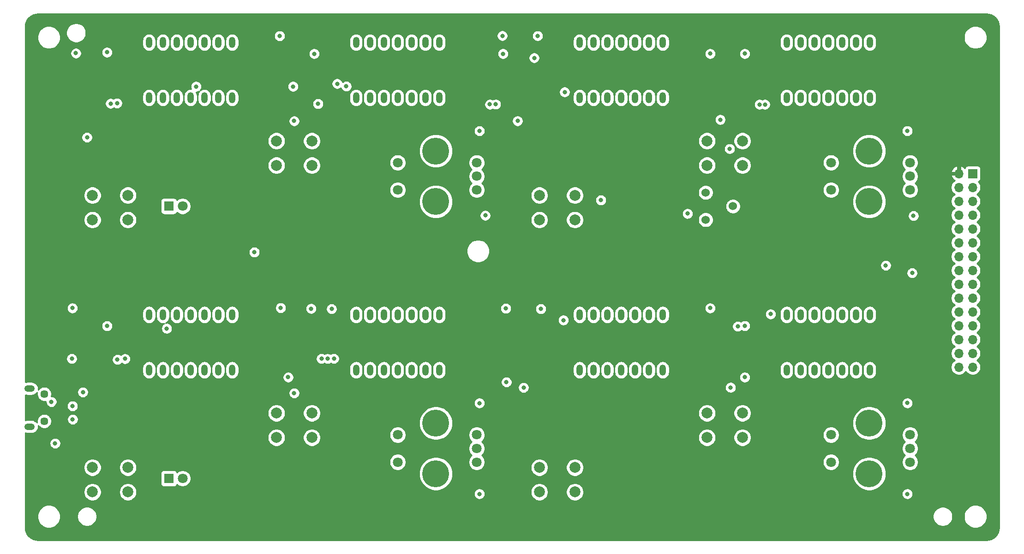
<source format=gbr>
%TF.GenerationSoftware,KiCad,Pcbnew,(5.1.6)-1*%
%TF.CreationDate,2020-09-26T19:54:48-07:00*%
%TF.ProjectId,Cessna 172 nav and com radio,43657373-6e61-4203-9137-32206e617620,rev?*%
%TF.SameCoordinates,Original*%
%TF.FileFunction,Copper,L2,Inr*%
%TF.FilePolarity,Positive*%
%FSLAX46Y46*%
G04 Gerber Fmt 4.6, Leading zero omitted, Abs format (unit mm)*
G04 Created by KiCad (PCBNEW (5.1.6)-1) date 2020-09-26 19:54:48*
%MOMM*%
%LPD*%
G01*
G04 APERTURE LIST*
%TA.AperFunction,ViaPad*%
%ADD10O,1.200000X2.000000*%
%TD*%
%TA.AperFunction,ViaPad*%
%ADD11C,1.524000*%
%TD*%
%TA.AperFunction,ViaPad*%
%ADD12C,1.800000*%
%TD*%
%TA.AperFunction,ViaPad*%
%ADD13R,1.800000X1.800000*%
%TD*%
%TA.AperFunction,ViaPad*%
%ADD14C,2.000000*%
%TD*%
%TA.AperFunction,ViaPad*%
%ADD15C,1.450000*%
%TD*%
%TA.AperFunction,ViaPad*%
%ADD16O,1.900000X1.200000*%
%TD*%
%TA.AperFunction,ViaPad*%
%ADD17C,4.950000*%
%TD*%
%TA.AperFunction,ViaPad*%
%ADD18R,1.700000X1.700000*%
%TD*%
%TA.AperFunction,ViaPad*%
%ADD19O,1.700000X1.700000*%
%TD*%
%TA.AperFunction,ViaPad*%
%ADD20C,0.800000*%
%TD*%
%TA.AperFunction,Conductor*%
%ADD21C,0.254000*%
%TD*%
G04 APERTURE END LIST*
D10*
%TO.N,Net-(U4-Pad7)*%
%TO.C,U4*%
X106620000Y-46080000D03*
%TO.N,/sheet5F611637/DIG_4*%
X106620000Y-35920000D03*
%TO.N,/sheet5F611637/DIG_3*%
X104080000Y-46080000D03*
%TO.N,/sheet5F611637/SEG_B*%
X104080000Y-35920000D03*
%TO.N,/sheet5F611637/SEG_G*%
X101540000Y-46080000D03*
%TO.N,/sheet5F611637/DIG_2*%
X101540000Y-35920000D03*
%TO.N,/sheet5F611637/SEG_C*%
X99000000Y-46080000D03*
%TO.N,/sheet5F611637/DIG_1*%
X99000000Y-35920000D03*
%TO.N,/sheet5F611637/SEG_DP*%
X96460000Y-46080000D03*
%TO.N,/sheet5F611637/SEG_F*%
X96460000Y-35920000D03*
%TO.N,/sheet5F611637/SEG_D*%
X93920000Y-46080000D03*
%TO.N,/sheet5F611637/SEG_A*%
X93920000Y-35920000D03*
%TO.N,/sheet5F611637/SEG_E*%
X91380000Y-46080000D03*
%TO.N,/sheet5F611637/DIG_0*%
X91380000Y-35920000D03*
%TD*%
D11*
%TO.N,Net-(R1-Pad2)*%
%TO.C,RV1*%
X155500000Y-68500000D03*
%TO.N,ISET*%
X155500000Y-63500000D03*
%TO.N,Net-(RV1-Pad2)*%
X160500000Y-66000000D03*
%TD*%
D10*
%TO.N,Net-(U2-Pad7)*%
%TO.C,U2*%
X68620000Y-46080000D03*
%TO.N,/5 digit LCD display/DIG_4*%
X68620000Y-35920000D03*
%TO.N,/5 digit LCD display/DIG_3*%
X66080000Y-46080000D03*
%TO.N,/5 digit LCD display/SEG_B*%
X66080000Y-35920000D03*
%TO.N,/5 digit LCD display/SEG_G*%
X63540000Y-46080000D03*
%TO.N,/5 digit LCD display/DIG_2*%
X63540000Y-35920000D03*
%TO.N,/5 digit LCD display/SEG_C*%
X61000000Y-46080000D03*
%TO.N,/5 digit LCD display/DIG_1*%
X61000000Y-35920000D03*
%TO.N,/5 digit LCD display/SEG_DP*%
X58460000Y-46080000D03*
%TO.N,/5 digit LCD display/SEG_F*%
X58460000Y-35920000D03*
%TO.N,/5 digit LCD display/SEG_D*%
X55920000Y-46080000D03*
%TO.N,/5 digit LCD display/SEG_A*%
X55920000Y-35920000D03*
%TO.N,/5 digit LCD display/SEG_E*%
X53380000Y-46080000D03*
%TO.N,/5 digit LCD display/DIG_0*%
X53380000Y-35920000D03*
%TD*%
%TO.N,Net-(U6-Pad7)*%
%TO.C,U6*%
X147620000Y-46080000D03*
%TO.N,/sheet5F613960/DIG_4*%
X147620000Y-35920000D03*
%TO.N,/sheet5F613960/DIG_3*%
X145080000Y-46080000D03*
%TO.N,/sheet5F613960/SEG_B*%
X145080000Y-35920000D03*
%TO.N,/sheet5F613960/SEG_G*%
X142540000Y-46080000D03*
%TO.N,/sheet5F613960/DIG_2*%
X142540000Y-35920000D03*
%TO.N,/sheet5F613960/SEG_C*%
X140000000Y-46080000D03*
%TO.N,/sheet5F613960/DIG_1*%
X140000000Y-35920000D03*
%TO.N,/sheet5F613960/SEG_DP*%
X137460000Y-46080000D03*
%TO.N,/sheet5F613960/SEG_F*%
X137460000Y-35920000D03*
%TO.N,/sheet5F613960/SEG_D*%
X134920000Y-46080000D03*
%TO.N,/sheet5F613960/SEG_A*%
X134920000Y-35920000D03*
%TO.N,/sheet5F613960/SEG_E*%
X132380000Y-46080000D03*
%TO.N,/sheet5F613960/DIG_0*%
X132380000Y-35920000D03*
%TD*%
%TO.N,Net-(U8-Pad7)*%
%TO.C,U8*%
X185620000Y-46080000D03*
%TO.N,/sheet5F613961/DIG_4*%
X185620000Y-35920000D03*
%TO.N,/sheet5F613961/DIG_3*%
X183080000Y-46080000D03*
%TO.N,/sheet5F613961/SEG_B*%
X183080000Y-35920000D03*
%TO.N,/sheet5F613961/SEG_G*%
X180540000Y-46080000D03*
%TO.N,/sheet5F613961/DIG_2*%
X180540000Y-35920000D03*
%TO.N,/sheet5F613961/SEG_C*%
X178000000Y-46080000D03*
%TO.N,/sheet5F613961/DIG_1*%
X178000000Y-35920000D03*
%TO.N,/sheet5F613961/SEG_DP*%
X175460000Y-46080000D03*
%TO.N,/sheet5F613961/SEG_F*%
X175460000Y-35920000D03*
%TO.N,/sheet5F613961/SEG_D*%
X172920000Y-46080000D03*
%TO.N,/sheet5F613961/SEG_A*%
X172920000Y-35920000D03*
%TO.N,/sheet5F613961/SEG_E*%
X170380000Y-46080000D03*
%TO.N,/sheet5F613961/DIG_0*%
X170380000Y-35920000D03*
%TD*%
D12*
%TO.N,Net-(D3-Pad2)*%
%TO.C,D3*%
X59540000Y-66000000D03*
D13*
%TO.N,GND*%
X57000000Y-66000000D03*
%TD*%
D14*
%TO.N,COMM1_XFR*%
%TO.C,SW1*%
X76750000Y-58500000D03*
%TO.N,GND*%
X76750000Y-54000000D03*
%TO.N,COMM1_XFR*%
X83250000Y-58500000D03*
%TO.N,GND*%
X83250000Y-54000000D03*
%TD*%
%TO.N,GND*%
%TO.C,SW2*%
X162250000Y-54000000D03*
%TO.N,NAV1_XFR*%
X162250000Y-58500000D03*
%TO.N,GND*%
X155750000Y-54000000D03*
%TO.N,NAV1_XFR*%
X155750000Y-58500000D03*
%TD*%
%TO.N,IDENT1_SW*%
%TO.C,SW3*%
X125000000Y-68500000D03*
%TO.N,GND*%
X125000000Y-64000000D03*
%TO.N,IDENT1_SW*%
X131500000Y-68500000D03*
%TO.N,GND*%
X131500000Y-64000000D03*
%TD*%
D15*
%TO.N,Net-(J2-Pad6)*%
%TO.C,J2*%
X34162500Y-105500000D03*
X34162500Y-100500000D03*
D16*
X31462500Y-106500000D03*
X31462500Y-99500000D03*
%TD*%
D17*
%TO.N,Net-(J3-PadMH2)*%
%TO.C,J3*%
X106000000Y-55850000D03*
%TO.N,Net-(J3-PadMH1)*%
X106000000Y-65150000D03*
D12*
%TO.N,GND*%
X99000000Y-58000000D03*
%TO.N,COMM1_KHZ_SW*%
X99000000Y-63000000D03*
%TO.N,GND*%
X113500000Y-60500000D03*
%TO.N,/Tuning rotary encoder and switch/B1*%
X113500000Y-58000000D03*
%TO.N,/Tuning rotary encoder and switch/A1*%
X113500000Y-63000000D03*
%TD*%
%TO.N,/sheet5F5DD32A/A1*%
%TO.C,J4*%
X193000000Y-63000000D03*
%TO.N,/sheet5F5DD32A/B1*%
X193000000Y-58000000D03*
%TO.N,GND*%
X193000000Y-60500000D03*
%TO.N,NAV1_KHZ_SW*%
X178500000Y-63000000D03*
%TO.N,GND*%
X178500000Y-58000000D03*
D17*
%TO.N,Net-(J4-PadMH1)*%
X185500000Y-65150000D03*
%TO.N,Net-(J4-PadMH2)*%
X185500000Y-55850000D03*
%TD*%
D12*
%TO.N,Net-(D6-Pad2)*%
%TO.C,D6*%
X59540000Y-116000000D03*
D13*
%TO.N,GND*%
X57000000Y-116000000D03*
%TD*%
D12*
%TO.N,/sheet5F71BCD2/A1*%
%TO.C,J1*%
X113500000Y-113000000D03*
%TO.N,/sheet5F71BCD2/B1*%
X113500000Y-108000000D03*
%TO.N,GND*%
X113500000Y-110500000D03*
%TO.N,COMM2_KHZ_SW*%
X99000000Y-113000000D03*
%TO.N,GND*%
X99000000Y-108000000D03*
D17*
%TO.N,Net-(J1-PadMH1)*%
X106000000Y-115150000D03*
%TO.N,Net-(J1-PadMH2)*%
X106000000Y-105850000D03*
%TD*%
%TO.N,Net-(J6-PadMH2)*%
%TO.C,J6*%
X185500000Y-105850000D03*
%TO.N,Net-(J6-PadMH1)*%
X185500000Y-115150000D03*
D12*
%TO.N,GND*%
X178500000Y-108000000D03*
%TO.N,NAV2_KHZ_SW*%
X178500000Y-113000000D03*
%TO.N,GND*%
X193000000Y-110500000D03*
%TO.N,/sheet5F71BCD3/B1*%
X193000000Y-108000000D03*
%TO.N,/sheet5F71BCD3/A1*%
X193000000Y-113000000D03*
%TD*%
D14*
%TO.N,COMM2_XFR*%
%TO.C,SW4*%
X76750000Y-108500000D03*
%TO.N,GND*%
X76750000Y-104000000D03*
%TO.N,COMM2_XFR*%
X83250000Y-108500000D03*
%TO.N,GND*%
X83250000Y-104000000D03*
%TD*%
%TO.N,GND*%
%TO.C,SW5*%
X162250000Y-104000000D03*
%TO.N,NAV2_XFR*%
X162250000Y-108500000D03*
%TO.N,GND*%
X155750000Y-104000000D03*
%TO.N,NAV2_XFR*%
X155750000Y-108500000D03*
%TD*%
%TO.N,IDENT2_SW*%
%TO.C,SW6*%
X125000000Y-118500000D03*
%TO.N,GND*%
X125000000Y-114000000D03*
%TO.N,IDENT2_SW*%
X131500000Y-118500000D03*
%TO.N,GND*%
X131500000Y-114000000D03*
%TD*%
D10*
%TO.N,/sheet5F68A9C2/DIG_0*%
%TO.C,U10*%
X53380000Y-85920000D03*
%TO.N,/sheet5F68A9C2/SEG_E*%
X53380000Y-96080000D03*
%TO.N,/sheet5F68A9C2/SEG_A*%
X55920000Y-85920000D03*
%TO.N,/sheet5F68A9C2/SEG_D*%
X55920000Y-96080000D03*
%TO.N,/sheet5F68A9C2/SEG_F*%
X58460000Y-85920000D03*
%TO.N,/sheet5F68A9C2/SEG_DP*%
X58460000Y-96080000D03*
%TO.N,/sheet5F68A9C2/DIG_1*%
X61000000Y-85920000D03*
%TO.N,/sheet5F68A9C2/SEG_C*%
X61000000Y-96080000D03*
%TO.N,/sheet5F68A9C2/DIG_2*%
X63540000Y-85920000D03*
%TO.N,/sheet5F68A9C2/SEG_G*%
X63540000Y-96080000D03*
%TO.N,/sheet5F68A9C2/SEG_B*%
X66080000Y-85920000D03*
%TO.N,/sheet5F68A9C2/DIG_3*%
X66080000Y-96080000D03*
%TO.N,/sheet5F68A9C2/DIG_4*%
X68620000Y-85920000D03*
%TO.N,Net-(U10-Pad7)*%
X68620000Y-96080000D03*
%TD*%
%TO.N,Net-(U12-Pad7)*%
%TO.C,U12*%
X147620000Y-96080000D03*
%TO.N,/sheet5F68A9C3/DIG_4*%
X147620000Y-85920000D03*
%TO.N,/sheet5F68A9C3/DIG_3*%
X145080000Y-96080000D03*
%TO.N,/sheet5F68A9C3/SEG_B*%
X145080000Y-85920000D03*
%TO.N,/sheet5F68A9C3/SEG_G*%
X142540000Y-96080000D03*
%TO.N,/sheet5F68A9C3/DIG_2*%
X142540000Y-85920000D03*
%TO.N,/sheet5F68A9C3/SEG_C*%
X140000000Y-96080000D03*
%TO.N,/sheet5F68A9C3/DIG_1*%
X140000000Y-85920000D03*
%TO.N,/sheet5F68A9C3/SEG_DP*%
X137460000Y-96080000D03*
%TO.N,/sheet5F68A9C3/SEG_F*%
X137460000Y-85920000D03*
%TO.N,/sheet5F68A9C3/SEG_D*%
X134920000Y-96080000D03*
%TO.N,/sheet5F68A9C3/SEG_A*%
X134920000Y-85920000D03*
%TO.N,/sheet5F68A9C3/SEG_E*%
X132380000Y-96080000D03*
%TO.N,/sheet5F68A9C3/DIG_0*%
X132380000Y-85920000D03*
%TD*%
%TO.N,Net-(U14-Pad7)*%
%TO.C,U14*%
X185620000Y-96080000D03*
%TO.N,/sheet5F68A9C4/DIG_4*%
X185620000Y-85920000D03*
%TO.N,/sheet5F68A9C4/DIG_3*%
X183080000Y-96080000D03*
%TO.N,/sheet5F68A9C4/SEG_B*%
X183080000Y-85920000D03*
%TO.N,/sheet5F68A9C4/SEG_G*%
X180540000Y-96080000D03*
%TO.N,/sheet5F68A9C4/DIG_2*%
X180540000Y-85920000D03*
%TO.N,/sheet5F68A9C4/SEG_C*%
X178000000Y-96080000D03*
%TO.N,/sheet5F68A9C4/DIG_1*%
X178000000Y-85920000D03*
%TO.N,/sheet5F68A9C4/SEG_DP*%
X175460000Y-96080000D03*
%TO.N,/sheet5F68A9C4/SEG_F*%
X175460000Y-85920000D03*
%TO.N,/sheet5F68A9C4/SEG_D*%
X172920000Y-96080000D03*
%TO.N,/sheet5F68A9C4/SEG_A*%
X172920000Y-85920000D03*
%TO.N,/sheet5F68A9C4/SEG_E*%
X170380000Y-96080000D03*
%TO.N,/sheet5F68A9C4/DIG_0*%
X170380000Y-85920000D03*
%TD*%
%TO.N,/sheet5F68A9C5/DIG_0*%
%TO.C,U16*%
X91380000Y-85920000D03*
%TO.N,/sheet5F68A9C5/SEG_E*%
X91380000Y-96080000D03*
%TO.N,/sheet5F68A9C5/SEG_A*%
X93920000Y-85920000D03*
%TO.N,/sheet5F68A9C5/SEG_D*%
X93920000Y-96080000D03*
%TO.N,/sheet5F68A9C5/SEG_F*%
X96460000Y-85920000D03*
%TO.N,/sheet5F68A9C5/SEG_DP*%
X96460000Y-96080000D03*
%TO.N,/sheet5F68A9C5/DIG_1*%
X99000000Y-85920000D03*
%TO.N,/sheet5F68A9C5/SEG_C*%
X99000000Y-96080000D03*
%TO.N,/sheet5F68A9C5/DIG_2*%
X101540000Y-85920000D03*
%TO.N,/sheet5F68A9C5/SEG_G*%
X101540000Y-96080000D03*
%TO.N,/sheet5F68A9C5/SEG_B*%
X104080000Y-85920000D03*
%TO.N,/sheet5F68A9C5/DIG_3*%
X104080000Y-96080000D03*
%TO.N,/sheet5F68A9C5/DIG_4*%
X106620000Y-85920000D03*
%TO.N,Net-(U16-Pad7)*%
X106620000Y-96080000D03*
%TD*%
D14*
%TO.N,RADIO1_SW*%
%TO.C,SW7*%
X43000000Y-68500000D03*
%TO.N,GND*%
X43000000Y-64000000D03*
%TO.N,RADIO1_SW*%
X49500000Y-68500000D03*
%TO.N,GND*%
X49500000Y-64000000D03*
%TD*%
%TO.N,GND*%
%TO.C,SW8*%
X49500000Y-114000000D03*
%TO.N,RADIO2_SW*%
X49500000Y-118500000D03*
%TO.N,GND*%
X43000000Y-114000000D03*
%TO.N,RADIO2_SW*%
X43000000Y-118500000D03*
%TD*%
D18*
%TO.N,CS_LOAD*%
%TO.C,J5*%
X204500000Y-60000000D03*
D19*
%TO.N,+5V*%
X201960000Y-60000000D03*
%TO.N,CLK*%
X204500000Y-62540000D03*
%TO.N,GND*%
X201960000Y-62540000D03*
%TO.N,DIN*%
X204500000Y-65080000D03*
%TO.N,Net-(J5-Pad6)*%
X201960000Y-65080000D03*
%TO.N,COMM1_LEFT*%
X204500000Y-67620000D03*
%TO.N,COMM2_LEFT*%
X201960000Y-67620000D03*
%TO.N,COMM1_RIGHT*%
X204500000Y-70160000D03*
%TO.N,COMM2_RIGHT*%
X201960000Y-70160000D03*
%TO.N,COMM1_KHZ_SW*%
X204500000Y-72700000D03*
%TO.N,COMM2_KHZ_SW*%
X201960000Y-72700000D03*
%TO.N,COMM1_XFR*%
X204500000Y-75240000D03*
%TO.N,COMM2_XFR*%
X201960000Y-75240000D03*
%TO.N,NAV1_LEFT*%
X204500000Y-77780000D03*
%TO.N,NAV2_LEFT*%
X201960000Y-77780000D03*
%TO.N,NAV1_RIGHT*%
X204500000Y-80320000D03*
%TO.N,NAV2_RIGHT*%
X201960000Y-80320000D03*
%TO.N,NAV1_KHZ_SW*%
X204500000Y-82860000D03*
%TO.N,NAV2_KHZ_SW*%
X201960000Y-82860000D03*
%TO.N,NAV1_XFR*%
X204500000Y-85400000D03*
%TO.N,NAV2_XFR*%
X201960000Y-85400000D03*
%TO.N,RADIO1_SW*%
X204500000Y-87940000D03*
%TO.N,RADIO2_SW*%
X201960000Y-87940000D03*
%TO.N,RADIO1_LED*%
X204500000Y-90480000D03*
%TO.N,RADIO2_LED*%
X201960000Y-90480000D03*
%TO.N,IDENT1_SW*%
X204500000Y-93020000D03*
%TO.N,IDENT2_SW*%
X201960000Y-93020000D03*
%TO.N,GND*%
X204500000Y-95560000D03*
X201960000Y-95560000D03*
%TD*%
D20*
%TO.N,+5V*%
X157896600Y-47791300D03*
X160076500Y-97712500D03*
X79865000Y-94008000D03*
X119921000Y-97584100D03*
X111000000Y-118849700D03*
X40909700Y-97577500D03*
X119921300Y-47577500D03*
X78914900Y-47525300D03*
X165000000Y-64161400D03*
X111000000Y-52173900D03*
X111000000Y-102168400D03*
X189500000Y-102131300D03*
X40887200Y-50733700D03*
X189500000Y-52171800D03*
X189500000Y-118831600D03*
X38000000Y-108155700D03*
X109889300Y-67688300D03*
X189500000Y-65172100D03*
X36650000Y-105286600D03*
X36576000Y-102616000D03*
%TO.N,CLK*%
X159900300Y-55446800D03*
X129632600Y-45030900D03*
%TO.N,DIN*%
X62014600Y-44010000D03*
%TO.N,/5 digit LCD display/SEG_B*%
X46325200Y-47137800D03*
%TO.N,/5 digit LCD display/SEG_F*%
X47506600Y-47065600D03*
%TO.N,/sheet5F611637/SEG_B*%
X84374800Y-47183600D03*
%TO.N,/sheet5F611637/SEG_C*%
X79802700Y-44005700D03*
%TO.N,/sheet5F611637/SEG_A*%
X87903800Y-43502600D03*
%TO.N,/sheet5F611637/SEG_F*%
X89565600Y-43969800D03*
%TO.N,/sheet5F613960/SEG_E*%
X116982700Y-47278300D03*
%TO.N,/sheet5F613960/SEG_D*%
X115902900Y-47283800D03*
%TO.N,/sheet5F613960/DIG_4*%
X118203900Y-34691200D03*
%TO.N,/sheet5F613960/DIG_3*%
X124048900Y-38750400D03*
%TO.N,/sheet5F613961/SEG_A*%
X165388300Y-47308900D03*
%TO.N,/sheet5F613961/SEG_F*%
X166388700Y-47313400D03*
%TO.N,NAV1_KHZ_SW*%
X193389500Y-78257600D03*
%TO.N,COMM1_LEFT*%
X136276400Y-64885200D03*
%TO.N,COMM1_RIGHT*%
X152182200Y-67351000D03*
%TO.N,/sheet5F68A9C2/SEG_DP*%
X39205800Y-94000000D03*
%TO.N,/sheet5F68A9C2/SEG_F*%
X47575300Y-94182300D03*
%TO.N,/sheet5F68A9C2/SEG_A*%
X48967100Y-94029500D03*
%TO.N,/sheet5F68A9C2/DIG_3*%
X56625100Y-88464700D03*
%TO.N,/sheet5F68A9C3/SEG_C*%
X118951300Y-98309400D03*
%TO.N,/sheet5F68A9C4/SEG_G*%
X162668500Y-97405300D03*
%TO.N,/sheet5F68A9C4/DIG_3*%
X161391700Y-88068100D03*
%TO.N,/sheet5F68A9C5/SEG_A*%
X87299000Y-93992100D03*
%TO.N,/sheet5F68A9C5/SEG_F*%
X86132300Y-94014200D03*
%TO.N,/sheet5F68A9C5/SEG_B*%
X85012700Y-94003200D03*
%TO.N,/sheet5F68A9C5/SEG_C*%
X78898400Y-97405300D03*
%TO.N,GND*%
X162675000Y-87976000D03*
X192500000Y-52148400D03*
X77537000Y-84674500D03*
X121000000Y-50328500D03*
X36140200Y-109561200D03*
X80000000Y-100331000D03*
X124675000Y-34704000D03*
X114000000Y-118849700D03*
X80000000Y-50339200D03*
X45675000Y-37721900D03*
X41239600Y-100164000D03*
X193630100Y-67755200D03*
X158179500Y-50108000D03*
X83118700Y-84816500D03*
X162675000Y-37978100D03*
X160078600Y-99302700D03*
X156325000Y-84717600D03*
X125264700Y-84852200D03*
X45675000Y-88000200D03*
X39325000Y-84705500D03*
X83675000Y-37987400D03*
X42000000Y-53352600D03*
X115079600Y-67688300D03*
X118325000Y-37989700D03*
X114000000Y-52166800D03*
X77325000Y-34716000D03*
X39952000Y-37888600D03*
X156325000Y-37977200D03*
X118852300Y-84766600D03*
X39350000Y-102710700D03*
X114000000Y-102163000D03*
X192500000Y-118852100D03*
X192500000Y-102161000D03*
X122102500Y-99312500D03*
X35465700Y-101934400D03*
X39370000Y-105156000D03*
%TO.N,CS_LOAD*%
X167419300Y-85812400D03*
X86879100Y-84855900D03*
X129406800Y-86938900D03*
%TO.N,NAV1_XFR*%
X188554700Y-76882800D03*
%TO.N,RADIO1_LED*%
X72709900Y-74439300D03*
%TD*%
D21*
%TO.N,+5V*%
G36*
X207453893Y-30707670D02*
G01*
X207890498Y-30839489D01*
X208293185Y-31053600D01*
X208646612Y-31341848D01*
X208937327Y-31693261D01*
X209154242Y-32094439D01*
X209289106Y-32530113D01*
X209340000Y-33014344D01*
X209340001Y-124967711D01*
X209292330Y-125453894D01*
X209160512Y-125890497D01*
X208946399Y-126293186D01*
X208658150Y-126646613D01*
X208306739Y-126937327D01*
X207905564Y-127154240D01*
X207469886Y-127289106D01*
X206985664Y-127340000D01*
X33032279Y-127340000D01*
X32546106Y-127292330D01*
X32109503Y-127160512D01*
X31706814Y-126946399D01*
X31353387Y-126658150D01*
X31062673Y-126306739D01*
X30845760Y-125905564D01*
X30710894Y-125469886D01*
X30660000Y-124985664D01*
X30660000Y-122789721D01*
X32865000Y-122789721D01*
X32865000Y-123210279D01*
X32947047Y-123622756D01*
X33107988Y-124011302D01*
X33341637Y-124360983D01*
X33639017Y-124658363D01*
X33988698Y-124892012D01*
X34377244Y-125052953D01*
X34789721Y-125135000D01*
X35210279Y-125135000D01*
X35622756Y-125052953D01*
X36011302Y-124892012D01*
X36360983Y-124658363D01*
X36658363Y-124360983D01*
X36892012Y-124011302D01*
X37052953Y-123622756D01*
X37135000Y-123210279D01*
X37135000Y-122820433D01*
X40176822Y-122820433D01*
X40176822Y-123179567D01*
X40246885Y-123531802D01*
X40384320Y-123863599D01*
X40583845Y-124162208D01*
X40837792Y-124416155D01*
X41136401Y-124615680D01*
X41468198Y-124753115D01*
X41820433Y-124823178D01*
X42179567Y-124823178D01*
X42531802Y-124753115D01*
X42863599Y-124615680D01*
X43162208Y-124416155D01*
X43416155Y-124162208D01*
X43615680Y-123863599D01*
X43753115Y-123531802D01*
X43823178Y-123179567D01*
X43823178Y-122820433D01*
X197176822Y-122820433D01*
X197176822Y-123179567D01*
X197246885Y-123531802D01*
X197384320Y-123863599D01*
X197583845Y-124162208D01*
X197837792Y-124416155D01*
X198136401Y-124615680D01*
X198468198Y-124753115D01*
X198820433Y-124823178D01*
X199179567Y-124823178D01*
X199531802Y-124753115D01*
X199863599Y-124615680D01*
X200162208Y-124416155D01*
X200416155Y-124162208D01*
X200615680Y-123863599D01*
X200753115Y-123531802D01*
X200823178Y-123179567D01*
X200823178Y-122820433D01*
X200817070Y-122789721D01*
X202865000Y-122789721D01*
X202865000Y-123210279D01*
X202947047Y-123622756D01*
X203107988Y-124011302D01*
X203341637Y-124360983D01*
X203639017Y-124658363D01*
X203988698Y-124892012D01*
X204377244Y-125052953D01*
X204789721Y-125135000D01*
X205210279Y-125135000D01*
X205622756Y-125052953D01*
X206011302Y-124892012D01*
X206360983Y-124658363D01*
X206658363Y-124360983D01*
X206892012Y-124011302D01*
X207052953Y-123622756D01*
X207135000Y-123210279D01*
X207135000Y-122789721D01*
X207052953Y-122377244D01*
X206892012Y-121988698D01*
X206658363Y-121639017D01*
X206360983Y-121341637D01*
X206011302Y-121107988D01*
X205622756Y-120947047D01*
X205210279Y-120865000D01*
X204789721Y-120865000D01*
X204377244Y-120947047D01*
X203988698Y-121107988D01*
X203639017Y-121341637D01*
X203341637Y-121639017D01*
X203107988Y-121988698D01*
X202947047Y-122377244D01*
X202865000Y-122789721D01*
X200817070Y-122789721D01*
X200753115Y-122468198D01*
X200615680Y-122136401D01*
X200416155Y-121837792D01*
X200162208Y-121583845D01*
X199863599Y-121384320D01*
X199531802Y-121246885D01*
X199179567Y-121176822D01*
X198820433Y-121176822D01*
X198468198Y-121246885D01*
X198136401Y-121384320D01*
X197837792Y-121583845D01*
X197583845Y-121837792D01*
X197384320Y-122136401D01*
X197246885Y-122468198D01*
X197176822Y-122820433D01*
X43823178Y-122820433D01*
X43753115Y-122468198D01*
X43615680Y-122136401D01*
X43416155Y-121837792D01*
X43162208Y-121583845D01*
X42863599Y-121384320D01*
X42531802Y-121246885D01*
X42179567Y-121176822D01*
X41820433Y-121176822D01*
X41468198Y-121246885D01*
X41136401Y-121384320D01*
X40837792Y-121583845D01*
X40583845Y-121837792D01*
X40384320Y-122136401D01*
X40246885Y-122468198D01*
X40176822Y-122820433D01*
X37135000Y-122820433D01*
X37135000Y-122789721D01*
X37052953Y-122377244D01*
X36892012Y-121988698D01*
X36658363Y-121639017D01*
X36360983Y-121341637D01*
X36011302Y-121107988D01*
X35622756Y-120947047D01*
X35210279Y-120865000D01*
X34789721Y-120865000D01*
X34377244Y-120947047D01*
X33988698Y-121107988D01*
X33639017Y-121341637D01*
X33341637Y-121639017D01*
X33107988Y-121988698D01*
X32947047Y-122377244D01*
X32865000Y-122789721D01*
X30660000Y-122789721D01*
X30660000Y-118338967D01*
X41365000Y-118338967D01*
X41365000Y-118661033D01*
X41427832Y-118976912D01*
X41551082Y-119274463D01*
X41730013Y-119542252D01*
X41957748Y-119769987D01*
X42225537Y-119948918D01*
X42523088Y-120072168D01*
X42838967Y-120135000D01*
X43161033Y-120135000D01*
X43476912Y-120072168D01*
X43774463Y-119948918D01*
X44042252Y-119769987D01*
X44269987Y-119542252D01*
X44448918Y-119274463D01*
X44572168Y-118976912D01*
X44635000Y-118661033D01*
X44635000Y-118338967D01*
X47865000Y-118338967D01*
X47865000Y-118661033D01*
X47927832Y-118976912D01*
X48051082Y-119274463D01*
X48230013Y-119542252D01*
X48457748Y-119769987D01*
X48725537Y-119948918D01*
X49023088Y-120072168D01*
X49338967Y-120135000D01*
X49661033Y-120135000D01*
X49976912Y-120072168D01*
X50274463Y-119948918D01*
X50542252Y-119769987D01*
X50769987Y-119542252D01*
X50948918Y-119274463D01*
X51072168Y-118976912D01*
X51117748Y-118747761D01*
X112965000Y-118747761D01*
X112965000Y-118951639D01*
X113004774Y-119151598D01*
X113082795Y-119339956D01*
X113196063Y-119509474D01*
X113340226Y-119653637D01*
X113509744Y-119766905D01*
X113698102Y-119844926D01*
X113898061Y-119884700D01*
X114101939Y-119884700D01*
X114301898Y-119844926D01*
X114490256Y-119766905D01*
X114659774Y-119653637D01*
X114803937Y-119509474D01*
X114917205Y-119339956D01*
X114995226Y-119151598D01*
X115035000Y-118951639D01*
X115035000Y-118747761D01*
X114995226Y-118547802D01*
X114917205Y-118359444D01*
X114903523Y-118338967D01*
X123365000Y-118338967D01*
X123365000Y-118661033D01*
X123427832Y-118976912D01*
X123551082Y-119274463D01*
X123730013Y-119542252D01*
X123957748Y-119769987D01*
X124225537Y-119948918D01*
X124523088Y-120072168D01*
X124838967Y-120135000D01*
X125161033Y-120135000D01*
X125476912Y-120072168D01*
X125774463Y-119948918D01*
X126042252Y-119769987D01*
X126269987Y-119542252D01*
X126448918Y-119274463D01*
X126572168Y-118976912D01*
X126635000Y-118661033D01*
X126635000Y-118338967D01*
X129865000Y-118338967D01*
X129865000Y-118661033D01*
X129927832Y-118976912D01*
X130051082Y-119274463D01*
X130230013Y-119542252D01*
X130457748Y-119769987D01*
X130725537Y-119948918D01*
X131023088Y-120072168D01*
X131338967Y-120135000D01*
X131661033Y-120135000D01*
X131976912Y-120072168D01*
X132274463Y-119948918D01*
X132542252Y-119769987D01*
X132769987Y-119542252D01*
X132948918Y-119274463D01*
X133072168Y-118976912D01*
X133117271Y-118750161D01*
X191465000Y-118750161D01*
X191465000Y-118954039D01*
X191504774Y-119153998D01*
X191582795Y-119342356D01*
X191696063Y-119511874D01*
X191840226Y-119656037D01*
X192009744Y-119769305D01*
X192198102Y-119847326D01*
X192398061Y-119887100D01*
X192601939Y-119887100D01*
X192801898Y-119847326D01*
X192990256Y-119769305D01*
X193159774Y-119656037D01*
X193303937Y-119511874D01*
X193417205Y-119342356D01*
X193495226Y-119153998D01*
X193535000Y-118954039D01*
X193535000Y-118750161D01*
X193495226Y-118550202D01*
X193417205Y-118361844D01*
X193303937Y-118192326D01*
X193159774Y-118048163D01*
X192990256Y-117934895D01*
X192801898Y-117856874D01*
X192601939Y-117817100D01*
X192398061Y-117817100D01*
X192198102Y-117856874D01*
X192009744Y-117934895D01*
X191840226Y-118048163D01*
X191696063Y-118192326D01*
X191582795Y-118361844D01*
X191504774Y-118550202D01*
X191465000Y-118750161D01*
X133117271Y-118750161D01*
X133135000Y-118661033D01*
X133135000Y-118338967D01*
X133072168Y-118023088D01*
X132948918Y-117725537D01*
X132769987Y-117457748D01*
X132542252Y-117230013D01*
X132274463Y-117051082D01*
X131976912Y-116927832D01*
X131661033Y-116865000D01*
X131338967Y-116865000D01*
X131023088Y-116927832D01*
X130725537Y-117051082D01*
X130457748Y-117230013D01*
X130230013Y-117457748D01*
X130051082Y-117725537D01*
X129927832Y-118023088D01*
X129865000Y-118338967D01*
X126635000Y-118338967D01*
X126572168Y-118023088D01*
X126448918Y-117725537D01*
X126269987Y-117457748D01*
X126042252Y-117230013D01*
X125774463Y-117051082D01*
X125476912Y-116927832D01*
X125161033Y-116865000D01*
X124838967Y-116865000D01*
X124523088Y-116927832D01*
X124225537Y-117051082D01*
X123957748Y-117230013D01*
X123730013Y-117457748D01*
X123551082Y-117725537D01*
X123427832Y-118023088D01*
X123365000Y-118338967D01*
X114903523Y-118338967D01*
X114803937Y-118189926D01*
X114659774Y-118045763D01*
X114490256Y-117932495D01*
X114301898Y-117854474D01*
X114101939Y-117814700D01*
X113898061Y-117814700D01*
X113698102Y-117854474D01*
X113509744Y-117932495D01*
X113340226Y-118045763D01*
X113196063Y-118189926D01*
X113082795Y-118359444D01*
X113004774Y-118547802D01*
X112965000Y-118747761D01*
X51117748Y-118747761D01*
X51135000Y-118661033D01*
X51135000Y-118338967D01*
X51072168Y-118023088D01*
X50948918Y-117725537D01*
X50769987Y-117457748D01*
X50542252Y-117230013D01*
X50274463Y-117051082D01*
X49976912Y-116927832D01*
X49661033Y-116865000D01*
X49338967Y-116865000D01*
X49023088Y-116927832D01*
X48725537Y-117051082D01*
X48457748Y-117230013D01*
X48230013Y-117457748D01*
X48051082Y-117725537D01*
X47927832Y-118023088D01*
X47865000Y-118338967D01*
X44635000Y-118338967D01*
X44572168Y-118023088D01*
X44448918Y-117725537D01*
X44269987Y-117457748D01*
X44042252Y-117230013D01*
X43774463Y-117051082D01*
X43476912Y-116927832D01*
X43161033Y-116865000D01*
X42838967Y-116865000D01*
X42523088Y-116927832D01*
X42225537Y-117051082D01*
X41957748Y-117230013D01*
X41730013Y-117457748D01*
X41551082Y-117725537D01*
X41427832Y-118023088D01*
X41365000Y-118338967D01*
X30660000Y-118338967D01*
X30660000Y-113838967D01*
X41365000Y-113838967D01*
X41365000Y-114161033D01*
X41427832Y-114476912D01*
X41551082Y-114774463D01*
X41730013Y-115042252D01*
X41957748Y-115269987D01*
X42225537Y-115448918D01*
X42523088Y-115572168D01*
X42838967Y-115635000D01*
X43161033Y-115635000D01*
X43476912Y-115572168D01*
X43774463Y-115448918D01*
X44042252Y-115269987D01*
X44269987Y-115042252D01*
X44448918Y-114774463D01*
X44572168Y-114476912D01*
X44635000Y-114161033D01*
X44635000Y-113838967D01*
X47865000Y-113838967D01*
X47865000Y-114161033D01*
X47927832Y-114476912D01*
X48051082Y-114774463D01*
X48230013Y-115042252D01*
X48457748Y-115269987D01*
X48725537Y-115448918D01*
X49023088Y-115572168D01*
X49338967Y-115635000D01*
X49661033Y-115635000D01*
X49976912Y-115572168D01*
X50274463Y-115448918D01*
X50542252Y-115269987D01*
X50712239Y-115100000D01*
X55461928Y-115100000D01*
X55461928Y-116900000D01*
X55474188Y-117024482D01*
X55510498Y-117144180D01*
X55569463Y-117254494D01*
X55648815Y-117351185D01*
X55745506Y-117430537D01*
X55855820Y-117489502D01*
X55975518Y-117525812D01*
X56100000Y-117538072D01*
X57900000Y-117538072D01*
X58024482Y-117525812D01*
X58144180Y-117489502D01*
X58254494Y-117430537D01*
X58351185Y-117351185D01*
X58430537Y-117254494D01*
X58489502Y-117144180D01*
X58495056Y-117125873D01*
X58561495Y-117192312D01*
X58812905Y-117360299D01*
X59092257Y-117476011D01*
X59388816Y-117535000D01*
X59691184Y-117535000D01*
X59987743Y-117476011D01*
X60267095Y-117360299D01*
X60518505Y-117192312D01*
X60732312Y-116978505D01*
X60900299Y-116727095D01*
X61016011Y-116447743D01*
X61075000Y-116151184D01*
X61075000Y-115848816D01*
X61016011Y-115552257D01*
X60900299Y-115272905D01*
X60732312Y-115021495D01*
X60554509Y-114843692D01*
X102890000Y-114843692D01*
X102890000Y-115456308D01*
X103009516Y-116057154D01*
X103243954Y-116623137D01*
X103584305Y-117132509D01*
X104017491Y-117565695D01*
X104526863Y-117906046D01*
X105092846Y-118140484D01*
X105693692Y-118260000D01*
X106306308Y-118260000D01*
X106907154Y-118140484D01*
X107473137Y-117906046D01*
X107982509Y-117565695D01*
X108415695Y-117132509D01*
X108756046Y-116623137D01*
X108990484Y-116057154D01*
X109110000Y-115456308D01*
X109110000Y-114843692D01*
X108990484Y-114242846D01*
X108756046Y-113676863D01*
X108415695Y-113167491D01*
X107982509Y-112734305D01*
X107473137Y-112393954D01*
X106907154Y-112159516D01*
X106306308Y-112040000D01*
X105693692Y-112040000D01*
X105092846Y-112159516D01*
X104526863Y-112393954D01*
X104017491Y-112734305D01*
X103584305Y-113167491D01*
X103243954Y-113676863D01*
X103009516Y-114242846D01*
X102890000Y-114843692D01*
X60554509Y-114843692D01*
X60518505Y-114807688D01*
X60267095Y-114639701D01*
X59987743Y-114523989D01*
X59691184Y-114465000D01*
X59388816Y-114465000D01*
X59092257Y-114523989D01*
X58812905Y-114639701D01*
X58561495Y-114807688D01*
X58495056Y-114874127D01*
X58489502Y-114855820D01*
X58430537Y-114745506D01*
X58351185Y-114648815D01*
X58254494Y-114569463D01*
X58144180Y-114510498D01*
X58024482Y-114474188D01*
X57900000Y-114461928D01*
X56100000Y-114461928D01*
X55975518Y-114474188D01*
X55855820Y-114510498D01*
X55745506Y-114569463D01*
X55648815Y-114648815D01*
X55569463Y-114745506D01*
X55510498Y-114855820D01*
X55474188Y-114975518D01*
X55461928Y-115100000D01*
X50712239Y-115100000D01*
X50769987Y-115042252D01*
X50948918Y-114774463D01*
X51072168Y-114476912D01*
X51135000Y-114161033D01*
X51135000Y-113838967D01*
X51072168Y-113523088D01*
X50948918Y-113225537D01*
X50769987Y-112957748D01*
X50661055Y-112848816D01*
X97465000Y-112848816D01*
X97465000Y-113151184D01*
X97523989Y-113447743D01*
X97639701Y-113727095D01*
X97807688Y-113978505D01*
X98021495Y-114192312D01*
X98272905Y-114360299D01*
X98552257Y-114476011D01*
X98848816Y-114535000D01*
X99151184Y-114535000D01*
X99447743Y-114476011D01*
X99727095Y-114360299D01*
X99978505Y-114192312D01*
X100192312Y-113978505D01*
X100360299Y-113727095D01*
X100476011Y-113447743D01*
X100535000Y-113151184D01*
X100535000Y-112848816D01*
X100476011Y-112552257D01*
X100360299Y-112272905D01*
X100192312Y-112021495D01*
X99978505Y-111807688D01*
X99727095Y-111639701D01*
X99447743Y-111523989D01*
X99151184Y-111465000D01*
X98848816Y-111465000D01*
X98552257Y-111523989D01*
X98272905Y-111639701D01*
X98021495Y-111807688D01*
X97807688Y-112021495D01*
X97639701Y-112272905D01*
X97523989Y-112552257D01*
X97465000Y-112848816D01*
X50661055Y-112848816D01*
X50542252Y-112730013D01*
X50274463Y-112551082D01*
X49976912Y-112427832D01*
X49661033Y-112365000D01*
X49338967Y-112365000D01*
X49023088Y-112427832D01*
X48725537Y-112551082D01*
X48457748Y-112730013D01*
X48230013Y-112957748D01*
X48051082Y-113225537D01*
X47927832Y-113523088D01*
X47865000Y-113838967D01*
X44635000Y-113838967D01*
X44572168Y-113523088D01*
X44448918Y-113225537D01*
X44269987Y-112957748D01*
X44042252Y-112730013D01*
X43774463Y-112551082D01*
X43476912Y-112427832D01*
X43161033Y-112365000D01*
X42838967Y-112365000D01*
X42523088Y-112427832D01*
X42225537Y-112551082D01*
X41957748Y-112730013D01*
X41730013Y-112957748D01*
X41551082Y-113225537D01*
X41427832Y-113523088D01*
X41365000Y-113838967D01*
X30660000Y-113838967D01*
X30660000Y-109459261D01*
X35105200Y-109459261D01*
X35105200Y-109663139D01*
X35144974Y-109863098D01*
X35222995Y-110051456D01*
X35336263Y-110220974D01*
X35480426Y-110365137D01*
X35649944Y-110478405D01*
X35838302Y-110556426D01*
X36038261Y-110596200D01*
X36242139Y-110596200D01*
X36442098Y-110556426D01*
X36630456Y-110478405D01*
X36799974Y-110365137D01*
X36944137Y-110220974D01*
X37057405Y-110051456D01*
X37135426Y-109863098D01*
X37175200Y-109663139D01*
X37175200Y-109459261D01*
X37135426Y-109259302D01*
X37057405Y-109070944D01*
X36944137Y-108901426D01*
X36799974Y-108757263D01*
X36630456Y-108643995D01*
X36442098Y-108565974D01*
X36242139Y-108526200D01*
X36038261Y-108526200D01*
X35838302Y-108565974D01*
X35649944Y-108643995D01*
X35480426Y-108757263D01*
X35336263Y-108901426D01*
X35222995Y-109070944D01*
X35144974Y-109259302D01*
X35105200Y-109459261D01*
X30660000Y-109459261D01*
X30660000Y-108338967D01*
X75115000Y-108338967D01*
X75115000Y-108661033D01*
X75177832Y-108976912D01*
X75301082Y-109274463D01*
X75480013Y-109542252D01*
X75707748Y-109769987D01*
X75975537Y-109948918D01*
X76273088Y-110072168D01*
X76588967Y-110135000D01*
X76911033Y-110135000D01*
X77226912Y-110072168D01*
X77524463Y-109948918D01*
X77792252Y-109769987D01*
X78019987Y-109542252D01*
X78198918Y-109274463D01*
X78322168Y-108976912D01*
X78385000Y-108661033D01*
X78385000Y-108338967D01*
X81615000Y-108338967D01*
X81615000Y-108661033D01*
X81677832Y-108976912D01*
X81801082Y-109274463D01*
X81980013Y-109542252D01*
X82207748Y-109769987D01*
X82475537Y-109948918D01*
X82773088Y-110072168D01*
X83088967Y-110135000D01*
X83411033Y-110135000D01*
X83726912Y-110072168D01*
X84024463Y-109948918D01*
X84292252Y-109769987D01*
X84519987Y-109542252D01*
X84698918Y-109274463D01*
X84822168Y-108976912D01*
X84885000Y-108661033D01*
X84885000Y-108338967D01*
X84822168Y-108023088D01*
X84749982Y-107848816D01*
X97465000Y-107848816D01*
X97465000Y-108151184D01*
X97523989Y-108447743D01*
X97639701Y-108727095D01*
X97807688Y-108978505D01*
X98021495Y-109192312D01*
X98272905Y-109360299D01*
X98552257Y-109476011D01*
X98848816Y-109535000D01*
X99151184Y-109535000D01*
X99447743Y-109476011D01*
X99727095Y-109360299D01*
X99978505Y-109192312D01*
X100192312Y-108978505D01*
X100360299Y-108727095D01*
X100476011Y-108447743D01*
X100535000Y-108151184D01*
X100535000Y-107848816D01*
X100476011Y-107552257D01*
X100360299Y-107272905D01*
X100192312Y-107021495D01*
X99978505Y-106807688D01*
X99727095Y-106639701D01*
X99447743Y-106523989D01*
X99151184Y-106465000D01*
X98848816Y-106465000D01*
X98552257Y-106523989D01*
X98272905Y-106639701D01*
X98021495Y-106807688D01*
X97807688Y-107021495D01*
X97639701Y-107272905D01*
X97523989Y-107552257D01*
X97465000Y-107848816D01*
X84749982Y-107848816D01*
X84698918Y-107725537D01*
X84519987Y-107457748D01*
X84292252Y-107230013D01*
X84024463Y-107051082D01*
X83726912Y-106927832D01*
X83411033Y-106865000D01*
X83088967Y-106865000D01*
X82773088Y-106927832D01*
X82475537Y-107051082D01*
X82207748Y-107230013D01*
X81980013Y-107457748D01*
X81801082Y-107725537D01*
X81677832Y-108023088D01*
X81615000Y-108338967D01*
X78385000Y-108338967D01*
X78322168Y-108023088D01*
X78198918Y-107725537D01*
X78019987Y-107457748D01*
X77792252Y-107230013D01*
X77524463Y-107051082D01*
X77226912Y-106927832D01*
X76911033Y-106865000D01*
X76588967Y-106865000D01*
X76273088Y-106927832D01*
X75975537Y-107051082D01*
X75707748Y-107230013D01*
X75480013Y-107457748D01*
X75301082Y-107725537D01*
X75177832Y-108023088D01*
X75115000Y-108338967D01*
X30660000Y-108338967D01*
X30660000Y-107653306D01*
X30870398Y-107717130D01*
X31051835Y-107735000D01*
X31873165Y-107735000D01*
X32054602Y-107717130D01*
X32287401Y-107646511D01*
X32501949Y-107531833D01*
X32690002Y-107377502D01*
X32844333Y-107189449D01*
X32959011Y-106974901D01*
X33029630Y-106742102D01*
X33053475Y-106500000D01*
X33029630Y-106257898D01*
X33026617Y-106247965D01*
X33106119Y-106366949D01*
X33295551Y-106556381D01*
X33518299Y-106705216D01*
X33765803Y-106807736D01*
X34028552Y-106860000D01*
X34296448Y-106860000D01*
X34559197Y-106807736D01*
X34806701Y-106705216D01*
X35029449Y-106556381D01*
X35218881Y-106366949D01*
X35367716Y-106144201D01*
X35470236Y-105896697D01*
X35522500Y-105633948D01*
X35522500Y-105366052D01*
X35470236Y-105103303D01*
X35449840Y-105054061D01*
X38335000Y-105054061D01*
X38335000Y-105257939D01*
X38374774Y-105457898D01*
X38452795Y-105646256D01*
X38566063Y-105815774D01*
X38710226Y-105959937D01*
X38879744Y-106073205D01*
X39068102Y-106151226D01*
X39268061Y-106191000D01*
X39471939Y-106191000D01*
X39671898Y-106151226D01*
X39860256Y-106073205D01*
X40029774Y-105959937D01*
X40173937Y-105815774D01*
X40287205Y-105646256D01*
X40365226Y-105457898D01*
X40405000Y-105257939D01*
X40405000Y-105054061D01*
X40365226Y-104854102D01*
X40287205Y-104665744D01*
X40173937Y-104496226D01*
X40029774Y-104352063D01*
X39860256Y-104238795D01*
X39671898Y-104160774D01*
X39471939Y-104121000D01*
X39268061Y-104121000D01*
X39068102Y-104160774D01*
X38879744Y-104238795D01*
X38710226Y-104352063D01*
X38566063Y-104496226D01*
X38452795Y-104665744D01*
X38374774Y-104854102D01*
X38335000Y-105054061D01*
X35449840Y-105054061D01*
X35367716Y-104855799D01*
X35218881Y-104633051D01*
X35029449Y-104443619D01*
X34806701Y-104294784D01*
X34559197Y-104192264D01*
X34296448Y-104140000D01*
X34028552Y-104140000D01*
X33765803Y-104192264D01*
X33518299Y-104294784D01*
X33295551Y-104443619D01*
X33106119Y-104633051D01*
X32957284Y-104855799D01*
X32854764Y-105103303D01*
X32802500Y-105366052D01*
X32802500Y-105633948D01*
X32835484Y-105799768D01*
X32690002Y-105622498D01*
X32501949Y-105468167D01*
X32287401Y-105353489D01*
X32054602Y-105282870D01*
X31873165Y-105265000D01*
X31051835Y-105265000D01*
X30870398Y-105282870D01*
X30660000Y-105346694D01*
X30660000Y-103838967D01*
X75115000Y-103838967D01*
X75115000Y-104161033D01*
X75177832Y-104476912D01*
X75301082Y-104774463D01*
X75480013Y-105042252D01*
X75707748Y-105269987D01*
X75975537Y-105448918D01*
X76273088Y-105572168D01*
X76588967Y-105635000D01*
X76911033Y-105635000D01*
X77226912Y-105572168D01*
X77524463Y-105448918D01*
X77792252Y-105269987D01*
X78019987Y-105042252D01*
X78198918Y-104774463D01*
X78322168Y-104476912D01*
X78385000Y-104161033D01*
X78385000Y-103838967D01*
X81615000Y-103838967D01*
X81615000Y-104161033D01*
X81677832Y-104476912D01*
X81801082Y-104774463D01*
X81980013Y-105042252D01*
X82207748Y-105269987D01*
X82475537Y-105448918D01*
X82773088Y-105572168D01*
X83088967Y-105635000D01*
X83411033Y-105635000D01*
X83726912Y-105572168D01*
X83795658Y-105543692D01*
X102890000Y-105543692D01*
X102890000Y-106156308D01*
X103009516Y-106757154D01*
X103243954Y-107323137D01*
X103584305Y-107832509D01*
X104017491Y-108265695D01*
X104526863Y-108606046D01*
X105092846Y-108840484D01*
X105693692Y-108960000D01*
X106306308Y-108960000D01*
X106907154Y-108840484D01*
X107473137Y-108606046D01*
X107982509Y-108265695D01*
X108399388Y-107848816D01*
X111965000Y-107848816D01*
X111965000Y-108151184D01*
X112023989Y-108447743D01*
X112139701Y-108727095D01*
X112307688Y-108978505D01*
X112521495Y-109192312D01*
X112607831Y-109250000D01*
X112521495Y-109307688D01*
X112307688Y-109521495D01*
X112139701Y-109772905D01*
X112023989Y-110052257D01*
X111965000Y-110348816D01*
X111965000Y-110651184D01*
X112023989Y-110947743D01*
X112139701Y-111227095D01*
X112307688Y-111478505D01*
X112521495Y-111692312D01*
X112607831Y-111750000D01*
X112521495Y-111807688D01*
X112307688Y-112021495D01*
X112139701Y-112272905D01*
X112023989Y-112552257D01*
X111965000Y-112848816D01*
X111965000Y-113151184D01*
X112023989Y-113447743D01*
X112139701Y-113727095D01*
X112307688Y-113978505D01*
X112521495Y-114192312D01*
X112772905Y-114360299D01*
X113052257Y-114476011D01*
X113348816Y-114535000D01*
X113651184Y-114535000D01*
X113947743Y-114476011D01*
X114227095Y-114360299D01*
X114478505Y-114192312D01*
X114692312Y-113978505D01*
X114785548Y-113838967D01*
X123365000Y-113838967D01*
X123365000Y-114161033D01*
X123427832Y-114476912D01*
X123551082Y-114774463D01*
X123730013Y-115042252D01*
X123957748Y-115269987D01*
X124225537Y-115448918D01*
X124523088Y-115572168D01*
X124838967Y-115635000D01*
X125161033Y-115635000D01*
X125476912Y-115572168D01*
X125774463Y-115448918D01*
X126042252Y-115269987D01*
X126269987Y-115042252D01*
X126448918Y-114774463D01*
X126572168Y-114476912D01*
X126635000Y-114161033D01*
X126635000Y-113838967D01*
X129865000Y-113838967D01*
X129865000Y-114161033D01*
X129927832Y-114476912D01*
X130051082Y-114774463D01*
X130230013Y-115042252D01*
X130457748Y-115269987D01*
X130725537Y-115448918D01*
X131023088Y-115572168D01*
X131338967Y-115635000D01*
X131661033Y-115635000D01*
X131976912Y-115572168D01*
X132274463Y-115448918D01*
X132542252Y-115269987D01*
X132769987Y-115042252D01*
X132902660Y-114843692D01*
X182390000Y-114843692D01*
X182390000Y-115456308D01*
X182509516Y-116057154D01*
X182743954Y-116623137D01*
X183084305Y-117132509D01*
X183517491Y-117565695D01*
X184026863Y-117906046D01*
X184592846Y-118140484D01*
X185193692Y-118260000D01*
X185806308Y-118260000D01*
X186407154Y-118140484D01*
X186973137Y-117906046D01*
X187482509Y-117565695D01*
X187915695Y-117132509D01*
X188256046Y-116623137D01*
X188490484Y-116057154D01*
X188610000Y-115456308D01*
X188610000Y-114843692D01*
X188490484Y-114242846D01*
X188256046Y-113676863D01*
X187915695Y-113167491D01*
X187482509Y-112734305D01*
X186973137Y-112393954D01*
X186407154Y-112159516D01*
X185806308Y-112040000D01*
X185193692Y-112040000D01*
X184592846Y-112159516D01*
X184026863Y-112393954D01*
X183517491Y-112734305D01*
X183084305Y-113167491D01*
X182743954Y-113676863D01*
X182509516Y-114242846D01*
X182390000Y-114843692D01*
X132902660Y-114843692D01*
X132948918Y-114774463D01*
X133072168Y-114476912D01*
X133135000Y-114161033D01*
X133135000Y-113838967D01*
X133072168Y-113523088D01*
X132948918Y-113225537D01*
X132769987Y-112957748D01*
X132661055Y-112848816D01*
X176965000Y-112848816D01*
X176965000Y-113151184D01*
X177023989Y-113447743D01*
X177139701Y-113727095D01*
X177307688Y-113978505D01*
X177521495Y-114192312D01*
X177772905Y-114360299D01*
X178052257Y-114476011D01*
X178348816Y-114535000D01*
X178651184Y-114535000D01*
X178947743Y-114476011D01*
X179227095Y-114360299D01*
X179478505Y-114192312D01*
X179692312Y-113978505D01*
X179860299Y-113727095D01*
X179976011Y-113447743D01*
X180035000Y-113151184D01*
X180035000Y-112848816D01*
X179976011Y-112552257D01*
X179860299Y-112272905D01*
X179692312Y-112021495D01*
X179478505Y-111807688D01*
X179227095Y-111639701D01*
X178947743Y-111523989D01*
X178651184Y-111465000D01*
X178348816Y-111465000D01*
X178052257Y-111523989D01*
X177772905Y-111639701D01*
X177521495Y-111807688D01*
X177307688Y-112021495D01*
X177139701Y-112272905D01*
X177023989Y-112552257D01*
X176965000Y-112848816D01*
X132661055Y-112848816D01*
X132542252Y-112730013D01*
X132274463Y-112551082D01*
X131976912Y-112427832D01*
X131661033Y-112365000D01*
X131338967Y-112365000D01*
X131023088Y-112427832D01*
X130725537Y-112551082D01*
X130457748Y-112730013D01*
X130230013Y-112957748D01*
X130051082Y-113225537D01*
X129927832Y-113523088D01*
X129865000Y-113838967D01*
X126635000Y-113838967D01*
X126572168Y-113523088D01*
X126448918Y-113225537D01*
X126269987Y-112957748D01*
X126042252Y-112730013D01*
X125774463Y-112551082D01*
X125476912Y-112427832D01*
X125161033Y-112365000D01*
X124838967Y-112365000D01*
X124523088Y-112427832D01*
X124225537Y-112551082D01*
X123957748Y-112730013D01*
X123730013Y-112957748D01*
X123551082Y-113225537D01*
X123427832Y-113523088D01*
X123365000Y-113838967D01*
X114785548Y-113838967D01*
X114860299Y-113727095D01*
X114976011Y-113447743D01*
X115035000Y-113151184D01*
X115035000Y-112848816D01*
X114976011Y-112552257D01*
X114860299Y-112272905D01*
X114692312Y-112021495D01*
X114478505Y-111807688D01*
X114392169Y-111750000D01*
X114478505Y-111692312D01*
X114692312Y-111478505D01*
X114860299Y-111227095D01*
X114976011Y-110947743D01*
X115035000Y-110651184D01*
X115035000Y-110348816D01*
X114976011Y-110052257D01*
X114860299Y-109772905D01*
X114692312Y-109521495D01*
X114478505Y-109307688D01*
X114392169Y-109250000D01*
X114478505Y-109192312D01*
X114692312Y-108978505D01*
X114860299Y-108727095D01*
X114976011Y-108447743D01*
X114997647Y-108338967D01*
X154115000Y-108338967D01*
X154115000Y-108661033D01*
X154177832Y-108976912D01*
X154301082Y-109274463D01*
X154480013Y-109542252D01*
X154707748Y-109769987D01*
X154975537Y-109948918D01*
X155273088Y-110072168D01*
X155588967Y-110135000D01*
X155911033Y-110135000D01*
X156226912Y-110072168D01*
X156524463Y-109948918D01*
X156792252Y-109769987D01*
X157019987Y-109542252D01*
X157198918Y-109274463D01*
X157322168Y-108976912D01*
X157385000Y-108661033D01*
X157385000Y-108338967D01*
X160615000Y-108338967D01*
X160615000Y-108661033D01*
X160677832Y-108976912D01*
X160801082Y-109274463D01*
X160980013Y-109542252D01*
X161207748Y-109769987D01*
X161475537Y-109948918D01*
X161773088Y-110072168D01*
X162088967Y-110135000D01*
X162411033Y-110135000D01*
X162726912Y-110072168D01*
X163024463Y-109948918D01*
X163292252Y-109769987D01*
X163519987Y-109542252D01*
X163698918Y-109274463D01*
X163822168Y-108976912D01*
X163885000Y-108661033D01*
X163885000Y-108338967D01*
X163822168Y-108023088D01*
X163749982Y-107848816D01*
X176965000Y-107848816D01*
X176965000Y-108151184D01*
X177023989Y-108447743D01*
X177139701Y-108727095D01*
X177307688Y-108978505D01*
X177521495Y-109192312D01*
X177772905Y-109360299D01*
X178052257Y-109476011D01*
X178348816Y-109535000D01*
X178651184Y-109535000D01*
X178947743Y-109476011D01*
X179227095Y-109360299D01*
X179478505Y-109192312D01*
X179692312Y-108978505D01*
X179860299Y-108727095D01*
X179976011Y-108447743D01*
X180035000Y-108151184D01*
X180035000Y-107848816D01*
X179976011Y-107552257D01*
X179860299Y-107272905D01*
X179692312Y-107021495D01*
X179478505Y-106807688D01*
X179227095Y-106639701D01*
X178947743Y-106523989D01*
X178651184Y-106465000D01*
X178348816Y-106465000D01*
X178052257Y-106523989D01*
X177772905Y-106639701D01*
X177521495Y-106807688D01*
X177307688Y-107021495D01*
X177139701Y-107272905D01*
X177023989Y-107552257D01*
X176965000Y-107848816D01*
X163749982Y-107848816D01*
X163698918Y-107725537D01*
X163519987Y-107457748D01*
X163292252Y-107230013D01*
X163024463Y-107051082D01*
X162726912Y-106927832D01*
X162411033Y-106865000D01*
X162088967Y-106865000D01*
X161773088Y-106927832D01*
X161475537Y-107051082D01*
X161207748Y-107230013D01*
X160980013Y-107457748D01*
X160801082Y-107725537D01*
X160677832Y-108023088D01*
X160615000Y-108338967D01*
X157385000Y-108338967D01*
X157322168Y-108023088D01*
X157198918Y-107725537D01*
X157019987Y-107457748D01*
X156792252Y-107230013D01*
X156524463Y-107051082D01*
X156226912Y-106927832D01*
X155911033Y-106865000D01*
X155588967Y-106865000D01*
X155273088Y-106927832D01*
X154975537Y-107051082D01*
X154707748Y-107230013D01*
X154480013Y-107457748D01*
X154301082Y-107725537D01*
X154177832Y-108023088D01*
X154115000Y-108338967D01*
X114997647Y-108338967D01*
X115035000Y-108151184D01*
X115035000Y-107848816D01*
X114976011Y-107552257D01*
X114860299Y-107272905D01*
X114692312Y-107021495D01*
X114478505Y-106807688D01*
X114227095Y-106639701D01*
X113947743Y-106523989D01*
X113651184Y-106465000D01*
X113348816Y-106465000D01*
X113052257Y-106523989D01*
X112772905Y-106639701D01*
X112521495Y-106807688D01*
X112307688Y-107021495D01*
X112139701Y-107272905D01*
X112023989Y-107552257D01*
X111965000Y-107848816D01*
X108399388Y-107848816D01*
X108415695Y-107832509D01*
X108756046Y-107323137D01*
X108990484Y-106757154D01*
X109110000Y-106156308D01*
X109110000Y-105543692D01*
X108990484Y-104942846D01*
X108756046Y-104376863D01*
X108415695Y-103867491D01*
X108387171Y-103838967D01*
X154115000Y-103838967D01*
X154115000Y-104161033D01*
X154177832Y-104476912D01*
X154301082Y-104774463D01*
X154480013Y-105042252D01*
X154707748Y-105269987D01*
X154975537Y-105448918D01*
X155273088Y-105572168D01*
X155588967Y-105635000D01*
X155911033Y-105635000D01*
X156226912Y-105572168D01*
X156524463Y-105448918D01*
X156792252Y-105269987D01*
X157019987Y-105042252D01*
X157198918Y-104774463D01*
X157322168Y-104476912D01*
X157385000Y-104161033D01*
X157385000Y-103838967D01*
X160615000Y-103838967D01*
X160615000Y-104161033D01*
X160677832Y-104476912D01*
X160801082Y-104774463D01*
X160980013Y-105042252D01*
X161207748Y-105269987D01*
X161475537Y-105448918D01*
X161773088Y-105572168D01*
X162088967Y-105635000D01*
X162411033Y-105635000D01*
X162726912Y-105572168D01*
X162795658Y-105543692D01*
X182390000Y-105543692D01*
X182390000Y-106156308D01*
X182509516Y-106757154D01*
X182743954Y-107323137D01*
X183084305Y-107832509D01*
X183517491Y-108265695D01*
X184026863Y-108606046D01*
X184592846Y-108840484D01*
X185193692Y-108960000D01*
X185806308Y-108960000D01*
X186407154Y-108840484D01*
X186973137Y-108606046D01*
X187482509Y-108265695D01*
X187899388Y-107848816D01*
X191465000Y-107848816D01*
X191465000Y-108151184D01*
X191523989Y-108447743D01*
X191639701Y-108727095D01*
X191807688Y-108978505D01*
X192021495Y-109192312D01*
X192107831Y-109250000D01*
X192021495Y-109307688D01*
X191807688Y-109521495D01*
X191639701Y-109772905D01*
X191523989Y-110052257D01*
X191465000Y-110348816D01*
X191465000Y-110651184D01*
X191523989Y-110947743D01*
X191639701Y-111227095D01*
X191807688Y-111478505D01*
X192021495Y-111692312D01*
X192107831Y-111750000D01*
X192021495Y-111807688D01*
X191807688Y-112021495D01*
X191639701Y-112272905D01*
X191523989Y-112552257D01*
X191465000Y-112848816D01*
X191465000Y-113151184D01*
X191523989Y-113447743D01*
X191639701Y-113727095D01*
X191807688Y-113978505D01*
X192021495Y-114192312D01*
X192272905Y-114360299D01*
X192552257Y-114476011D01*
X192848816Y-114535000D01*
X193151184Y-114535000D01*
X193447743Y-114476011D01*
X193727095Y-114360299D01*
X193978505Y-114192312D01*
X194192312Y-113978505D01*
X194360299Y-113727095D01*
X194476011Y-113447743D01*
X194535000Y-113151184D01*
X194535000Y-112848816D01*
X194476011Y-112552257D01*
X194360299Y-112272905D01*
X194192312Y-112021495D01*
X193978505Y-111807688D01*
X193892169Y-111750000D01*
X193978505Y-111692312D01*
X194192312Y-111478505D01*
X194360299Y-111227095D01*
X194476011Y-110947743D01*
X194535000Y-110651184D01*
X194535000Y-110348816D01*
X194476011Y-110052257D01*
X194360299Y-109772905D01*
X194192312Y-109521495D01*
X193978505Y-109307688D01*
X193892169Y-109250000D01*
X193978505Y-109192312D01*
X194192312Y-108978505D01*
X194360299Y-108727095D01*
X194476011Y-108447743D01*
X194535000Y-108151184D01*
X194535000Y-107848816D01*
X194476011Y-107552257D01*
X194360299Y-107272905D01*
X194192312Y-107021495D01*
X193978505Y-106807688D01*
X193727095Y-106639701D01*
X193447743Y-106523989D01*
X193151184Y-106465000D01*
X192848816Y-106465000D01*
X192552257Y-106523989D01*
X192272905Y-106639701D01*
X192021495Y-106807688D01*
X191807688Y-107021495D01*
X191639701Y-107272905D01*
X191523989Y-107552257D01*
X191465000Y-107848816D01*
X187899388Y-107848816D01*
X187915695Y-107832509D01*
X188256046Y-107323137D01*
X188490484Y-106757154D01*
X188610000Y-106156308D01*
X188610000Y-105543692D01*
X188490484Y-104942846D01*
X188256046Y-104376863D01*
X187915695Y-103867491D01*
X187482509Y-103434305D01*
X186973137Y-103093954D01*
X186407154Y-102859516D01*
X185806308Y-102740000D01*
X185193692Y-102740000D01*
X184592846Y-102859516D01*
X184026863Y-103093954D01*
X183517491Y-103434305D01*
X183084305Y-103867491D01*
X182743954Y-104376863D01*
X182509516Y-104942846D01*
X182390000Y-105543692D01*
X162795658Y-105543692D01*
X163024463Y-105448918D01*
X163292252Y-105269987D01*
X163519987Y-105042252D01*
X163698918Y-104774463D01*
X163822168Y-104476912D01*
X163885000Y-104161033D01*
X163885000Y-103838967D01*
X163822168Y-103523088D01*
X163698918Y-103225537D01*
X163519987Y-102957748D01*
X163292252Y-102730013D01*
X163024463Y-102551082D01*
X162726912Y-102427832D01*
X162411033Y-102365000D01*
X162088967Y-102365000D01*
X161773088Y-102427832D01*
X161475537Y-102551082D01*
X161207748Y-102730013D01*
X160980013Y-102957748D01*
X160801082Y-103225537D01*
X160677832Y-103523088D01*
X160615000Y-103838967D01*
X157385000Y-103838967D01*
X157322168Y-103523088D01*
X157198918Y-103225537D01*
X157019987Y-102957748D01*
X156792252Y-102730013D01*
X156524463Y-102551082D01*
X156226912Y-102427832D01*
X155911033Y-102365000D01*
X155588967Y-102365000D01*
X155273088Y-102427832D01*
X154975537Y-102551082D01*
X154707748Y-102730013D01*
X154480013Y-102957748D01*
X154301082Y-103225537D01*
X154177832Y-103523088D01*
X154115000Y-103838967D01*
X108387171Y-103838967D01*
X107982509Y-103434305D01*
X107473137Y-103093954D01*
X106907154Y-102859516D01*
X106306308Y-102740000D01*
X105693692Y-102740000D01*
X105092846Y-102859516D01*
X104526863Y-103093954D01*
X104017491Y-103434305D01*
X103584305Y-103867491D01*
X103243954Y-104376863D01*
X103009516Y-104942846D01*
X102890000Y-105543692D01*
X83795658Y-105543692D01*
X84024463Y-105448918D01*
X84292252Y-105269987D01*
X84519987Y-105042252D01*
X84698918Y-104774463D01*
X84822168Y-104476912D01*
X84885000Y-104161033D01*
X84885000Y-103838967D01*
X84822168Y-103523088D01*
X84698918Y-103225537D01*
X84519987Y-102957748D01*
X84292252Y-102730013D01*
X84024463Y-102551082D01*
X83726912Y-102427832D01*
X83411033Y-102365000D01*
X83088967Y-102365000D01*
X82773088Y-102427832D01*
X82475537Y-102551082D01*
X82207748Y-102730013D01*
X81980013Y-102957748D01*
X81801082Y-103225537D01*
X81677832Y-103523088D01*
X81615000Y-103838967D01*
X78385000Y-103838967D01*
X78322168Y-103523088D01*
X78198918Y-103225537D01*
X78019987Y-102957748D01*
X77792252Y-102730013D01*
X77524463Y-102551082D01*
X77226912Y-102427832D01*
X76911033Y-102365000D01*
X76588967Y-102365000D01*
X76273088Y-102427832D01*
X75975537Y-102551082D01*
X75707748Y-102730013D01*
X75480013Y-102957748D01*
X75301082Y-103225537D01*
X75177832Y-103523088D01*
X75115000Y-103838967D01*
X30660000Y-103838967D01*
X30660000Y-100653306D01*
X30870398Y-100717130D01*
X31051835Y-100735000D01*
X31873165Y-100735000D01*
X32054602Y-100717130D01*
X32287401Y-100646511D01*
X32501949Y-100531833D01*
X32690002Y-100377502D01*
X32835484Y-100200232D01*
X32802500Y-100366052D01*
X32802500Y-100633948D01*
X32854764Y-100896697D01*
X32957284Y-101144201D01*
X33106119Y-101366949D01*
X33295551Y-101556381D01*
X33518299Y-101705216D01*
X33765803Y-101807736D01*
X34028552Y-101860000D01*
X34296448Y-101860000D01*
X34430700Y-101833296D01*
X34430700Y-102036339D01*
X34470474Y-102236298D01*
X34548495Y-102424656D01*
X34661763Y-102594174D01*
X34805926Y-102738337D01*
X34975444Y-102851605D01*
X35163802Y-102929626D01*
X35363761Y-102969400D01*
X35567639Y-102969400D01*
X35767598Y-102929626D01*
X35955956Y-102851605D01*
X36125474Y-102738337D01*
X36255050Y-102608761D01*
X38315000Y-102608761D01*
X38315000Y-102812639D01*
X38354774Y-103012598D01*
X38432795Y-103200956D01*
X38546063Y-103370474D01*
X38690226Y-103514637D01*
X38859744Y-103627905D01*
X39048102Y-103705926D01*
X39248061Y-103745700D01*
X39451939Y-103745700D01*
X39651898Y-103705926D01*
X39840256Y-103627905D01*
X40009774Y-103514637D01*
X40153937Y-103370474D01*
X40267205Y-103200956D01*
X40345226Y-103012598D01*
X40385000Y-102812639D01*
X40385000Y-102608761D01*
X40345226Y-102408802D01*
X40267205Y-102220444D01*
X40160709Y-102061061D01*
X112965000Y-102061061D01*
X112965000Y-102264939D01*
X113004774Y-102464898D01*
X113082795Y-102653256D01*
X113196063Y-102822774D01*
X113340226Y-102966937D01*
X113509744Y-103080205D01*
X113698102Y-103158226D01*
X113898061Y-103198000D01*
X114101939Y-103198000D01*
X114301898Y-103158226D01*
X114490256Y-103080205D01*
X114659774Y-102966937D01*
X114803937Y-102822774D01*
X114917205Y-102653256D01*
X114995226Y-102464898D01*
X115035000Y-102264939D01*
X115035000Y-102061061D01*
X115034603Y-102059061D01*
X191465000Y-102059061D01*
X191465000Y-102262939D01*
X191504774Y-102462898D01*
X191582795Y-102651256D01*
X191696063Y-102820774D01*
X191840226Y-102964937D01*
X192009744Y-103078205D01*
X192198102Y-103156226D01*
X192398061Y-103196000D01*
X192601939Y-103196000D01*
X192801898Y-103156226D01*
X192990256Y-103078205D01*
X193159774Y-102964937D01*
X193303937Y-102820774D01*
X193417205Y-102651256D01*
X193495226Y-102462898D01*
X193535000Y-102262939D01*
X193535000Y-102059061D01*
X193495226Y-101859102D01*
X193417205Y-101670744D01*
X193303937Y-101501226D01*
X193159774Y-101357063D01*
X192990256Y-101243795D01*
X192801898Y-101165774D01*
X192601939Y-101126000D01*
X192398061Y-101126000D01*
X192198102Y-101165774D01*
X192009744Y-101243795D01*
X191840226Y-101357063D01*
X191696063Y-101501226D01*
X191582795Y-101670744D01*
X191504774Y-101859102D01*
X191465000Y-102059061D01*
X115034603Y-102059061D01*
X114995226Y-101861102D01*
X114917205Y-101672744D01*
X114803937Y-101503226D01*
X114659774Y-101359063D01*
X114490256Y-101245795D01*
X114301898Y-101167774D01*
X114101939Y-101128000D01*
X113898061Y-101128000D01*
X113698102Y-101167774D01*
X113509744Y-101245795D01*
X113340226Y-101359063D01*
X113196063Y-101503226D01*
X113082795Y-101672744D01*
X113004774Y-101861102D01*
X112965000Y-102061061D01*
X40160709Y-102061061D01*
X40153937Y-102050926D01*
X40009774Y-101906763D01*
X39840256Y-101793495D01*
X39651898Y-101715474D01*
X39451939Y-101675700D01*
X39248061Y-101675700D01*
X39048102Y-101715474D01*
X38859744Y-101793495D01*
X38690226Y-101906763D01*
X38546063Y-102050926D01*
X38432795Y-102220444D01*
X38354774Y-102408802D01*
X38315000Y-102608761D01*
X36255050Y-102608761D01*
X36269637Y-102594174D01*
X36382905Y-102424656D01*
X36460926Y-102236298D01*
X36500700Y-102036339D01*
X36500700Y-101832461D01*
X36460926Y-101632502D01*
X36382905Y-101444144D01*
X36269637Y-101274626D01*
X36125474Y-101130463D01*
X35955956Y-101017195D01*
X35767598Y-100939174D01*
X35567639Y-100899400D01*
X35469116Y-100899400D01*
X35470236Y-100896697D01*
X35522500Y-100633948D01*
X35522500Y-100366052D01*
X35470236Y-100103303D01*
X35453153Y-100062061D01*
X40204600Y-100062061D01*
X40204600Y-100265939D01*
X40244374Y-100465898D01*
X40322395Y-100654256D01*
X40435663Y-100823774D01*
X40579826Y-100967937D01*
X40749344Y-101081205D01*
X40937702Y-101159226D01*
X41137661Y-101199000D01*
X41341539Y-101199000D01*
X41541498Y-101159226D01*
X41729856Y-101081205D01*
X41899374Y-100967937D01*
X42043537Y-100823774D01*
X42156805Y-100654256D01*
X42234826Y-100465898D01*
X42274600Y-100265939D01*
X42274600Y-100229061D01*
X78965000Y-100229061D01*
X78965000Y-100432939D01*
X79004774Y-100632898D01*
X79082795Y-100821256D01*
X79196063Y-100990774D01*
X79340226Y-101134937D01*
X79509744Y-101248205D01*
X79698102Y-101326226D01*
X79898061Y-101366000D01*
X80101939Y-101366000D01*
X80301898Y-101326226D01*
X80490256Y-101248205D01*
X80659774Y-101134937D01*
X80803937Y-100990774D01*
X80917205Y-100821256D01*
X80995226Y-100632898D01*
X81035000Y-100432939D01*
X81035000Y-100229061D01*
X80995226Y-100029102D01*
X80917205Y-99840744D01*
X80803937Y-99671226D01*
X80659774Y-99527063D01*
X80490256Y-99413795D01*
X80301898Y-99335774D01*
X80101939Y-99296000D01*
X79898061Y-99296000D01*
X79698102Y-99335774D01*
X79509744Y-99413795D01*
X79340226Y-99527063D01*
X79196063Y-99671226D01*
X79082795Y-99840744D01*
X79004774Y-100029102D01*
X78965000Y-100229061D01*
X42274600Y-100229061D01*
X42274600Y-100062061D01*
X42234826Y-99862102D01*
X42156805Y-99673744D01*
X42043537Y-99504226D01*
X41899374Y-99360063D01*
X41729856Y-99246795D01*
X41541498Y-99168774D01*
X41341539Y-99129000D01*
X41137661Y-99129000D01*
X40937702Y-99168774D01*
X40749344Y-99246795D01*
X40579826Y-99360063D01*
X40435663Y-99504226D01*
X40322395Y-99673744D01*
X40244374Y-99862102D01*
X40204600Y-100062061D01*
X35453153Y-100062061D01*
X35367716Y-99855799D01*
X35218881Y-99633051D01*
X35029449Y-99443619D01*
X34806701Y-99294784D01*
X34559197Y-99192264D01*
X34296448Y-99140000D01*
X34028552Y-99140000D01*
X33765803Y-99192264D01*
X33518299Y-99294784D01*
X33295551Y-99443619D01*
X33106119Y-99633051D01*
X33026617Y-99752035D01*
X33029630Y-99742102D01*
X33053475Y-99500000D01*
X33029630Y-99257898D01*
X32959011Y-99025099D01*
X32844333Y-98810551D01*
X32690002Y-98622498D01*
X32501949Y-98468167D01*
X32287401Y-98353489D01*
X32054602Y-98282870D01*
X31873165Y-98265000D01*
X31051835Y-98265000D01*
X30870398Y-98282870D01*
X30660000Y-98346694D01*
X30660000Y-95619336D01*
X52145000Y-95619336D01*
X52145000Y-96540665D01*
X52162870Y-96722102D01*
X52233489Y-96954901D01*
X52348168Y-97169449D01*
X52502499Y-97357502D01*
X52690552Y-97511833D01*
X52905100Y-97626511D01*
X53137899Y-97697130D01*
X53380000Y-97720975D01*
X53622102Y-97697130D01*
X53854901Y-97626511D01*
X54069449Y-97511833D01*
X54257502Y-97357502D01*
X54411833Y-97169449D01*
X54526511Y-96954901D01*
X54597130Y-96722101D01*
X54615000Y-96540664D01*
X54615000Y-95619336D01*
X54685000Y-95619336D01*
X54685000Y-96540665D01*
X54702870Y-96722102D01*
X54773489Y-96954901D01*
X54888168Y-97169449D01*
X55042499Y-97357502D01*
X55230552Y-97511833D01*
X55445100Y-97626511D01*
X55677899Y-97697130D01*
X55920000Y-97720975D01*
X56162102Y-97697130D01*
X56394901Y-97626511D01*
X56609449Y-97511833D01*
X56797502Y-97357502D01*
X56951833Y-97169449D01*
X57066511Y-96954901D01*
X57137130Y-96722101D01*
X57155000Y-96540664D01*
X57155000Y-95619336D01*
X57225000Y-95619336D01*
X57225000Y-96540665D01*
X57242870Y-96722102D01*
X57313489Y-96954901D01*
X57428168Y-97169449D01*
X57582499Y-97357502D01*
X57770552Y-97511833D01*
X57985100Y-97626511D01*
X58217899Y-97697130D01*
X58460000Y-97720975D01*
X58702102Y-97697130D01*
X58934901Y-97626511D01*
X59149449Y-97511833D01*
X59337502Y-97357502D01*
X59491833Y-97169449D01*
X59606511Y-96954901D01*
X59677130Y-96722101D01*
X59695000Y-96540664D01*
X59695000Y-95619336D01*
X59765000Y-95619336D01*
X59765000Y-96540665D01*
X59782870Y-96722102D01*
X59853489Y-96954901D01*
X59968168Y-97169449D01*
X60122499Y-97357502D01*
X60310552Y-97511833D01*
X60525100Y-97626511D01*
X60757899Y-97697130D01*
X61000000Y-97720975D01*
X61242102Y-97697130D01*
X61474901Y-97626511D01*
X61689449Y-97511833D01*
X61877502Y-97357502D01*
X62031833Y-97169449D01*
X62146511Y-96954901D01*
X62217130Y-96722101D01*
X62235000Y-96540664D01*
X62235000Y-95619336D01*
X62305000Y-95619336D01*
X62305000Y-96540665D01*
X62322870Y-96722102D01*
X62393489Y-96954901D01*
X62508168Y-97169449D01*
X62662499Y-97357502D01*
X62850552Y-97511833D01*
X63065100Y-97626511D01*
X63297899Y-97697130D01*
X63540000Y-97720975D01*
X63782102Y-97697130D01*
X64014901Y-97626511D01*
X64229449Y-97511833D01*
X64417502Y-97357502D01*
X64571833Y-97169449D01*
X64686511Y-96954901D01*
X64757130Y-96722101D01*
X64775000Y-96540664D01*
X64775000Y-95619336D01*
X64845000Y-95619336D01*
X64845000Y-96540665D01*
X64862870Y-96722102D01*
X64933489Y-96954901D01*
X65048168Y-97169449D01*
X65202499Y-97357502D01*
X65390552Y-97511833D01*
X65605100Y-97626511D01*
X65837899Y-97697130D01*
X66080000Y-97720975D01*
X66322102Y-97697130D01*
X66554901Y-97626511D01*
X66769449Y-97511833D01*
X66957502Y-97357502D01*
X67111833Y-97169449D01*
X67226511Y-96954901D01*
X67297130Y-96722101D01*
X67315000Y-96540664D01*
X67315000Y-95619336D01*
X67385000Y-95619336D01*
X67385000Y-96540665D01*
X67402870Y-96722102D01*
X67473489Y-96954901D01*
X67588168Y-97169449D01*
X67742499Y-97357502D01*
X67930552Y-97511833D01*
X68145100Y-97626511D01*
X68377899Y-97697130D01*
X68620000Y-97720975D01*
X68862102Y-97697130D01*
X69094901Y-97626511D01*
X69309449Y-97511833D01*
X69497502Y-97357502D01*
X69541934Y-97303361D01*
X77863400Y-97303361D01*
X77863400Y-97507239D01*
X77903174Y-97707198D01*
X77981195Y-97895556D01*
X78094463Y-98065074D01*
X78238626Y-98209237D01*
X78408144Y-98322505D01*
X78596502Y-98400526D01*
X78796461Y-98440300D01*
X79000339Y-98440300D01*
X79200298Y-98400526D01*
X79388656Y-98322505D01*
X79558174Y-98209237D01*
X79559950Y-98207461D01*
X117916300Y-98207461D01*
X117916300Y-98411339D01*
X117956074Y-98611298D01*
X118034095Y-98799656D01*
X118147363Y-98969174D01*
X118291526Y-99113337D01*
X118461044Y-99226605D01*
X118649402Y-99304626D01*
X118849361Y-99344400D01*
X119053239Y-99344400D01*
X119253198Y-99304626D01*
X119441556Y-99226605D01*
X119465567Y-99210561D01*
X121067500Y-99210561D01*
X121067500Y-99414439D01*
X121107274Y-99614398D01*
X121185295Y-99802756D01*
X121298563Y-99972274D01*
X121442726Y-100116437D01*
X121612244Y-100229705D01*
X121800602Y-100307726D01*
X122000561Y-100347500D01*
X122204439Y-100347500D01*
X122404398Y-100307726D01*
X122592756Y-100229705D01*
X122762274Y-100116437D01*
X122906437Y-99972274D01*
X123019705Y-99802756D01*
X123097726Y-99614398D01*
X123137500Y-99414439D01*
X123137500Y-99210561D01*
X123135551Y-99200761D01*
X159043600Y-99200761D01*
X159043600Y-99404639D01*
X159083374Y-99604598D01*
X159161395Y-99792956D01*
X159274663Y-99962474D01*
X159418826Y-100106637D01*
X159588344Y-100219905D01*
X159776702Y-100297926D01*
X159976661Y-100337700D01*
X160180539Y-100337700D01*
X160380498Y-100297926D01*
X160568856Y-100219905D01*
X160738374Y-100106637D01*
X160882537Y-99962474D01*
X160995805Y-99792956D01*
X161073826Y-99604598D01*
X161113600Y-99404639D01*
X161113600Y-99200761D01*
X161073826Y-99000802D01*
X160995805Y-98812444D01*
X160882537Y-98642926D01*
X160738374Y-98498763D01*
X160568856Y-98385495D01*
X160380498Y-98307474D01*
X160180539Y-98267700D01*
X159976661Y-98267700D01*
X159776702Y-98307474D01*
X159588344Y-98385495D01*
X159418826Y-98498763D01*
X159274663Y-98642926D01*
X159161395Y-98812444D01*
X159083374Y-99000802D01*
X159043600Y-99200761D01*
X123135551Y-99200761D01*
X123097726Y-99010602D01*
X123019705Y-98822244D01*
X122906437Y-98652726D01*
X122762274Y-98508563D01*
X122592756Y-98395295D01*
X122404398Y-98317274D01*
X122204439Y-98277500D01*
X122000561Y-98277500D01*
X121800602Y-98317274D01*
X121612244Y-98395295D01*
X121442726Y-98508563D01*
X121298563Y-98652726D01*
X121185295Y-98822244D01*
X121107274Y-99010602D01*
X121067500Y-99210561D01*
X119465567Y-99210561D01*
X119611074Y-99113337D01*
X119755237Y-98969174D01*
X119868505Y-98799656D01*
X119946526Y-98611298D01*
X119986300Y-98411339D01*
X119986300Y-98207461D01*
X119946526Y-98007502D01*
X119868505Y-97819144D01*
X119755237Y-97649626D01*
X119611074Y-97505463D01*
X119441556Y-97392195D01*
X119253198Y-97314174D01*
X119053239Y-97274400D01*
X118849361Y-97274400D01*
X118649402Y-97314174D01*
X118461044Y-97392195D01*
X118291526Y-97505463D01*
X118147363Y-97649626D01*
X118034095Y-97819144D01*
X117956074Y-98007502D01*
X117916300Y-98207461D01*
X79559950Y-98207461D01*
X79702337Y-98065074D01*
X79815605Y-97895556D01*
X79893626Y-97707198D01*
X79933400Y-97507239D01*
X79933400Y-97303361D01*
X79893626Y-97103402D01*
X79815605Y-96915044D01*
X79702337Y-96745526D01*
X79558174Y-96601363D01*
X79388656Y-96488095D01*
X79200298Y-96410074D01*
X79000339Y-96370300D01*
X78796461Y-96370300D01*
X78596502Y-96410074D01*
X78408144Y-96488095D01*
X78238626Y-96601363D01*
X78094463Y-96745526D01*
X77981195Y-96915044D01*
X77903174Y-97103402D01*
X77863400Y-97303361D01*
X69541934Y-97303361D01*
X69651833Y-97169449D01*
X69766511Y-96954901D01*
X69837130Y-96722101D01*
X69855000Y-96540664D01*
X69855000Y-95619336D01*
X90145000Y-95619336D01*
X90145000Y-96540665D01*
X90162870Y-96722102D01*
X90233489Y-96954901D01*
X90348168Y-97169449D01*
X90502499Y-97357502D01*
X90690552Y-97511833D01*
X90905100Y-97626511D01*
X91137899Y-97697130D01*
X91380000Y-97720975D01*
X91622102Y-97697130D01*
X91854901Y-97626511D01*
X92069449Y-97511833D01*
X92257502Y-97357502D01*
X92411833Y-97169449D01*
X92526511Y-96954901D01*
X92597130Y-96722101D01*
X92615000Y-96540664D01*
X92615000Y-95619336D01*
X92685000Y-95619336D01*
X92685000Y-96540665D01*
X92702870Y-96722102D01*
X92773489Y-96954901D01*
X92888168Y-97169449D01*
X93042499Y-97357502D01*
X93230552Y-97511833D01*
X93445100Y-97626511D01*
X93677899Y-97697130D01*
X93920000Y-97720975D01*
X94162102Y-97697130D01*
X94394901Y-97626511D01*
X94609449Y-97511833D01*
X94797502Y-97357502D01*
X94951833Y-97169449D01*
X95066511Y-96954901D01*
X95137130Y-96722101D01*
X95155000Y-96540664D01*
X95155000Y-95619336D01*
X95225000Y-95619336D01*
X95225000Y-96540665D01*
X95242870Y-96722102D01*
X95313489Y-96954901D01*
X95428168Y-97169449D01*
X95582499Y-97357502D01*
X95770552Y-97511833D01*
X95985100Y-97626511D01*
X96217899Y-97697130D01*
X96460000Y-97720975D01*
X96702102Y-97697130D01*
X96934901Y-97626511D01*
X97149449Y-97511833D01*
X97337502Y-97357502D01*
X97491833Y-97169449D01*
X97606511Y-96954901D01*
X97677130Y-96722101D01*
X97695000Y-96540664D01*
X97695000Y-95619336D01*
X97765000Y-95619336D01*
X97765000Y-96540665D01*
X97782870Y-96722102D01*
X97853489Y-96954901D01*
X97968168Y-97169449D01*
X98122499Y-97357502D01*
X98310552Y-97511833D01*
X98525100Y-97626511D01*
X98757899Y-97697130D01*
X99000000Y-97720975D01*
X99242102Y-97697130D01*
X99474901Y-97626511D01*
X99689449Y-97511833D01*
X99877502Y-97357502D01*
X100031833Y-97169449D01*
X100146511Y-96954901D01*
X100217130Y-96722101D01*
X100235000Y-96540664D01*
X100235000Y-95619336D01*
X100305000Y-95619336D01*
X100305000Y-96540665D01*
X100322870Y-96722102D01*
X100393489Y-96954901D01*
X100508168Y-97169449D01*
X100662499Y-97357502D01*
X100850552Y-97511833D01*
X101065100Y-97626511D01*
X101297899Y-97697130D01*
X101540000Y-97720975D01*
X101782102Y-97697130D01*
X102014901Y-97626511D01*
X102229449Y-97511833D01*
X102417502Y-97357502D01*
X102571833Y-97169449D01*
X102686511Y-96954901D01*
X102757130Y-96722101D01*
X102775000Y-96540664D01*
X102775000Y-95619336D01*
X102845000Y-95619336D01*
X102845000Y-96540665D01*
X102862870Y-96722102D01*
X102933489Y-96954901D01*
X103048168Y-97169449D01*
X103202499Y-97357502D01*
X103390552Y-97511833D01*
X103605100Y-97626511D01*
X103837899Y-97697130D01*
X104080000Y-97720975D01*
X104322102Y-97697130D01*
X104554901Y-97626511D01*
X104769449Y-97511833D01*
X104957502Y-97357502D01*
X105111833Y-97169449D01*
X105226511Y-96954901D01*
X105297130Y-96722101D01*
X105315000Y-96540664D01*
X105315000Y-95619336D01*
X105385000Y-95619336D01*
X105385000Y-96540665D01*
X105402870Y-96722102D01*
X105473489Y-96954901D01*
X105588168Y-97169449D01*
X105742499Y-97357502D01*
X105930552Y-97511833D01*
X106145100Y-97626511D01*
X106377899Y-97697130D01*
X106620000Y-97720975D01*
X106862102Y-97697130D01*
X107094901Y-97626511D01*
X107309449Y-97511833D01*
X107497502Y-97357502D01*
X107651833Y-97169449D01*
X107766511Y-96954901D01*
X107837130Y-96722101D01*
X107855000Y-96540664D01*
X107855000Y-95619336D01*
X131145000Y-95619336D01*
X131145000Y-96540665D01*
X131162870Y-96722102D01*
X131233489Y-96954901D01*
X131348168Y-97169449D01*
X131502499Y-97357502D01*
X131690552Y-97511833D01*
X131905100Y-97626511D01*
X132137899Y-97697130D01*
X132380000Y-97720975D01*
X132622102Y-97697130D01*
X132854901Y-97626511D01*
X133069449Y-97511833D01*
X133257502Y-97357502D01*
X133411833Y-97169449D01*
X133526511Y-96954901D01*
X133597130Y-96722101D01*
X133615000Y-96540664D01*
X133615000Y-95619336D01*
X133685000Y-95619336D01*
X133685000Y-96540665D01*
X133702870Y-96722102D01*
X133773489Y-96954901D01*
X133888168Y-97169449D01*
X134042499Y-97357502D01*
X134230552Y-97511833D01*
X134445100Y-97626511D01*
X134677899Y-97697130D01*
X134920000Y-97720975D01*
X135162102Y-97697130D01*
X135394901Y-97626511D01*
X135609449Y-97511833D01*
X135797502Y-97357502D01*
X135951833Y-97169449D01*
X136066511Y-96954901D01*
X136137130Y-96722101D01*
X136155000Y-96540664D01*
X136155000Y-95619336D01*
X136225000Y-95619336D01*
X136225000Y-96540665D01*
X136242870Y-96722102D01*
X136313489Y-96954901D01*
X136428168Y-97169449D01*
X136582499Y-97357502D01*
X136770552Y-97511833D01*
X136985100Y-97626511D01*
X137217899Y-97697130D01*
X137460000Y-97720975D01*
X137702102Y-97697130D01*
X137934901Y-97626511D01*
X138149449Y-97511833D01*
X138337502Y-97357502D01*
X138491833Y-97169449D01*
X138606511Y-96954901D01*
X138677130Y-96722101D01*
X138695000Y-96540664D01*
X138695000Y-95619336D01*
X138765000Y-95619336D01*
X138765000Y-96540665D01*
X138782870Y-96722102D01*
X138853489Y-96954901D01*
X138968168Y-97169449D01*
X139122499Y-97357502D01*
X139310552Y-97511833D01*
X139525100Y-97626511D01*
X139757899Y-97697130D01*
X140000000Y-97720975D01*
X140242102Y-97697130D01*
X140474901Y-97626511D01*
X140689449Y-97511833D01*
X140877502Y-97357502D01*
X141031833Y-97169449D01*
X141146511Y-96954901D01*
X141217130Y-96722101D01*
X141235000Y-96540664D01*
X141235000Y-95619336D01*
X141305000Y-95619336D01*
X141305000Y-96540665D01*
X141322870Y-96722102D01*
X141393489Y-96954901D01*
X141508168Y-97169449D01*
X141662499Y-97357502D01*
X141850552Y-97511833D01*
X142065100Y-97626511D01*
X142297899Y-97697130D01*
X142540000Y-97720975D01*
X142782102Y-97697130D01*
X143014901Y-97626511D01*
X143229449Y-97511833D01*
X143417502Y-97357502D01*
X143571833Y-97169449D01*
X143686511Y-96954901D01*
X143757130Y-96722101D01*
X143775000Y-96540664D01*
X143775000Y-95619336D01*
X143845000Y-95619336D01*
X143845000Y-96540665D01*
X143862870Y-96722102D01*
X143933489Y-96954901D01*
X144048168Y-97169449D01*
X144202499Y-97357502D01*
X144390552Y-97511833D01*
X144605100Y-97626511D01*
X144837899Y-97697130D01*
X145080000Y-97720975D01*
X145322102Y-97697130D01*
X145554901Y-97626511D01*
X145769449Y-97511833D01*
X145957502Y-97357502D01*
X146111833Y-97169449D01*
X146226511Y-96954901D01*
X146297130Y-96722101D01*
X146315000Y-96540664D01*
X146315000Y-95619336D01*
X146385000Y-95619336D01*
X146385000Y-96540665D01*
X146402870Y-96722102D01*
X146473489Y-96954901D01*
X146588168Y-97169449D01*
X146742499Y-97357502D01*
X146930552Y-97511833D01*
X147145100Y-97626511D01*
X147377899Y-97697130D01*
X147620000Y-97720975D01*
X147862102Y-97697130D01*
X148094901Y-97626511D01*
X148309449Y-97511833D01*
X148497502Y-97357502D01*
X148541934Y-97303361D01*
X161633500Y-97303361D01*
X161633500Y-97507239D01*
X161673274Y-97707198D01*
X161751295Y-97895556D01*
X161864563Y-98065074D01*
X162008726Y-98209237D01*
X162178244Y-98322505D01*
X162366602Y-98400526D01*
X162566561Y-98440300D01*
X162770439Y-98440300D01*
X162970398Y-98400526D01*
X163158756Y-98322505D01*
X163328274Y-98209237D01*
X163472437Y-98065074D01*
X163585705Y-97895556D01*
X163663726Y-97707198D01*
X163703500Y-97507239D01*
X163703500Y-97303361D01*
X163663726Y-97103402D01*
X163585705Y-96915044D01*
X163472437Y-96745526D01*
X163328274Y-96601363D01*
X163158756Y-96488095D01*
X162970398Y-96410074D01*
X162770439Y-96370300D01*
X162566561Y-96370300D01*
X162366602Y-96410074D01*
X162178244Y-96488095D01*
X162008726Y-96601363D01*
X161864563Y-96745526D01*
X161751295Y-96915044D01*
X161673274Y-97103402D01*
X161633500Y-97303361D01*
X148541934Y-97303361D01*
X148651833Y-97169449D01*
X148766511Y-96954901D01*
X148837130Y-96722101D01*
X148855000Y-96540664D01*
X148855000Y-95619336D01*
X169145000Y-95619336D01*
X169145000Y-96540665D01*
X169162870Y-96722102D01*
X169233489Y-96954901D01*
X169348168Y-97169449D01*
X169502499Y-97357502D01*
X169690552Y-97511833D01*
X169905100Y-97626511D01*
X170137899Y-97697130D01*
X170380000Y-97720975D01*
X170622102Y-97697130D01*
X170854901Y-97626511D01*
X171069449Y-97511833D01*
X171257502Y-97357502D01*
X171411833Y-97169449D01*
X171526511Y-96954901D01*
X171597130Y-96722101D01*
X171615000Y-96540664D01*
X171615000Y-95619336D01*
X171685000Y-95619336D01*
X171685000Y-96540665D01*
X171702870Y-96722102D01*
X171773489Y-96954901D01*
X171888168Y-97169449D01*
X172042499Y-97357502D01*
X172230552Y-97511833D01*
X172445100Y-97626511D01*
X172677899Y-97697130D01*
X172920000Y-97720975D01*
X173162102Y-97697130D01*
X173394901Y-97626511D01*
X173609449Y-97511833D01*
X173797502Y-97357502D01*
X173951833Y-97169449D01*
X174066511Y-96954901D01*
X174137130Y-96722101D01*
X174155000Y-96540664D01*
X174155000Y-95619336D01*
X174225000Y-95619336D01*
X174225000Y-96540665D01*
X174242870Y-96722102D01*
X174313489Y-96954901D01*
X174428168Y-97169449D01*
X174582499Y-97357502D01*
X174770552Y-97511833D01*
X174985100Y-97626511D01*
X175217899Y-97697130D01*
X175460000Y-97720975D01*
X175702102Y-97697130D01*
X175934901Y-97626511D01*
X176149449Y-97511833D01*
X176337502Y-97357502D01*
X176491833Y-97169449D01*
X176606511Y-96954901D01*
X176677130Y-96722101D01*
X176695000Y-96540664D01*
X176695000Y-95619336D01*
X176765000Y-95619336D01*
X176765000Y-96540665D01*
X176782870Y-96722102D01*
X176853489Y-96954901D01*
X176968168Y-97169449D01*
X177122499Y-97357502D01*
X177310552Y-97511833D01*
X177525100Y-97626511D01*
X177757899Y-97697130D01*
X178000000Y-97720975D01*
X178242102Y-97697130D01*
X178474901Y-97626511D01*
X178689449Y-97511833D01*
X178877502Y-97357502D01*
X179031833Y-97169449D01*
X179146511Y-96954901D01*
X179217130Y-96722101D01*
X179235000Y-96540664D01*
X179235000Y-95619336D01*
X179305000Y-95619336D01*
X179305000Y-96540665D01*
X179322870Y-96722102D01*
X179393489Y-96954901D01*
X179508168Y-97169449D01*
X179662499Y-97357502D01*
X179850552Y-97511833D01*
X180065100Y-97626511D01*
X180297899Y-97697130D01*
X180540000Y-97720975D01*
X180782102Y-97697130D01*
X181014901Y-97626511D01*
X181229449Y-97511833D01*
X181417502Y-97357502D01*
X181571833Y-97169449D01*
X181686511Y-96954901D01*
X181757130Y-96722101D01*
X181775000Y-96540664D01*
X181775000Y-95619336D01*
X181845000Y-95619336D01*
X181845000Y-96540665D01*
X181862870Y-96722102D01*
X181933489Y-96954901D01*
X182048168Y-97169449D01*
X182202499Y-97357502D01*
X182390552Y-97511833D01*
X182605100Y-97626511D01*
X182837899Y-97697130D01*
X183080000Y-97720975D01*
X183322102Y-97697130D01*
X183554901Y-97626511D01*
X183769449Y-97511833D01*
X183957502Y-97357502D01*
X184111833Y-97169449D01*
X184226511Y-96954901D01*
X184297130Y-96722101D01*
X184315000Y-96540664D01*
X184315000Y-95619336D01*
X184385000Y-95619336D01*
X184385000Y-96540665D01*
X184402870Y-96722102D01*
X184473489Y-96954901D01*
X184588168Y-97169449D01*
X184742499Y-97357502D01*
X184930552Y-97511833D01*
X185145100Y-97626511D01*
X185377899Y-97697130D01*
X185620000Y-97720975D01*
X185862102Y-97697130D01*
X186094901Y-97626511D01*
X186309449Y-97511833D01*
X186497502Y-97357502D01*
X186651833Y-97169449D01*
X186766511Y-96954901D01*
X186837130Y-96722101D01*
X186855000Y-96540664D01*
X186855000Y-95619335D01*
X186837130Y-95437898D01*
X186766511Y-95205099D01*
X186651833Y-94990551D01*
X186497502Y-94802498D01*
X186309448Y-94648167D01*
X186094900Y-94533489D01*
X185862101Y-94462870D01*
X185620000Y-94439025D01*
X185377898Y-94462870D01*
X185145099Y-94533489D01*
X184930551Y-94648167D01*
X184742498Y-94802498D01*
X184588167Y-94990552D01*
X184473489Y-95205100D01*
X184402870Y-95437899D01*
X184385000Y-95619336D01*
X184315000Y-95619336D01*
X184315000Y-95619335D01*
X184297130Y-95437898D01*
X184226511Y-95205099D01*
X184111833Y-94990551D01*
X183957502Y-94802498D01*
X183769448Y-94648167D01*
X183554900Y-94533489D01*
X183322101Y-94462870D01*
X183080000Y-94439025D01*
X182837898Y-94462870D01*
X182605099Y-94533489D01*
X182390551Y-94648167D01*
X182202498Y-94802498D01*
X182048167Y-94990552D01*
X181933489Y-95205100D01*
X181862870Y-95437899D01*
X181845000Y-95619336D01*
X181775000Y-95619336D01*
X181775000Y-95619335D01*
X181757130Y-95437898D01*
X181686511Y-95205099D01*
X181571833Y-94990551D01*
X181417502Y-94802498D01*
X181229448Y-94648167D01*
X181014900Y-94533489D01*
X180782101Y-94462870D01*
X180540000Y-94439025D01*
X180297898Y-94462870D01*
X180065099Y-94533489D01*
X179850551Y-94648167D01*
X179662498Y-94802498D01*
X179508167Y-94990552D01*
X179393489Y-95205100D01*
X179322870Y-95437899D01*
X179305000Y-95619336D01*
X179235000Y-95619336D01*
X179235000Y-95619335D01*
X179217130Y-95437898D01*
X179146511Y-95205099D01*
X179031833Y-94990551D01*
X178877502Y-94802498D01*
X178689448Y-94648167D01*
X178474900Y-94533489D01*
X178242101Y-94462870D01*
X178000000Y-94439025D01*
X177757898Y-94462870D01*
X177525099Y-94533489D01*
X177310551Y-94648167D01*
X177122498Y-94802498D01*
X176968167Y-94990552D01*
X176853489Y-95205100D01*
X176782870Y-95437899D01*
X176765000Y-95619336D01*
X176695000Y-95619336D01*
X176695000Y-95619335D01*
X176677130Y-95437898D01*
X176606511Y-95205099D01*
X176491833Y-94990551D01*
X176337502Y-94802498D01*
X176149448Y-94648167D01*
X175934900Y-94533489D01*
X175702101Y-94462870D01*
X175460000Y-94439025D01*
X175217898Y-94462870D01*
X174985099Y-94533489D01*
X174770551Y-94648167D01*
X174582498Y-94802498D01*
X174428167Y-94990552D01*
X174313489Y-95205100D01*
X174242870Y-95437899D01*
X174225000Y-95619336D01*
X174155000Y-95619336D01*
X174155000Y-95619335D01*
X174137130Y-95437898D01*
X174066511Y-95205099D01*
X173951833Y-94990551D01*
X173797502Y-94802498D01*
X173609448Y-94648167D01*
X173394900Y-94533489D01*
X173162101Y-94462870D01*
X172920000Y-94439025D01*
X172677898Y-94462870D01*
X172445099Y-94533489D01*
X172230551Y-94648167D01*
X172042498Y-94802498D01*
X171888167Y-94990552D01*
X171773489Y-95205100D01*
X171702870Y-95437899D01*
X171685000Y-95619336D01*
X171615000Y-95619336D01*
X171615000Y-95619335D01*
X171597130Y-95437898D01*
X171526511Y-95205099D01*
X171411833Y-94990551D01*
X171257502Y-94802498D01*
X171069448Y-94648167D01*
X170854900Y-94533489D01*
X170622101Y-94462870D01*
X170380000Y-94439025D01*
X170137898Y-94462870D01*
X169905099Y-94533489D01*
X169690551Y-94648167D01*
X169502498Y-94802498D01*
X169348167Y-94990552D01*
X169233489Y-95205100D01*
X169162870Y-95437899D01*
X169145000Y-95619336D01*
X148855000Y-95619336D01*
X148855000Y-95619335D01*
X148837130Y-95437898D01*
X148766511Y-95205099D01*
X148651833Y-94990551D01*
X148497502Y-94802498D01*
X148309448Y-94648167D01*
X148094900Y-94533489D01*
X147862101Y-94462870D01*
X147620000Y-94439025D01*
X147377898Y-94462870D01*
X147145099Y-94533489D01*
X146930551Y-94648167D01*
X146742498Y-94802498D01*
X146588167Y-94990552D01*
X146473489Y-95205100D01*
X146402870Y-95437899D01*
X146385000Y-95619336D01*
X146315000Y-95619336D01*
X146315000Y-95619335D01*
X146297130Y-95437898D01*
X146226511Y-95205099D01*
X146111833Y-94990551D01*
X145957502Y-94802498D01*
X145769448Y-94648167D01*
X145554900Y-94533489D01*
X145322101Y-94462870D01*
X145080000Y-94439025D01*
X144837898Y-94462870D01*
X144605099Y-94533489D01*
X144390551Y-94648167D01*
X144202498Y-94802498D01*
X144048167Y-94990552D01*
X143933489Y-95205100D01*
X143862870Y-95437899D01*
X143845000Y-95619336D01*
X143775000Y-95619336D01*
X143775000Y-95619335D01*
X143757130Y-95437898D01*
X143686511Y-95205099D01*
X143571833Y-94990551D01*
X143417502Y-94802498D01*
X143229448Y-94648167D01*
X143014900Y-94533489D01*
X142782101Y-94462870D01*
X142540000Y-94439025D01*
X142297898Y-94462870D01*
X142065099Y-94533489D01*
X141850551Y-94648167D01*
X141662498Y-94802498D01*
X141508167Y-94990552D01*
X141393489Y-95205100D01*
X141322870Y-95437899D01*
X141305000Y-95619336D01*
X141235000Y-95619336D01*
X141235000Y-95619335D01*
X141217130Y-95437898D01*
X141146511Y-95205099D01*
X141031833Y-94990551D01*
X140877502Y-94802498D01*
X140689448Y-94648167D01*
X140474900Y-94533489D01*
X140242101Y-94462870D01*
X140000000Y-94439025D01*
X139757898Y-94462870D01*
X139525099Y-94533489D01*
X139310551Y-94648167D01*
X139122498Y-94802498D01*
X138968167Y-94990552D01*
X138853489Y-95205100D01*
X138782870Y-95437899D01*
X138765000Y-95619336D01*
X138695000Y-95619336D01*
X138695000Y-95619335D01*
X138677130Y-95437898D01*
X138606511Y-95205099D01*
X138491833Y-94990551D01*
X138337502Y-94802498D01*
X138149448Y-94648167D01*
X137934900Y-94533489D01*
X137702101Y-94462870D01*
X137460000Y-94439025D01*
X137217898Y-94462870D01*
X136985099Y-94533489D01*
X136770551Y-94648167D01*
X136582498Y-94802498D01*
X136428167Y-94990552D01*
X136313489Y-95205100D01*
X136242870Y-95437899D01*
X136225000Y-95619336D01*
X136155000Y-95619336D01*
X136155000Y-95619335D01*
X136137130Y-95437898D01*
X136066511Y-95205099D01*
X135951833Y-94990551D01*
X135797502Y-94802498D01*
X135609448Y-94648167D01*
X135394900Y-94533489D01*
X135162101Y-94462870D01*
X134920000Y-94439025D01*
X134677898Y-94462870D01*
X134445099Y-94533489D01*
X134230551Y-94648167D01*
X134042498Y-94802498D01*
X133888167Y-94990552D01*
X133773489Y-95205100D01*
X133702870Y-95437899D01*
X133685000Y-95619336D01*
X133615000Y-95619336D01*
X133615000Y-95619335D01*
X133597130Y-95437898D01*
X133526511Y-95205099D01*
X133411833Y-94990551D01*
X133257502Y-94802498D01*
X133069448Y-94648167D01*
X132854900Y-94533489D01*
X132622101Y-94462870D01*
X132380000Y-94439025D01*
X132137898Y-94462870D01*
X131905099Y-94533489D01*
X131690551Y-94648167D01*
X131502498Y-94802498D01*
X131348167Y-94990552D01*
X131233489Y-95205100D01*
X131162870Y-95437899D01*
X131145000Y-95619336D01*
X107855000Y-95619336D01*
X107855000Y-95619335D01*
X107837130Y-95437898D01*
X107766511Y-95205099D01*
X107651833Y-94990551D01*
X107497502Y-94802498D01*
X107309448Y-94648167D01*
X107094900Y-94533489D01*
X106862101Y-94462870D01*
X106620000Y-94439025D01*
X106377898Y-94462870D01*
X106145099Y-94533489D01*
X105930551Y-94648167D01*
X105742498Y-94802498D01*
X105588167Y-94990552D01*
X105473489Y-95205100D01*
X105402870Y-95437899D01*
X105385000Y-95619336D01*
X105315000Y-95619336D01*
X105315000Y-95619335D01*
X105297130Y-95437898D01*
X105226511Y-95205099D01*
X105111833Y-94990551D01*
X104957502Y-94802498D01*
X104769448Y-94648167D01*
X104554900Y-94533489D01*
X104322101Y-94462870D01*
X104080000Y-94439025D01*
X103837898Y-94462870D01*
X103605099Y-94533489D01*
X103390551Y-94648167D01*
X103202498Y-94802498D01*
X103048167Y-94990552D01*
X102933489Y-95205100D01*
X102862870Y-95437899D01*
X102845000Y-95619336D01*
X102775000Y-95619336D01*
X102775000Y-95619335D01*
X102757130Y-95437898D01*
X102686511Y-95205099D01*
X102571833Y-94990551D01*
X102417502Y-94802498D01*
X102229448Y-94648167D01*
X102014900Y-94533489D01*
X101782101Y-94462870D01*
X101540000Y-94439025D01*
X101297898Y-94462870D01*
X101065099Y-94533489D01*
X100850551Y-94648167D01*
X100662498Y-94802498D01*
X100508167Y-94990552D01*
X100393489Y-95205100D01*
X100322870Y-95437899D01*
X100305000Y-95619336D01*
X100235000Y-95619336D01*
X100235000Y-95619335D01*
X100217130Y-95437898D01*
X100146511Y-95205099D01*
X100031833Y-94990551D01*
X99877502Y-94802498D01*
X99689448Y-94648167D01*
X99474900Y-94533489D01*
X99242101Y-94462870D01*
X99000000Y-94439025D01*
X98757898Y-94462870D01*
X98525099Y-94533489D01*
X98310551Y-94648167D01*
X98122498Y-94802498D01*
X97968167Y-94990552D01*
X97853489Y-95205100D01*
X97782870Y-95437899D01*
X97765000Y-95619336D01*
X97695000Y-95619336D01*
X97695000Y-95619335D01*
X97677130Y-95437898D01*
X97606511Y-95205099D01*
X97491833Y-94990551D01*
X97337502Y-94802498D01*
X97149448Y-94648167D01*
X96934900Y-94533489D01*
X96702101Y-94462870D01*
X96460000Y-94439025D01*
X96217898Y-94462870D01*
X95985099Y-94533489D01*
X95770551Y-94648167D01*
X95582498Y-94802498D01*
X95428167Y-94990552D01*
X95313489Y-95205100D01*
X95242870Y-95437899D01*
X95225000Y-95619336D01*
X95155000Y-95619336D01*
X95155000Y-95619335D01*
X95137130Y-95437898D01*
X95066511Y-95205099D01*
X94951833Y-94990551D01*
X94797502Y-94802498D01*
X94609448Y-94648167D01*
X94394900Y-94533489D01*
X94162101Y-94462870D01*
X93920000Y-94439025D01*
X93677898Y-94462870D01*
X93445099Y-94533489D01*
X93230551Y-94648167D01*
X93042498Y-94802498D01*
X92888167Y-94990552D01*
X92773489Y-95205100D01*
X92702870Y-95437899D01*
X92685000Y-95619336D01*
X92615000Y-95619336D01*
X92615000Y-95619335D01*
X92597130Y-95437898D01*
X92526511Y-95205099D01*
X92411833Y-94990551D01*
X92257502Y-94802498D01*
X92069448Y-94648167D01*
X91854900Y-94533489D01*
X91622101Y-94462870D01*
X91380000Y-94439025D01*
X91137898Y-94462870D01*
X90905099Y-94533489D01*
X90690551Y-94648167D01*
X90502498Y-94802498D01*
X90348167Y-94990552D01*
X90233489Y-95205100D01*
X90162870Y-95437899D01*
X90145000Y-95619336D01*
X69855000Y-95619336D01*
X69855000Y-95619335D01*
X69837130Y-95437898D01*
X69766511Y-95205099D01*
X69651833Y-94990551D01*
X69497502Y-94802498D01*
X69309448Y-94648167D01*
X69094900Y-94533489D01*
X68862101Y-94462870D01*
X68620000Y-94439025D01*
X68377898Y-94462870D01*
X68145099Y-94533489D01*
X67930551Y-94648167D01*
X67742498Y-94802498D01*
X67588167Y-94990552D01*
X67473489Y-95205100D01*
X67402870Y-95437899D01*
X67385000Y-95619336D01*
X67315000Y-95619336D01*
X67315000Y-95619335D01*
X67297130Y-95437898D01*
X67226511Y-95205099D01*
X67111833Y-94990551D01*
X66957502Y-94802498D01*
X66769448Y-94648167D01*
X66554900Y-94533489D01*
X66322101Y-94462870D01*
X66080000Y-94439025D01*
X65837898Y-94462870D01*
X65605099Y-94533489D01*
X65390551Y-94648167D01*
X65202498Y-94802498D01*
X65048167Y-94990552D01*
X64933489Y-95205100D01*
X64862870Y-95437899D01*
X64845000Y-95619336D01*
X64775000Y-95619336D01*
X64775000Y-95619335D01*
X64757130Y-95437898D01*
X64686511Y-95205099D01*
X64571833Y-94990551D01*
X64417502Y-94802498D01*
X64229448Y-94648167D01*
X64014900Y-94533489D01*
X63782101Y-94462870D01*
X63540000Y-94439025D01*
X63297898Y-94462870D01*
X63065099Y-94533489D01*
X62850551Y-94648167D01*
X62662498Y-94802498D01*
X62508167Y-94990552D01*
X62393489Y-95205100D01*
X62322870Y-95437899D01*
X62305000Y-95619336D01*
X62235000Y-95619336D01*
X62235000Y-95619335D01*
X62217130Y-95437898D01*
X62146511Y-95205099D01*
X62031833Y-94990551D01*
X61877502Y-94802498D01*
X61689448Y-94648167D01*
X61474900Y-94533489D01*
X61242101Y-94462870D01*
X61000000Y-94439025D01*
X60757898Y-94462870D01*
X60525099Y-94533489D01*
X60310551Y-94648167D01*
X60122498Y-94802498D01*
X59968167Y-94990552D01*
X59853489Y-95205100D01*
X59782870Y-95437899D01*
X59765000Y-95619336D01*
X59695000Y-95619336D01*
X59695000Y-95619335D01*
X59677130Y-95437898D01*
X59606511Y-95205099D01*
X59491833Y-94990551D01*
X59337502Y-94802498D01*
X59149448Y-94648167D01*
X58934900Y-94533489D01*
X58702101Y-94462870D01*
X58460000Y-94439025D01*
X58217898Y-94462870D01*
X57985099Y-94533489D01*
X57770551Y-94648167D01*
X57582498Y-94802498D01*
X57428167Y-94990552D01*
X57313489Y-95205100D01*
X57242870Y-95437899D01*
X57225000Y-95619336D01*
X57155000Y-95619336D01*
X57155000Y-95619335D01*
X57137130Y-95437898D01*
X57066511Y-95205099D01*
X56951833Y-94990551D01*
X56797502Y-94802498D01*
X56609448Y-94648167D01*
X56394900Y-94533489D01*
X56162101Y-94462870D01*
X55920000Y-94439025D01*
X55677898Y-94462870D01*
X55445099Y-94533489D01*
X55230551Y-94648167D01*
X55042498Y-94802498D01*
X54888167Y-94990552D01*
X54773489Y-95205100D01*
X54702870Y-95437899D01*
X54685000Y-95619336D01*
X54615000Y-95619336D01*
X54615000Y-95619335D01*
X54597130Y-95437898D01*
X54526511Y-95205099D01*
X54411833Y-94990551D01*
X54257502Y-94802498D01*
X54069448Y-94648167D01*
X53854900Y-94533489D01*
X53622101Y-94462870D01*
X53380000Y-94439025D01*
X53137898Y-94462870D01*
X52905099Y-94533489D01*
X52690551Y-94648167D01*
X52502498Y-94802498D01*
X52348167Y-94990552D01*
X52233489Y-95205100D01*
X52162870Y-95437899D01*
X52145000Y-95619336D01*
X30660000Y-95619336D01*
X30660000Y-93898061D01*
X38170800Y-93898061D01*
X38170800Y-94101939D01*
X38210574Y-94301898D01*
X38288595Y-94490256D01*
X38401863Y-94659774D01*
X38546026Y-94803937D01*
X38715544Y-94917205D01*
X38903902Y-94995226D01*
X39103861Y-95035000D01*
X39307739Y-95035000D01*
X39507698Y-94995226D01*
X39696056Y-94917205D01*
X39865574Y-94803937D01*
X40009737Y-94659774D01*
X40123005Y-94490256D01*
X40201026Y-94301898D01*
X40240800Y-94101939D01*
X40240800Y-94080361D01*
X46540300Y-94080361D01*
X46540300Y-94284239D01*
X46580074Y-94484198D01*
X46658095Y-94672556D01*
X46771363Y-94842074D01*
X46915526Y-94986237D01*
X47085044Y-95099505D01*
X47273402Y-95177526D01*
X47473361Y-95217300D01*
X47677239Y-95217300D01*
X47877198Y-95177526D01*
X48065556Y-95099505D01*
X48235074Y-94986237D01*
X48355611Y-94865700D01*
X48476844Y-94946705D01*
X48665202Y-95024726D01*
X48865161Y-95064500D01*
X49069039Y-95064500D01*
X49268998Y-95024726D01*
X49457356Y-94946705D01*
X49626874Y-94833437D01*
X49771037Y-94689274D01*
X49884305Y-94519756D01*
X49962326Y-94331398D01*
X50002100Y-94131439D01*
X50002100Y-93927561D01*
X49996869Y-93901261D01*
X83977700Y-93901261D01*
X83977700Y-94105139D01*
X84017474Y-94305098D01*
X84095495Y-94493456D01*
X84208763Y-94662974D01*
X84352926Y-94807137D01*
X84522444Y-94920405D01*
X84710802Y-94998426D01*
X84910761Y-95038200D01*
X85114639Y-95038200D01*
X85314598Y-94998426D01*
X85502956Y-94920405D01*
X85564269Y-94879437D01*
X85642044Y-94931405D01*
X85830402Y-95009426D01*
X86030361Y-95049200D01*
X86234239Y-95049200D01*
X86434198Y-95009426D01*
X86622556Y-94931405D01*
X86732188Y-94858152D01*
X86808744Y-94909305D01*
X86997102Y-94987326D01*
X87197061Y-95027100D01*
X87400939Y-95027100D01*
X87600898Y-94987326D01*
X87789256Y-94909305D01*
X87958774Y-94796037D01*
X88102937Y-94651874D01*
X88216205Y-94482356D01*
X88294226Y-94293998D01*
X88334000Y-94094039D01*
X88334000Y-93890161D01*
X88294226Y-93690202D01*
X88216205Y-93501844D01*
X88102937Y-93332326D01*
X87958774Y-93188163D01*
X87789256Y-93074895D01*
X87600898Y-92996874D01*
X87400939Y-92957100D01*
X87197061Y-92957100D01*
X86997102Y-92996874D01*
X86808744Y-93074895D01*
X86699112Y-93148148D01*
X86622556Y-93096995D01*
X86434198Y-93018974D01*
X86234239Y-92979200D01*
X86030361Y-92979200D01*
X85830402Y-93018974D01*
X85642044Y-93096995D01*
X85580731Y-93137963D01*
X85502956Y-93085995D01*
X85314598Y-93007974D01*
X85114639Y-92968200D01*
X84910761Y-92968200D01*
X84710802Y-93007974D01*
X84522444Y-93085995D01*
X84352926Y-93199263D01*
X84208763Y-93343426D01*
X84095495Y-93512944D01*
X84017474Y-93701302D01*
X83977700Y-93901261D01*
X49996869Y-93901261D01*
X49962326Y-93727602D01*
X49884305Y-93539244D01*
X49771037Y-93369726D01*
X49626874Y-93225563D01*
X49457356Y-93112295D01*
X49268998Y-93034274D01*
X49069039Y-92994500D01*
X48865161Y-92994500D01*
X48665202Y-93034274D01*
X48476844Y-93112295D01*
X48307326Y-93225563D01*
X48186789Y-93346100D01*
X48065556Y-93265095D01*
X47877198Y-93187074D01*
X47677239Y-93147300D01*
X47473361Y-93147300D01*
X47273402Y-93187074D01*
X47085044Y-93265095D01*
X46915526Y-93378363D01*
X46771363Y-93522526D01*
X46658095Y-93692044D01*
X46580074Y-93880402D01*
X46540300Y-94080361D01*
X40240800Y-94080361D01*
X40240800Y-93898061D01*
X40201026Y-93698102D01*
X40123005Y-93509744D01*
X40009737Y-93340226D01*
X39865574Y-93196063D01*
X39696056Y-93082795D01*
X39507698Y-93004774D01*
X39307739Y-92965000D01*
X39103861Y-92965000D01*
X38903902Y-93004774D01*
X38715544Y-93082795D01*
X38546026Y-93196063D01*
X38401863Y-93340226D01*
X38288595Y-93509744D01*
X38210574Y-93698102D01*
X38170800Y-93898061D01*
X30660000Y-93898061D01*
X30660000Y-87898261D01*
X44640000Y-87898261D01*
X44640000Y-88102139D01*
X44679774Y-88302098D01*
X44757795Y-88490456D01*
X44871063Y-88659974D01*
X45015226Y-88804137D01*
X45184744Y-88917405D01*
X45373102Y-88995426D01*
X45573061Y-89035200D01*
X45776939Y-89035200D01*
X45976898Y-88995426D01*
X46165256Y-88917405D01*
X46334774Y-88804137D01*
X46478937Y-88659974D01*
X46592205Y-88490456D01*
X46670226Y-88302098D01*
X46710000Y-88102139D01*
X46710000Y-87898261D01*
X46670226Y-87698302D01*
X46592205Y-87509944D01*
X46478937Y-87340426D01*
X46334774Y-87196263D01*
X46165256Y-87082995D01*
X45976898Y-87004974D01*
X45776939Y-86965200D01*
X45573061Y-86965200D01*
X45373102Y-87004974D01*
X45184744Y-87082995D01*
X45015226Y-87196263D01*
X44871063Y-87340426D01*
X44757795Y-87509944D01*
X44679774Y-87698302D01*
X44640000Y-87898261D01*
X30660000Y-87898261D01*
X30660000Y-84603561D01*
X38290000Y-84603561D01*
X38290000Y-84807439D01*
X38329774Y-85007398D01*
X38407795Y-85195756D01*
X38521063Y-85365274D01*
X38665226Y-85509437D01*
X38834744Y-85622705D01*
X39023102Y-85700726D01*
X39223061Y-85740500D01*
X39426939Y-85740500D01*
X39626898Y-85700726D01*
X39815256Y-85622705D01*
X39984774Y-85509437D01*
X40034875Y-85459336D01*
X52145000Y-85459336D01*
X52145000Y-86380665D01*
X52162870Y-86562102D01*
X52233489Y-86794901D01*
X52348168Y-87009449D01*
X52502499Y-87197502D01*
X52690552Y-87351833D01*
X52905100Y-87466511D01*
X53137899Y-87537130D01*
X53380000Y-87560975D01*
X53622102Y-87537130D01*
X53854901Y-87466511D01*
X54069449Y-87351833D01*
X54257502Y-87197502D01*
X54411833Y-87009449D01*
X54526511Y-86794901D01*
X54597130Y-86562101D01*
X54615000Y-86380664D01*
X54615000Y-85459336D01*
X54685000Y-85459336D01*
X54685000Y-86380665D01*
X54702870Y-86562102D01*
X54773489Y-86794901D01*
X54888168Y-87009449D01*
X55042499Y-87197502D01*
X55230552Y-87351833D01*
X55445100Y-87466511D01*
X55677899Y-87537130D01*
X55920000Y-87560975D01*
X56159170Y-87537419D01*
X56134844Y-87547495D01*
X55965326Y-87660763D01*
X55821163Y-87804926D01*
X55707895Y-87974444D01*
X55629874Y-88162802D01*
X55590100Y-88362761D01*
X55590100Y-88566639D01*
X55629874Y-88766598D01*
X55707895Y-88954956D01*
X55821163Y-89124474D01*
X55965326Y-89268637D01*
X56134844Y-89381905D01*
X56323202Y-89459926D01*
X56523161Y-89499700D01*
X56727039Y-89499700D01*
X56926998Y-89459926D01*
X57115356Y-89381905D01*
X57284874Y-89268637D01*
X57429037Y-89124474D01*
X57542305Y-88954956D01*
X57620326Y-88766598D01*
X57660100Y-88566639D01*
X57660100Y-88362761D01*
X57620326Y-88162802D01*
X57542305Y-87974444D01*
X57429037Y-87804926D01*
X57284874Y-87660763D01*
X57115356Y-87547495D01*
X56926998Y-87469474D01*
X56727039Y-87429700D01*
X56523161Y-87429700D01*
X56428568Y-87448516D01*
X56609449Y-87351833D01*
X56797502Y-87197502D01*
X56951833Y-87009449D01*
X57066511Y-86794901D01*
X57137130Y-86562101D01*
X57155000Y-86380664D01*
X57155000Y-85459336D01*
X57225000Y-85459336D01*
X57225000Y-86380665D01*
X57242870Y-86562102D01*
X57313489Y-86794901D01*
X57428168Y-87009449D01*
X57582499Y-87197502D01*
X57770552Y-87351833D01*
X57985100Y-87466511D01*
X58217899Y-87537130D01*
X58460000Y-87560975D01*
X58702102Y-87537130D01*
X58934901Y-87466511D01*
X59149449Y-87351833D01*
X59337502Y-87197502D01*
X59491833Y-87009449D01*
X59606511Y-86794901D01*
X59677130Y-86562101D01*
X59695000Y-86380664D01*
X59695000Y-85459336D01*
X59765000Y-85459336D01*
X59765000Y-86380665D01*
X59782870Y-86562102D01*
X59853489Y-86794901D01*
X59968168Y-87009449D01*
X60122499Y-87197502D01*
X60310552Y-87351833D01*
X60525100Y-87466511D01*
X60757899Y-87537130D01*
X61000000Y-87560975D01*
X61242102Y-87537130D01*
X61474901Y-87466511D01*
X61689449Y-87351833D01*
X61877502Y-87197502D01*
X62031833Y-87009449D01*
X62146511Y-86794901D01*
X62217130Y-86562101D01*
X62235000Y-86380664D01*
X62235000Y-85459336D01*
X62305000Y-85459336D01*
X62305000Y-86380665D01*
X62322870Y-86562102D01*
X62393489Y-86794901D01*
X62508168Y-87009449D01*
X62662499Y-87197502D01*
X62850552Y-87351833D01*
X63065100Y-87466511D01*
X63297899Y-87537130D01*
X63540000Y-87560975D01*
X63782102Y-87537130D01*
X64014901Y-87466511D01*
X64229449Y-87351833D01*
X64417502Y-87197502D01*
X64571833Y-87009449D01*
X64686511Y-86794901D01*
X64757130Y-86562101D01*
X64775000Y-86380664D01*
X64775000Y-85459336D01*
X64845000Y-85459336D01*
X64845000Y-86380665D01*
X64862870Y-86562102D01*
X64933489Y-86794901D01*
X65048168Y-87009449D01*
X65202499Y-87197502D01*
X65390552Y-87351833D01*
X65605100Y-87466511D01*
X65837899Y-87537130D01*
X66080000Y-87560975D01*
X66322102Y-87537130D01*
X66554901Y-87466511D01*
X66769449Y-87351833D01*
X66957502Y-87197502D01*
X67111833Y-87009449D01*
X67226511Y-86794901D01*
X67297130Y-86562101D01*
X67315000Y-86380664D01*
X67315000Y-85459336D01*
X67385000Y-85459336D01*
X67385000Y-86380665D01*
X67402870Y-86562102D01*
X67473489Y-86794901D01*
X67588168Y-87009449D01*
X67742499Y-87197502D01*
X67930552Y-87351833D01*
X68145100Y-87466511D01*
X68377899Y-87537130D01*
X68620000Y-87560975D01*
X68862102Y-87537130D01*
X69094901Y-87466511D01*
X69309449Y-87351833D01*
X69497502Y-87197502D01*
X69651833Y-87009449D01*
X69766511Y-86794901D01*
X69837130Y-86562101D01*
X69855000Y-86380664D01*
X69855000Y-85459335D01*
X69837130Y-85277898D01*
X69766511Y-85045099D01*
X69651833Y-84830551D01*
X69497502Y-84642498D01*
X69412284Y-84572561D01*
X76502000Y-84572561D01*
X76502000Y-84776439D01*
X76541774Y-84976398D01*
X76619795Y-85164756D01*
X76733063Y-85334274D01*
X76877226Y-85478437D01*
X77046744Y-85591705D01*
X77235102Y-85669726D01*
X77435061Y-85709500D01*
X77638939Y-85709500D01*
X77838898Y-85669726D01*
X78027256Y-85591705D01*
X78196774Y-85478437D01*
X78340937Y-85334274D01*
X78454205Y-85164756D01*
X78532226Y-84976398D01*
X78572000Y-84776439D01*
X78572000Y-84714561D01*
X82083700Y-84714561D01*
X82083700Y-84918439D01*
X82123474Y-85118398D01*
X82201495Y-85306756D01*
X82314763Y-85476274D01*
X82458926Y-85620437D01*
X82628444Y-85733705D01*
X82816802Y-85811726D01*
X83016761Y-85851500D01*
X83220639Y-85851500D01*
X83420598Y-85811726D01*
X83608956Y-85733705D01*
X83778474Y-85620437D01*
X83922637Y-85476274D01*
X84035905Y-85306756D01*
X84113926Y-85118398D01*
X84153700Y-84918439D01*
X84153700Y-84753961D01*
X85844100Y-84753961D01*
X85844100Y-84957839D01*
X85883874Y-85157798D01*
X85961895Y-85346156D01*
X86075163Y-85515674D01*
X86219326Y-85659837D01*
X86388844Y-85773105D01*
X86577202Y-85851126D01*
X86777161Y-85890900D01*
X86981039Y-85890900D01*
X87180998Y-85851126D01*
X87369356Y-85773105D01*
X87538874Y-85659837D01*
X87683037Y-85515674D01*
X87720680Y-85459336D01*
X90145000Y-85459336D01*
X90145000Y-86380665D01*
X90162870Y-86562102D01*
X90233489Y-86794901D01*
X90348168Y-87009449D01*
X90502499Y-87197502D01*
X90690552Y-87351833D01*
X90905100Y-87466511D01*
X91137899Y-87537130D01*
X91380000Y-87560975D01*
X91622102Y-87537130D01*
X91854901Y-87466511D01*
X92069449Y-87351833D01*
X92257502Y-87197502D01*
X92411833Y-87009449D01*
X92526511Y-86794901D01*
X92597130Y-86562101D01*
X92615000Y-86380664D01*
X92615000Y-85459336D01*
X92685000Y-85459336D01*
X92685000Y-86380665D01*
X92702870Y-86562102D01*
X92773489Y-86794901D01*
X92888168Y-87009449D01*
X93042499Y-87197502D01*
X93230552Y-87351833D01*
X93445100Y-87466511D01*
X93677899Y-87537130D01*
X93920000Y-87560975D01*
X94162102Y-87537130D01*
X94394901Y-87466511D01*
X94609449Y-87351833D01*
X94797502Y-87197502D01*
X94951833Y-87009449D01*
X95066511Y-86794901D01*
X95137130Y-86562101D01*
X95155000Y-86380664D01*
X95155000Y-85459336D01*
X95225000Y-85459336D01*
X95225000Y-86380665D01*
X95242870Y-86562102D01*
X95313489Y-86794901D01*
X95428168Y-87009449D01*
X95582499Y-87197502D01*
X95770552Y-87351833D01*
X95985100Y-87466511D01*
X96217899Y-87537130D01*
X96460000Y-87560975D01*
X96702102Y-87537130D01*
X96934901Y-87466511D01*
X97149449Y-87351833D01*
X97337502Y-87197502D01*
X97491833Y-87009449D01*
X97606511Y-86794901D01*
X97677130Y-86562101D01*
X97695000Y-86380664D01*
X97695000Y-85459336D01*
X97765000Y-85459336D01*
X97765000Y-86380665D01*
X97782870Y-86562102D01*
X97853489Y-86794901D01*
X97968168Y-87009449D01*
X98122499Y-87197502D01*
X98310552Y-87351833D01*
X98525100Y-87466511D01*
X98757899Y-87537130D01*
X99000000Y-87560975D01*
X99242102Y-87537130D01*
X99474901Y-87466511D01*
X99689449Y-87351833D01*
X99877502Y-87197502D01*
X100031833Y-87009449D01*
X100146511Y-86794901D01*
X100217130Y-86562101D01*
X100235000Y-86380664D01*
X100235000Y-85459336D01*
X100305000Y-85459336D01*
X100305000Y-86380665D01*
X100322870Y-86562102D01*
X100393489Y-86794901D01*
X100508168Y-87009449D01*
X100662499Y-87197502D01*
X100850552Y-87351833D01*
X101065100Y-87466511D01*
X101297899Y-87537130D01*
X101540000Y-87560975D01*
X101782102Y-87537130D01*
X102014901Y-87466511D01*
X102229449Y-87351833D01*
X102417502Y-87197502D01*
X102571833Y-87009449D01*
X102686511Y-86794901D01*
X102757130Y-86562101D01*
X102775000Y-86380664D01*
X102775000Y-85459336D01*
X102845000Y-85459336D01*
X102845000Y-86380665D01*
X102862870Y-86562102D01*
X102933489Y-86794901D01*
X103048168Y-87009449D01*
X103202499Y-87197502D01*
X103390552Y-87351833D01*
X103605100Y-87466511D01*
X103837899Y-87537130D01*
X104080000Y-87560975D01*
X104322102Y-87537130D01*
X104554901Y-87466511D01*
X104769449Y-87351833D01*
X104957502Y-87197502D01*
X105111833Y-87009449D01*
X105226511Y-86794901D01*
X105297130Y-86562101D01*
X105315000Y-86380664D01*
X105315000Y-85459336D01*
X105385000Y-85459336D01*
X105385000Y-86380665D01*
X105402870Y-86562102D01*
X105473489Y-86794901D01*
X105588168Y-87009449D01*
X105742499Y-87197502D01*
X105930552Y-87351833D01*
X106145100Y-87466511D01*
X106377899Y-87537130D01*
X106620000Y-87560975D01*
X106862102Y-87537130D01*
X107094901Y-87466511D01*
X107309449Y-87351833D01*
X107497502Y-87197502D01*
X107651833Y-87009449D01*
X107744029Y-86836961D01*
X128371800Y-86836961D01*
X128371800Y-87040839D01*
X128411574Y-87240798D01*
X128489595Y-87429156D01*
X128602863Y-87598674D01*
X128747026Y-87742837D01*
X128916544Y-87856105D01*
X129104902Y-87934126D01*
X129304861Y-87973900D01*
X129508739Y-87973900D01*
X129547645Y-87966161D01*
X160356700Y-87966161D01*
X160356700Y-88170039D01*
X160396474Y-88369998D01*
X160474495Y-88558356D01*
X160587763Y-88727874D01*
X160731926Y-88872037D01*
X160901444Y-88985305D01*
X161089802Y-89063326D01*
X161289761Y-89103100D01*
X161493639Y-89103100D01*
X161693598Y-89063326D01*
X161881956Y-88985305D01*
X162051474Y-88872037D01*
X162092165Y-88831346D01*
X162184744Y-88893205D01*
X162373102Y-88971226D01*
X162573061Y-89011000D01*
X162776939Y-89011000D01*
X162976898Y-88971226D01*
X163165256Y-88893205D01*
X163334774Y-88779937D01*
X163478937Y-88635774D01*
X163592205Y-88466256D01*
X163670226Y-88277898D01*
X163710000Y-88077939D01*
X163710000Y-87874061D01*
X163670226Y-87674102D01*
X163592205Y-87485744D01*
X163478937Y-87316226D01*
X163334774Y-87172063D01*
X163165256Y-87058795D01*
X162976898Y-86980774D01*
X162776939Y-86941000D01*
X162573061Y-86941000D01*
X162373102Y-86980774D01*
X162184744Y-87058795D01*
X162015226Y-87172063D01*
X161974535Y-87212754D01*
X161881956Y-87150895D01*
X161693598Y-87072874D01*
X161493639Y-87033100D01*
X161289761Y-87033100D01*
X161089802Y-87072874D01*
X160901444Y-87150895D01*
X160731926Y-87264163D01*
X160587763Y-87408326D01*
X160474495Y-87577844D01*
X160396474Y-87766202D01*
X160356700Y-87966161D01*
X129547645Y-87966161D01*
X129708698Y-87934126D01*
X129897056Y-87856105D01*
X130066574Y-87742837D01*
X130210737Y-87598674D01*
X130324005Y-87429156D01*
X130402026Y-87240798D01*
X130441800Y-87040839D01*
X130441800Y-86836961D01*
X130402026Y-86637002D01*
X130324005Y-86448644D01*
X130210737Y-86279126D01*
X130066574Y-86134963D01*
X129897056Y-86021695D01*
X129708698Y-85943674D01*
X129508739Y-85903900D01*
X129304861Y-85903900D01*
X129104902Y-85943674D01*
X128916544Y-86021695D01*
X128747026Y-86134963D01*
X128602863Y-86279126D01*
X128489595Y-86448644D01*
X128411574Y-86637002D01*
X128371800Y-86836961D01*
X107744029Y-86836961D01*
X107766511Y-86794901D01*
X107837130Y-86562101D01*
X107855000Y-86380664D01*
X107855000Y-85459335D01*
X107837130Y-85277898D01*
X107766511Y-85045099D01*
X107651833Y-84830551D01*
X107515691Y-84664661D01*
X117817300Y-84664661D01*
X117817300Y-84868539D01*
X117857074Y-85068498D01*
X117935095Y-85256856D01*
X118048363Y-85426374D01*
X118192526Y-85570537D01*
X118362044Y-85683805D01*
X118550402Y-85761826D01*
X118750361Y-85801600D01*
X118954239Y-85801600D01*
X119154198Y-85761826D01*
X119342556Y-85683805D01*
X119512074Y-85570537D01*
X119656237Y-85426374D01*
X119769505Y-85256856D01*
X119847526Y-85068498D01*
X119887300Y-84868539D01*
X119887300Y-84750261D01*
X124229700Y-84750261D01*
X124229700Y-84954139D01*
X124269474Y-85154098D01*
X124347495Y-85342456D01*
X124460763Y-85511974D01*
X124604926Y-85656137D01*
X124774444Y-85769405D01*
X124962802Y-85847426D01*
X125162761Y-85887200D01*
X125366639Y-85887200D01*
X125566598Y-85847426D01*
X125754956Y-85769405D01*
X125924474Y-85656137D01*
X126068637Y-85511974D01*
X126103808Y-85459336D01*
X131145000Y-85459336D01*
X131145000Y-86380665D01*
X131162870Y-86562102D01*
X131233489Y-86794901D01*
X131348168Y-87009449D01*
X131502499Y-87197502D01*
X131690552Y-87351833D01*
X131905100Y-87466511D01*
X132137899Y-87537130D01*
X132380000Y-87560975D01*
X132622102Y-87537130D01*
X132854901Y-87466511D01*
X133069449Y-87351833D01*
X133257502Y-87197502D01*
X133411833Y-87009449D01*
X133526511Y-86794901D01*
X133597130Y-86562101D01*
X133615000Y-86380664D01*
X133615000Y-85459336D01*
X133685000Y-85459336D01*
X133685000Y-86380665D01*
X133702870Y-86562102D01*
X133773489Y-86794901D01*
X133888168Y-87009449D01*
X134042499Y-87197502D01*
X134230552Y-87351833D01*
X134445100Y-87466511D01*
X134677899Y-87537130D01*
X134920000Y-87560975D01*
X135162102Y-87537130D01*
X135394901Y-87466511D01*
X135609449Y-87351833D01*
X135797502Y-87197502D01*
X135951833Y-87009449D01*
X136066511Y-86794901D01*
X136137130Y-86562101D01*
X136155000Y-86380664D01*
X136155000Y-85459336D01*
X136225000Y-85459336D01*
X136225000Y-86380665D01*
X136242870Y-86562102D01*
X136313489Y-86794901D01*
X136428168Y-87009449D01*
X136582499Y-87197502D01*
X136770552Y-87351833D01*
X136985100Y-87466511D01*
X137217899Y-87537130D01*
X137460000Y-87560975D01*
X137702102Y-87537130D01*
X137934901Y-87466511D01*
X138149449Y-87351833D01*
X138337502Y-87197502D01*
X138491833Y-87009449D01*
X138606511Y-86794901D01*
X138677130Y-86562101D01*
X138695000Y-86380664D01*
X138695000Y-85459336D01*
X138765000Y-85459336D01*
X138765000Y-86380665D01*
X138782870Y-86562102D01*
X138853489Y-86794901D01*
X138968168Y-87009449D01*
X139122499Y-87197502D01*
X139310552Y-87351833D01*
X139525100Y-87466511D01*
X139757899Y-87537130D01*
X140000000Y-87560975D01*
X140242102Y-87537130D01*
X140474901Y-87466511D01*
X140689449Y-87351833D01*
X140877502Y-87197502D01*
X141031833Y-87009449D01*
X141146511Y-86794901D01*
X141217130Y-86562101D01*
X141235000Y-86380664D01*
X141235000Y-85459336D01*
X141305000Y-85459336D01*
X141305000Y-86380665D01*
X141322870Y-86562102D01*
X141393489Y-86794901D01*
X141508168Y-87009449D01*
X141662499Y-87197502D01*
X141850552Y-87351833D01*
X142065100Y-87466511D01*
X142297899Y-87537130D01*
X142540000Y-87560975D01*
X142782102Y-87537130D01*
X143014901Y-87466511D01*
X143229449Y-87351833D01*
X143417502Y-87197502D01*
X143571833Y-87009449D01*
X143686511Y-86794901D01*
X143757130Y-86562101D01*
X143775000Y-86380664D01*
X143775000Y-85459336D01*
X143845000Y-85459336D01*
X143845000Y-86380665D01*
X143862870Y-86562102D01*
X143933489Y-86794901D01*
X144048168Y-87009449D01*
X144202499Y-87197502D01*
X144390552Y-87351833D01*
X144605100Y-87466511D01*
X144837899Y-87537130D01*
X145080000Y-87560975D01*
X145322102Y-87537130D01*
X145554901Y-87466511D01*
X145769449Y-87351833D01*
X145957502Y-87197502D01*
X146111833Y-87009449D01*
X146226511Y-86794901D01*
X146297130Y-86562101D01*
X146315000Y-86380664D01*
X146315000Y-85459336D01*
X146385000Y-85459336D01*
X146385000Y-86380665D01*
X146402870Y-86562102D01*
X146473489Y-86794901D01*
X146588168Y-87009449D01*
X146742499Y-87197502D01*
X146930552Y-87351833D01*
X147145100Y-87466511D01*
X147377899Y-87537130D01*
X147620000Y-87560975D01*
X147862102Y-87537130D01*
X148094901Y-87466511D01*
X148309449Y-87351833D01*
X148497502Y-87197502D01*
X148651833Y-87009449D01*
X148766511Y-86794901D01*
X148837130Y-86562101D01*
X148855000Y-86380664D01*
X148855000Y-85459335D01*
X148837130Y-85277898D01*
X148766511Y-85045099D01*
X148651833Y-84830551D01*
X148497502Y-84642498D01*
X148464801Y-84615661D01*
X155290000Y-84615661D01*
X155290000Y-84819539D01*
X155329774Y-85019498D01*
X155407795Y-85207856D01*
X155521063Y-85377374D01*
X155665226Y-85521537D01*
X155834744Y-85634805D01*
X156023102Y-85712826D01*
X156223061Y-85752600D01*
X156426939Y-85752600D01*
X156626898Y-85712826D01*
X156632607Y-85710461D01*
X166384300Y-85710461D01*
X166384300Y-85914339D01*
X166424074Y-86114298D01*
X166502095Y-86302656D01*
X166615363Y-86472174D01*
X166759526Y-86616337D01*
X166929044Y-86729605D01*
X167117402Y-86807626D01*
X167317361Y-86847400D01*
X167521239Y-86847400D01*
X167721198Y-86807626D01*
X167909556Y-86729605D01*
X168079074Y-86616337D01*
X168223237Y-86472174D01*
X168336505Y-86302656D01*
X168414526Y-86114298D01*
X168454300Y-85914339D01*
X168454300Y-85710461D01*
X168414526Y-85510502D01*
X168393333Y-85459336D01*
X169145000Y-85459336D01*
X169145000Y-86380665D01*
X169162870Y-86562102D01*
X169233489Y-86794901D01*
X169348168Y-87009449D01*
X169502499Y-87197502D01*
X169690552Y-87351833D01*
X169905100Y-87466511D01*
X170137899Y-87537130D01*
X170380000Y-87560975D01*
X170622102Y-87537130D01*
X170854901Y-87466511D01*
X171069449Y-87351833D01*
X171257502Y-87197502D01*
X171411833Y-87009449D01*
X171526511Y-86794901D01*
X171597130Y-86562101D01*
X171615000Y-86380664D01*
X171615000Y-85459336D01*
X171685000Y-85459336D01*
X171685000Y-86380665D01*
X171702870Y-86562102D01*
X171773489Y-86794901D01*
X171888168Y-87009449D01*
X172042499Y-87197502D01*
X172230552Y-87351833D01*
X172445100Y-87466511D01*
X172677899Y-87537130D01*
X172920000Y-87560975D01*
X173162102Y-87537130D01*
X173394901Y-87466511D01*
X173609449Y-87351833D01*
X173797502Y-87197502D01*
X173951833Y-87009449D01*
X174066511Y-86794901D01*
X174137130Y-86562101D01*
X174155000Y-86380664D01*
X174155000Y-85459336D01*
X174225000Y-85459336D01*
X174225000Y-86380665D01*
X174242870Y-86562102D01*
X174313489Y-86794901D01*
X174428168Y-87009449D01*
X174582499Y-87197502D01*
X174770552Y-87351833D01*
X174985100Y-87466511D01*
X175217899Y-87537130D01*
X175460000Y-87560975D01*
X175702102Y-87537130D01*
X175934901Y-87466511D01*
X176149449Y-87351833D01*
X176337502Y-87197502D01*
X176491833Y-87009449D01*
X176606511Y-86794901D01*
X176677130Y-86562101D01*
X176695000Y-86380664D01*
X176695000Y-85459336D01*
X176765000Y-85459336D01*
X176765000Y-86380665D01*
X176782870Y-86562102D01*
X176853489Y-86794901D01*
X176968168Y-87009449D01*
X177122499Y-87197502D01*
X177310552Y-87351833D01*
X177525100Y-87466511D01*
X177757899Y-87537130D01*
X178000000Y-87560975D01*
X178242102Y-87537130D01*
X178474901Y-87466511D01*
X178689449Y-87351833D01*
X178877502Y-87197502D01*
X179031833Y-87009449D01*
X179146511Y-86794901D01*
X179217130Y-86562101D01*
X179235000Y-86380664D01*
X179235000Y-85459336D01*
X179305000Y-85459336D01*
X179305000Y-86380665D01*
X179322870Y-86562102D01*
X179393489Y-86794901D01*
X179508168Y-87009449D01*
X179662499Y-87197502D01*
X179850552Y-87351833D01*
X180065100Y-87466511D01*
X180297899Y-87537130D01*
X180540000Y-87560975D01*
X180782102Y-87537130D01*
X181014901Y-87466511D01*
X181229449Y-87351833D01*
X181417502Y-87197502D01*
X181571833Y-87009449D01*
X181686511Y-86794901D01*
X181757130Y-86562101D01*
X181775000Y-86380664D01*
X181775000Y-85459336D01*
X181845000Y-85459336D01*
X181845000Y-86380665D01*
X181862870Y-86562102D01*
X181933489Y-86794901D01*
X182048168Y-87009449D01*
X182202499Y-87197502D01*
X182390552Y-87351833D01*
X182605100Y-87466511D01*
X182837899Y-87537130D01*
X183080000Y-87560975D01*
X183322102Y-87537130D01*
X183554901Y-87466511D01*
X183769449Y-87351833D01*
X183957502Y-87197502D01*
X184111833Y-87009449D01*
X184226511Y-86794901D01*
X184297130Y-86562101D01*
X184315000Y-86380664D01*
X184315000Y-85459336D01*
X184385000Y-85459336D01*
X184385000Y-86380665D01*
X184402870Y-86562102D01*
X184473489Y-86794901D01*
X184588168Y-87009449D01*
X184742499Y-87197502D01*
X184930552Y-87351833D01*
X185145100Y-87466511D01*
X185377899Y-87537130D01*
X185620000Y-87560975D01*
X185862102Y-87537130D01*
X186094901Y-87466511D01*
X186309449Y-87351833D01*
X186497502Y-87197502D01*
X186651833Y-87009449D01*
X186766511Y-86794901D01*
X186837130Y-86562101D01*
X186855000Y-86380664D01*
X186855000Y-85459335D01*
X186837130Y-85277898D01*
X186766511Y-85045099D01*
X186651833Y-84830551D01*
X186497502Y-84642498D01*
X186309448Y-84488167D01*
X186094900Y-84373489D01*
X185862101Y-84302870D01*
X185620000Y-84279025D01*
X185377898Y-84302870D01*
X185145099Y-84373489D01*
X184930551Y-84488167D01*
X184742498Y-84642498D01*
X184588167Y-84830552D01*
X184473489Y-85045100D01*
X184402870Y-85277899D01*
X184385000Y-85459336D01*
X184315000Y-85459336D01*
X184315000Y-85459335D01*
X184297130Y-85277898D01*
X184226511Y-85045099D01*
X184111833Y-84830551D01*
X183957502Y-84642498D01*
X183769448Y-84488167D01*
X183554900Y-84373489D01*
X183322101Y-84302870D01*
X183080000Y-84279025D01*
X182837898Y-84302870D01*
X182605099Y-84373489D01*
X182390551Y-84488167D01*
X182202498Y-84642498D01*
X182048167Y-84830552D01*
X181933489Y-85045100D01*
X181862870Y-85277899D01*
X181845000Y-85459336D01*
X181775000Y-85459336D01*
X181775000Y-85459335D01*
X181757130Y-85277898D01*
X181686511Y-85045099D01*
X181571833Y-84830551D01*
X181417502Y-84642498D01*
X181229448Y-84488167D01*
X181014900Y-84373489D01*
X180782101Y-84302870D01*
X180540000Y-84279025D01*
X180297898Y-84302870D01*
X180065099Y-84373489D01*
X179850551Y-84488167D01*
X179662498Y-84642498D01*
X179508167Y-84830552D01*
X179393489Y-85045100D01*
X179322870Y-85277899D01*
X179305000Y-85459336D01*
X179235000Y-85459336D01*
X179235000Y-85459335D01*
X179217130Y-85277898D01*
X179146511Y-85045099D01*
X179031833Y-84830551D01*
X178877502Y-84642498D01*
X178689448Y-84488167D01*
X178474900Y-84373489D01*
X178242101Y-84302870D01*
X178000000Y-84279025D01*
X177757898Y-84302870D01*
X177525099Y-84373489D01*
X177310551Y-84488167D01*
X177122498Y-84642498D01*
X176968167Y-84830552D01*
X176853489Y-85045100D01*
X176782870Y-85277899D01*
X176765000Y-85459336D01*
X176695000Y-85459336D01*
X176695000Y-85459335D01*
X176677130Y-85277898D01*
X176606511Y-85045099D01*
X176491833Y-84830551D01*
X176337502Y-84642498D01*
X176149448Y-84488167D01*
X175934900Y-84373489D01*
X175702101Y-84302870D01*
X175460000Y-84279025D01*
X175217898Y-84302870D01*
X174985099Y-84373489D01*
X174770551Y-84488167D01*
X174582498Y-84642498D01*
X174428167Y-84830552D01*
X174313489Y-85045100D01*
X174242870Y-85277899D01*
X174225000Y-85459336D01*
X174155000Y-85459336D01*
X174155000Y-85459335D01*
X174137130Y-85277898D01*
X174066511Y-85045099D01*
X173951833Y-84830551D01*
X173797502Y-84642498D01*
X173609448Y-84488167D01*
X173394900Y-84373489D01*
X173162101Y-84302870D01*
X172920000Y-84279025D01*
X172677898Y-84302870D01*
X172445099Y-84373489D01*
X172230551Y-84488167D01*
X172042498Y-84642498D01*
X171888167Y-84830552D01*
X171773489Y-85045100D01*
X171702870Y-85277899D01*
X171685000Y-85459336D01*
X171615000Y-85459336D01*
X171615000Y-85459335D01*
X171597130Y-85277898D01*
X171526511Y-85045099D01*
X171411833Y-84830551D01*
X171257502Y-84642498D01*
X171069448Y-84488167D01*
X170854900Y-84373489D01*
X170622101Y-84302870D01*
X170380000Y-84279025D01*
X170137898Y-84302870D01*
X169905099Y-84373489D01*
X169690551Y-84488167D01*
X169502498Y-84642498D01*
X169348167Y-84830552D01*
X169233489Y-85045100D01*
X169162870Y-85277899D01*
X169145000Y-85459336D01*
X168393333Y-85459336D01*
X168336505Y-85322144D01*
X168223237Y-85152626D01*
X168079074Y-85008463D01*
X167909556Y-84895195D01*
X167721198Y-84817174D01*
X167521239Y-84777400D01*
X167317361Y-84777400D01*
X167117402Y-84817174D01*
X166929044Y-84895195D01*
X166759526Y-85008463D01*
X166615363Y-85152626D01*
X166502095Y-85322144D01*
X166424074Y-85510502D01*
X166384300Y-85710461D01*
X156632607Y-85710461D01*
X156815256Y-85634805D01*
X156984774Y-85521537D01*
X157128937Y-85377374D01*
X157242205Y-85207856D01*
X157320226Y-85019498D01*
X157360000Y-84819539D01*
X157360000Y-84615661D01*
X157320226Y-84415702D01*
X157242205Y-84227344D01*
X157128937Y-84057826D01*
X156984774Y-83913663D01*
X156815256Y-83800395D01*
X156626898Y-83722374D01*
X156426939Y-83682600D01*
X156223061Y-83682600D01*
X156023102Y-83722374D01*
X155834744Y-83800395D01*
X155665226Y-83913663D01*
X155521063Y-84057826D01*
X155407795Y-84227344D01*
X155329774Y-84415702D01*
X155290000Y-84615661D01*
X148464801Y-84615661D01*
X148309448Y-84488167D01*
X148094900Y-84373489D01*
X147862101Y-84302870D01*
X147620000Y-84279025D01*
X147377898Y-84302870D01*
X147145099Y-84373489D01*
X146930551Y-84488167D01*
X146742498Y-84642498D01*
X146588167Y-84830552D01*
X146473489Y-85045100D01*
X146402870Y-85277899D01*
X146385000Y-85459336D01*
X146315000Y-85459336D01*
X146315000Y-85459335D01*
X146297130Y-85277898D01*
X146226511Y-85045099D01*
X146111833Y-84830551D01*
X145957502Y-84642498D01*
X145769448Y-84488167D01*
X145554900Y-84373489D01*
X145322101Y-84302870D01*
X145080000Y-84279025D01*
X144837898Y-84302870D01*
X144605099Y-84373489D01*
X144390551Y-84488167D01*
X144202498Y-84642498D01*
X144048167Y-84830552D01*
X143933489Y-85045100D01*
X143862870Y-85277899D01*
X143845000Y-85459336D01*
X143775000Y-85459336D01*
X143775000Y-85459335D01*
X143757130Y-85277898D01*
X143686511Y-85045099D01*
X143571833Y-84830551D01*
X143417502Y-84642498D01*
X143229448Y-84488167D01*
X143014900Y-84373489D01*
X142782101Y-84302870D01*
X142540000Y-84279025D01*
X142297898Y-84302870D01*
X142065099Y-84373489D01*
X141850551Y-84488167D01*
X141662498Y-84642498D01*
X141508167Y-84830552D01*
X141393489Y-85045100D01*
X141322870Y-85277899D01*
X141305000Y-85459336D01*
X141235000Y-85459336D01*
X141235000Y-85459335D01*
X141217130Y-85277898D01*
X141146511Y-85045099D01*
X141031833Y-84830551D01*
X140877502Y-84642498D01*
X140689448Y-84488167D01*
X140474900Y-84373489D01*
X140242101Y-84302870D01*
X140000000Y-84279025D01*
X139757898Y-84302870D01*
X139525099Y-84373489D01*
X139310551Y-84488167D01*
X139122498Y-84642498D01*
X138968167Y-84830552D01*
X138853489Y-85045100D01*
X138782870Y-85277899D01*
X138765000Y-85459336D01*
X138695000Y-85459336D01*
X138695000Y-85459335D01*
X138677130Y-85277898D01*
X138606511Y-85045099D01*
X138491833Y-84830551D01*
X138337502Y-84642498D01*
X138149448Y-84488167D01*
X137934900Y-84373489D01*
X137702101Y-84302870D01*
X137460000Y-84279025D01*
X137217898Y-84302870D01*
X136985099Y-84373489D01*
X136770551Y-84488167D01*
X136582498Y-84642498D01*
X136428167Y-84830552D01*
X136313489Y-85045100D01*
X136242870Y-85277899D01*
X136225000Y-85459336D01*
X136155000Y-85459336D01*
X136155000Y-85459335D01*
X136137130Y-85277898D01*
X136066511Y-85045099D01*
X135951833Y-84830551D01*
X135797502Y-84642498D01*
X135609448Y-84488167D01*
X135394900Y-84373489D01*
X135162101Y-84302870D01*
X134920000Y-84279025D01*
X134677898Y-84302870D01*
X134445099Y-84373489D01*
X134230551Y-84488167D01*
X134042498Y-84642498D01*
X133888167Y-84830552D01*
X133773489Y-85045100D01*
X133702870Y-85277899D01*
X133685000Y-85459336D01*
X133615000Y-85459336D01*
X133615000Y-85459335D01*
X133597130Y-85277898D01*
X133526511Y-85045099D01*
X133411833Y-84830551D01*
X133257502Y-84642498D01*
X133069448Y-84488167D01*
X132854900Y-84373489D01*
X132622101Y-84302870D01*
X132380000Y-84279025D01*
X132137898Y-84302870D01*
X131905099Y-84373489D01*
X131690551Y-84488167D01*
X131502498Y-84642498D01*
X131348167Y-84830552D01*
X131233489Y-85045100D01*
X131162870Y-85277899D01*
X131145000Y-85459336D01*
X126103808Y-85459336D01*
X126181905Y-85342456D01*
X126259926Y-85154098D01*
X126299700Y-84954139D01*
X126299700Y-84750261D01*
X126259926Y-84550302D01*
X126181905Y-84361944D01*
X126068637Y-84192426D01*
X125924474Y-84048263D01*
X125754956Y-83934995D01*
X125566598Y-83856974D01*
X125366639Y-83817200D01*
X125162761Y-83817200D01*
X124962802Y-83856974D01*
X124774444Y-83934995D01*
X124604926Y-84048263D01*
X124460763Y-84192426D01*
X124347495Y-84361944D01*
X124269474Y-84550302D01*
X124229700Y-84750261D01*
X119887300Y-84750261D01*
X119887300Y-84664661D01*
X119847526Y-84464702D01*
X119769505Y-84276344D01*
X119656237Y-84106826D01*
X119512074Y-83962663D01*
X119342556Y-83849395D01*
X119154198Y-83771374D01*
X118954239Y-83731600D01*
X118750361Y-83731600D01*
X118550402Y-83771374D01*
X118362044Y-83849395D01*
X118192526Y-83962663D01*
X118048363Y-84106826D01*
X117935095Y-84276344D01*
X117857074Y-84464702D01*
X117817300Y-84664661D01*
X107515691Y-84664661D01*
X107497502Y-84642498D01*
X107309448Y-84488167D01*
X107094900Y-84373489D01*
X106862101Y-84302870D01*
X106620000Y-84279025D01*
X106377898Y-84302870D01*
X106145099Y-84373489D01*
X105930551Y-84488167D01*
X105742498Y-84642498D01*
X105588167Y-84830552D01*
X105473489Y-85045100D01*
X105402870Y-85277899D01*
X105385000Y-85459336D01*
X105315000Y-85459336D01*
X105315000Y-85459335D01*
X105297130Y-85277898D01*
X105226511Y-85045099D01*
X105111833Y-84830551D01*
X104957502Y-84642498D01*
X104769448Y-84488167D01*
X104554900Y-84373489D01*
X104322101Y-84302870D01*
X104080000Y-84279025D01*
X103837898Y-84302870D01*
X103605099Y-84373489D01*
X103390551Y-84488167D01*
X103202498Y-84642498D01*
X103048167Y-84830552D01*
X102933489Y-85045100D01*
X102862870Y-85277899D01*
X102845000Y-85459336D01*
X102775000Y-85459336D01*
X102775000Y-85459335D01*
X102757130Y-85277898D01*
X102686511Y-85045099D01*
X102571833Y-84830551D01*
X102417502Y-84642498D01*
X102229448Y-84488167D01*
X102014900Y-84373489D01*
X101782101Y-84302870D01*
X101540000Y-84279025D01*
X101297898Y-84302870D01*
X101065099Y-84373489D01*
X100850551Y-84488167D01*
X100662498Y-84642498D01*
X100508167Y-84830552D01*
X100393489Y-85045100D01*
X100322870Y-85277899D01*
X100305000Y-85459336D01*
X100235000Y-85459336D01*
X100235000Y-85459335D01*
X100217130Y-85277898D01*
X100146511Y-85045099D01*
X100031833Y-84830551D01*
X99877502Y-84642498D01*
X99689448Y-84488167D01*
X99474900Y-84373489D01*
X99242101Y-84302870D01*
X99000000Y-84279025D01*
X98757898Y-84302870D01*
X98525099Y-84373489D01*
X98310551Y-84488167D01*
X98122498Y-84642498D01*
X97968167Y-84830552D01*
X97853489Y-85045100D01*
X97782870Y-85277899D01*
X97765000Y-85459336D01*
X97695000Y-85459336D01*
X97695000Y-85459335D01*
X97677130Y-85277898D01*
X97606511Y-85045099D01*
X97491833Y-84830551D01*
X97337502Y-84642498D01*
X97149448Y-84488167D01*
X96934900Y-84373489D01*
X96702101Y-84302870D01*
X96460000Y-84279025D01*
X96217898Y-84302870D01*
X95985099Y-84373489D01*
X95770551Y-84488167D01*
X95582498Y-84642498D01*
X95428167Y-84830552D01*
X95313489Y-85045100D01*
X95242870Y-85277899D01*
X95225000Y-85459336D01*
X95155000Y-85459336D01*
X95155000Y-85459335D01*
X95137130Y-85277898D01*
X95066511Y-85045099D01*
X94951833Y-84830551D01*
X94797502Y-84642498D01*
X94609448Y-84488167D01*
X94394900Y-84373489D01*
X94162101Y-84302870D01*
X93920000Y-84279025D01*
X93677898Y-84302870D01*
X93445099Y-84373489D01*
X93230551Y-84488167D01*
X93042498Y-84642498D01*
X92888167Y-84830552D01*
X92773489Y-85045100D01*
X92702870Y-85277899D01*
X92685000Y-85459336D01*
X92615000Y-85459336D01*
X92615000Y-85459335D01*
X92597130Y-85277898D01*
X92526511Y-85045099D01*
X92411833Y-84830551D01*
X92257502Y-84642498D01*
X92069448Y-84488167D01*
X91854900Y-84373489D01*
X91622101Y-84302870D01*
X91380000Y-84279025D01*
X91137898Y-84302870D01*
X90905099Y-84373489D01*
X90690551Y-84488167D01*
X90502498Y-84642498D01*
X90348167Y-84830552D01*
X90233489Y-85045100D01*
X90162870Y-85277899D01*
X90145000Y-85459336D01*
X87720680Y-85459336D01*
X87796305Y-85346156D01*
X87874326Y-85157798D01*
X87914100Y-84957839D01*
X87914100Y-84753961D01*
X87874326Y-84554002D01*
X87796305Y-84365644D01*
X87683037Y-84196126D01*
X87538874Y-84051963D01*
X87369356Y-83938695D01*
X87180998Y-83860674D01*
X86981039Y-83820900D01*
X86777161Y-83820900D01*
X86577202Y-83860674D01*
X86388844Y-83938695D01*
X86219326Y-84051963D01*
X86075163Y-84196126D01*
X85961895Y-84365644D01*
X85883874Y-84554002D01*
X85844100Y-84753961D01*
X84153700Y-84753961D01*
X84153700Y-84714561D01*
X84113926Y-84514602D01*
X84035905Y-84326244D01*
X83922637Y-84156726D01*
X83778474Y-84012563D01*
X83608956Y-83899295D01*
X83420598Y-83821274D01*
X83220639Y-83781500D01*
X83016761Y-83781500D01*
X82816802Y-83821274D01*
X82628444Y-83899295D01*
X82458926Y-84012563D01*
X82314763Y-84156726D01*
X82201495Y-84326244D01*
X82123474Y-84514602D01*
X82083700Y-84714561D01*
X78572000Y-84714561D01*
X78572000Y-84572561D01*
X78532226Y-84372602D01*
X78454205Y-84184244D01*
X78340937Y-84014726D01*
X78196774Y-83870563D01*
X78027256Y-83757295D01*
X77838898Y-83679274D01*
X77638939Y-83639500D01*
X77435061Y-83639500D01*
X77235102Y-83679274D01*
X77046744Y-83757295D01*
X76877226Y-83870563D01*
X76733063Y-84014726D01*
X76619795Y-84184244D01*
X76541774Y-84372602D01*
X76502000Y-84572561D01*
X69412284Y-84572561D01*
X69309448Y-84488167D01*
X69094900Y-84373489D01*
X68862101Y-84302870D01*
X68620000Y-84279025D01*
X68377898Y-84302870D01*
X68145099Y-84373489D01*
X67930551Y-84488167D01*
X67742498Y-84642498D01*
X67588167Y-84830552D01*
X67473489Y-85045100D01*
X67402870Y-85277899D01*
X67385000Y-85459336D01*
X67315000Y-85459336D01*
X67315000Y-85459335D01*
X67297130Y-85277898D01*
X67226511Y-85045099D01*
X67111833Y-84830551D01*
X66957502Y-84642498D01*
X66769448Y-84488167D01*
X66554900Y-84373489D01*
X66322101Y-84302870D01*
X66080000Y-84279025D01*
X65837898Y-84302870D01*
X65605099Y-84373489D01*
X65390551Y-84488167D01*
X65202498Y-84642498D01*
X65048167Y-84830552D01*
X64933489Y-85045100D01*
X64862870Y-85277899D01*
X64845000Y-85459336D01*
X64775000Y-85459336D01*
X64775000Y-85459335D01*
X64757130Y-85277898D01*
X64686511Y-85045099D01*
X64571833Y-84830551D01*
X64417502Y-84642498D01*
X64229448Y-84488167D01*
X64014900Y-84373489D01*
X63782101Y-84302870D01*
X63540000Y-84279025D01*
X63297898Y-84302870D01*
X63065099Y-84373489D01*
X62850551Y-84488167D01*
X62662498Y-84642498D01*
X62508167Y-84830552D01*
X62393489Y-85045100D01*
X62322870Y-85277899D01*
X62305000Y-85459336D01*
X62235000Y-85459336D01*
X62235000Y-85459335D01*
X62217130Y-85277898D01*
X62146511Y-85045099D01*
X62031833Y-84830551D01*
X61877502Y-84642498D01*
X61689448Y-84488167D01*
X61474900Y-84373489D01*
X61242101Y-84302870D01*
X61000000Y-84279025D01*
X60757898Y-84302870D01*
X60525099Y-84373489D01*
X60310551Y-84488167D01*
X60122498Y-84642498D01*
X59968167Y-84830552D01*
X59853489Y-85045100D01*
X59782870Y-85277899D01*
X59765000Y-85459336D01*
X59695000Y-85459336D01*
X59695000Y-85459335D01*
X59677130Y-85277898D01*
X59606511Y-85045099D01*
X59491833Y-84830551D01*
X59337502Y-84642498D01*
X59149448Y-84488167D01*
X58934900Y-84373489D01*
X58702101Y-84302870D01*
X58460000Y-84279025D01*
X58217898Y-84302870D01*
X57985099Y-84373489D01*
X57770551Y-84488167D01*
X57582498Y-84642498D01*
X57428167Y-84830552D01*
X57313489Y-85045100D01*
X57242870Y-85277899D01*
X57225000Y-85459336D01*
X57155000Y-85459336D01*
X57155000Y-85459335D01*
X57137130Y-85277898D01*
X57066511Y-85045099D01*
X56951833Y-84830551D01*
X56797502Y-84642498D01*
X56609448Y-84488167D01*
X56394900Y-84373489D01*
X56162101Y-84302870D01*
X55920000Y-84279025D01*
X55677898Y-84302870D01*
X55445099Y-84373489D01*
X55230551Y-84488167D01*
X55042498Y-84642498D01*
X54888167Y-84830552D01*
X54773489Y-85045100D01*
X54702870Y-85277899D01*
X54685000Y-85459336D01*
X54615000Y-85459336D01*
X54615000Y-85459335D01*
X54597130Y-85277898D01*
X54526511Y-85045099D01*
X54411833Y-84830551D01*
X54257502Y-84642498D01*
X54069448Y-84488167D01*
X53854900Y-84373489D01*
X53622101Y-84302870D01*
X53380000Y-84279025D01*
X53137898Y-84302870D01*
X52905099Y-84373489D01*
X52690551Y-84488167D01*
X52502498Y-84642498D01*
X52348167Y-84830552D01*
X52233489Y-85045100D01*
X52162870Y-85277899D01*
X52145000Y-85459336D01*
X40034875Y-85459336D01*
X40128937Y-85365274D01*
X40242205Y-85195756D01*
X40320226Y-85007398D01*
X40360000Y-84807439D01*
X40360000Y-84603561D01*
X40320226Y-84403602D01*
X40242205Y-84215244D01*
X40128937Y-84045726D01*
X39984774Y-83901563D01*
X39815256Y-83788295D01*
X39626898Y-83710274D01*
X39426939Y-83670500D01*
X39223061Y-83670500D01*
X39023102Y-83710274D01*
X38834744Y-83788295D01*
X38665226Y-83901563D01*
X38521063Y-84045726D01*
X38407795Y-84215244D01*
X38329774Y-84403602D01*
X38290000Y-84603561D01*
X30660000Y-84603561D01*
X30660000Y-78155661D01*
X192354500Y-78155661D01*
X192354500Y-78359539D01*
X192394274Y-78559498D01*
X192472295Y-78747856D01*
X192585563Y-78917374D01*
X192729726Y-79061537D01*
X192899244Y-79174805D01*
X193087602Y-79252826D01*
X193287561Y-79292600D01*
X193491439Y-79292600D01*
X193691398Y-79252826D01*
X193879756Y-79174805D01*
X194049274Y-79061537D01*
X194193437Y-78917374D01*
X194306705Y-78747856D01*
X194384726Y-78559498D01*
X194424500Y-78359539D01*
X194424500Y-78155661D01*
X194384726Y-77955702D01*
X194306705Y-77767344D01*
X194193437Y-77597826D01*
X194049274Y-77453663D01*
X193879756Y-77340395D01*
X193691398Y-77262374D01*
X193491439Y-77222600D01*
X193287561Y-77222600D01*
X193087602Y-77262374D01*
X192899244Y-77340395D01*
X192729726Y-77453663D01*
X192585563Y-77597826D01*
X192472295Y-77767344D01*
X192394274Y-77955702D01*
X192354500Y-78155661D01*
X30660000Y-78155661D01*
X30660000Y-76780861D01*
X187519700Y-76780861D01*
X187519700Y-76984739D01*
X187559474Y-77184698D01*
X187637495Y-77373056D01*
X187750763Y-77542574D01*
X187894926Y-77686737D01*
X188064444Y-77800005D01*
X188252802Y-77878026D01*
X188452761Y-77917800D01*
X188656639Y-77917800D01*
X188856598Y-77878026D01*
X189044956Y-77800005D01*
X189214474Y-77686737D01*
X189358637Y-77542574D01*
X189471905Y-77373056D01*
X189549926Y-77184698D01*
X189589700Y-76984739D01*
X189589700Y-76780861D01*
X189549926Y-76580902D01*
X189471905Y-76392544D01*
X189358637Y-76223026D01*
X189214474Y-76078863D01*
X189044956Y-75965595D01*
X188856598Y-75887574D01*
X188656639Y-75847800D01*
X188452761Y-75847800D01*
X188252802Y-75887574D01*
X188064444Y-75965595D01*
X187894926Y-76078863D01*
X187750763Y-76223026D01*
X187637495Y-76392544D01*
X187559474Y-76580902D01*
X187519700Y-76780861D01*
X30660000Y-76780861D01*
X30660000Y-74337361D01*
X71674900Y-74337361D01*
X71674900Y-74541239D01*
X71714674Y-74741198D01*
X71792695Y-74929556D01*
X71905963Y-75099074D01*
X72050126Y-75243237D01*
X72219644Y-75356505D01*
X72408002Y-75434526D01*
X72607961Y-75474300D01*
X72811839Y-75474300D01*
X73011798Y-75434526D01*
X73200156Y-75356505D01*
X73369674Y-75243237D01*
X73513837Y-75099074D01*
X73627105Y-74929556D01*
X73705126Y-74741198D01*
X73744900Y-74541239D01*
X73744900Y-74337361D01*
X73705126Y-74137402D01*
X73664665Y-74039721D01*
X111615000Y-74039721D01*
X111615000Y-74460279D01*
X111697047Y-74872756D01*
X111857988Y-75261302D01*
X112091637Y-75610983D01*
X112389017Y-75908363D01*
X112738698Y-76142012D01*
X113127244Y-76302953D01*
X113539721Y-76385000D01*
X113960279Y-76385000D01*
X114372756Y-76302953D01*
X114761302Y-76142012D01*
X115110983Y-75908363D01*
X115408363Y-75610983D01*
X115642012Y-75261302D01*
X115802953Y-74872756D01*
X115885000Y-74460279D01*
X115885000Y-74039721D01*
X115802953Y-73627244D01*
X115642012Y-73238698D01*
X115408363Y-72889017D01*
X115110983Y-72591637D01*
X114761302Y-72357988D01*
X114372756Y-72197047D01*
X113960279Y-72115000D01*
X113539721Y-72115000D01*
X113127244Y-72197047D01*
X112738698Y-72357988D01*
X112389017Y-72591637D01*
X112091637Y-72889017D01*
X111857988Y-73238698D01*
X111697047Y-73627244D01*
X111615000Y-74039721D01*
X73664665Y-74039721D01*
X73627105Y-73949044D01*
X73513837Y-73779526D01*
X73369674Y-73635363D01*
X73200156Y-73522095D01*
X73011798Y-73444074D01*
X72811839Y-73404300D01*
X72607961Y-73404300D01*
X72408002Y-73444074D01*
X72219644Y-73522095D01*
X72050126Y-73635363D01*
X71905963Y-73779526D01*
X71792695Y-73949044D01*
X71714674Y-74137402D01*
X71674900Y-74337361D01*
X30660000Y-74337361D01*
X30660000Y-68338967D01*
X41365000Y-68338967D01*
X41365000Y-68661033D01*
X41427832Y-68976912D01*
X41551082Y-69274463D01*
X41730013Y-69542252D01*
X41957748Y-69769987D01*
X42225537Y-69948918D01*
X42523088Y-70072168D01*
X42838967Y-70135000D01*
X43161033Y-70135000D01*
X43476912Y-70072168D01*
X43774463Y-69948918D01*
X44042252Y-69769987D01*
X44269987Y-69542252D01*
X44448918Y-69274463D01*
X44572168Y-68976912D01*
X44635000Y-68661033D01*
X44635000Y-68338967D01*
X47865000Y-68338967D01*
X47865000Y-68661033D01*
X47927832Y-68976912D01*
X48051082Y-69274463D01*
X48230013Y-69542252D01*
X48457748Y-69769987D01*
X48725537Y-69948918D01*
X49023088Y-70072168D01*
X49338967Y-70135000D01*
X49661033Y-70135000D01*
X49976912Y-70072168D01*
X50274463Y-69948918D01*
X50542252Y-69769987D01*
X50769987Y-69542252D01*
X50948918Y-69274463D01*
X51072168Y-68976912D01*
X51135000Y-68661033D01*
X51135000Y-68338967D01*
X51072168Y-68023088D01*
X50948918Y-67725537D01*
X50769987Y-67457748D01*
X50542252Y-67230013D01*
X50274463Y-67051082D01*
X49976912Y-66927832D01*
X49661033Y-66865000D01*
X49338967Y-66865000D01*
X49023088Y-66927832D01*
X48725537Y-67051082D01*
X48457748Y-67230013D01*
X48230013Y-67457748D01*
X48051082Y-67725537D01*
X47927832Y-68023088D01*
X47865000Y-68338967D01*
X44635000Y-68338967D01*
X44572168Y-68023088D01*
X44448918Y-67725537D01*
X44269987Y-67457748D01*
X44042252Y-67230013D01*
X43774463Y-67051082D01*
X43476912Y-66927832D01*
X43161033Y-66865000D01*
X42838967Y-66865000D01*
X42523088Y-66927832D01*
X42225537Y-67051082D01*
X41957748Y-67230013D01*
X41730013Y-67457748D01*
X41551082Y-67725537D01*
X41427832Y-68023088D01*
X41365000Y-68338967D01*
X30660000Y-68338967D01*
X30660000Y-63838967D01*
X41365000Y-63838967D01*
X41365000Y-64161033D01*
X41427832Y-64476912D01*
X41551082Y-64774463D01*
X41730013Y-65042252D01*
X41957748Y-65269987D01*
X42225537Y-65448918D01*
X42523088Y-65572168D01*
X42838967Y-65635000D01*
X43161033Y-65635000D01*
X43476912Y-65572168D01*
X43774463Y-65448918D01*
X44042252Y-65269987D01*
X44269987Y-65042252D01*
X44448918Y-64774463D01*
X44572168Y-64476912D01*
X44635000Y-64161033D01*
X44635000Y-63838967D01*
X47865000Y-63838967D01*
X47865000Y-64161033D01*
X47927832Y-64476912D01*
X48051082Y-64774463D01*
X48230013Y-65042252D01*
X48457748Y-65269987D01*
X48725537Y-65448918D01*
X49023088Y-65572168D01*
X49338967Y-65635000D01*
X49661033Y-65635000D01*
X49976912Y-65572168D01*
X50274463Y-65448918D01*
X50542252Y-65269987D01*
X50712239Y-65100000D01*
X55461928Y-65100000D01*
X55461928Y-66900000D01*
X55474188Y-67024482D01*
X55510498Y-67144180D01*
X55569463Y-67254494D01*
X55648815Y-67351185D01*
X55745506Y-67430537D01*
X55855820Y-67489502D01*
X55975518Y-67525812D01*
X56100000Y-67538072D01*
X57900000Y-67538072D01*
X58024482Y-67525812D01*
X58144180Y-67489502D01*
X58254494Y-67430537D01*
X58351185Y-67351185D01*
X58430537Y-67254494D01*
X58489502Y-67144180D01*
X58495056Y-67125873D01*
X58561495Y-67192312D01*
X58812905Y-67360299D01*
X59092257Y-67476011D01*
X59388816Y-67535000D01*
X59691184Y-67535000D01*
X59987743Y-67476011D01*
X60267095Y-67360299D01*
X60518505Y-67192312D01*
X60732312Y-66978505D01*
X60900299Y-66727095D01*
X61016011Y-66447743D01*
X61075000Y-66151184D01*
X61075000Y-65848816D01*
X61016011Y-65552257D01*
X60900299Y-65272905D01*
X60732312Y-65021495D01*
X60554509Y-64843692D01*
X102890000Y-64843692D01*
X102890000Y-65456308D01*
X103009516Y-66057154D01*
X103243954Y-66623137D01*
X103584305Y-67132509D01*
X104017491Y-67565695D01*
X104526863Y-67906046D01*
X105092846Y-68140484D01*
X105693692Y-68260000D01*
X106306308Y-68260000D01*
X106907154Y-68140484D01*
X107473137Y-67906046D01*
X107951580Y-67586361D01*
X114044600Y-67586361D01*
X114044600Y-67790239D01*
X114084374Y-67990198D01*
X114162395Y-68178556D01*
X114275663Y-68348074D01*
X114419826Y-68492237D01*
X114589344Y-68605505D01*
X114777702Y-68683526D01*
X114977661Y-68723300D01*
X115181539Y-68723300D01*
X115381498Y-68683526D01*
X115569856Y-68605505D01*
X115739374Y-68492237D01*
X115883537Y-68348074D01*
X115889622Y-68338967D01*
X123365000Y-68338967D01*
X123365000Y-68661033D01*
X123427832Y-68976912D01*
X123551082Y-69274463D01*
X123730013Y-69542252D01*
X123957748Y-69769987D01*
X124225537Y-69948918D01*
X124523088Y-70072168D01*
X124838967Y-70135000D01*
X125161033Y-70135000D01*
X125476912Y-70072168D01*
X125774463Y-69948918D01*
X126042252Y-69769987D01*
X126269987Y-69542252D01*
X126448918Y-69274463D01*
X126572168Y-68976912D01*
X126635000Y-68661033D01*
X126635000Y-68338967D01*
X129865000Y-68338967D01*
X129865000Y-68661033D01*
X129927832Y-68976912D01*
X130051082Y-69274463D01*
X130230013Y-69542252D01*
X130457748Y-69769987D01*
X130725537Y-69948918D01*
X131023088Y-70072168D01*
X131338967Y-70135000D01*
X131661033Y-70135000D01*
X131976912Y-70072168D01*
X132274463Y-69948918D01*
X132542252Y-69769987D01*
X132769987Y-69542252D01*
X132948918Y-69274463D01*
X133072168Y-68976912D01*
X133135000Y-68661033D01*
X133135000Y-68338967D01*
X133072168Y-68023088D01*
X132948918Y-67725537D01*
X132769987Y-67457748D01*
X132561300Y-67249061D01*
X151147200Y-67249061D01*
X151147200Y-67452939D01*
X151186974Y-67652898D01*
X151264995Y-67841256D01*
X151378263Y-68010774D01*
X151522426Y-68154937D01*
X151691944Y-68268205D01*
X151880302Y-68346226D01*
X152080261Y-68386000D01*
X152284139Y-68386000D01*
X152402744Y-68362408D01*
X154103000Y-68362408D01*
X154103000Y-68637592D01*
X154156686Y-68907490D01*
X154261995Y-69161727D01*
X154414880Y-69390535D01*
X154609465Y-69585120D01*
X154838273Y-69738005D01*
X155092510Y-69843314D01*
X155362408Y-69897000D01*
X155637592Y-69897000D01*
X155907490Y-69843314D01*
X156161727Y-69738005D01*
X156390535Y-69585120D01*
X156585120Y-69390535D01*
X156738005Y-69161727D01*
X156843314Y-68907490D01*
X156897000Y-68637592D01*
X156897000Y-68362408D01*
X156843314Y-68092510D01*
X156738005Y-67838273D01*
X156585120Y-67609465D01*
X156390535Y-67414880D01*
X156161727Y-67261995D01*
X155907490Y-67156686D01*
X155637592Y-67103000D01*
X155362408Y-67103000D01*
X155092510Y-67156686D01*
X154838273Y-67261995D01*
X154609465Y-67414880D01*
X154414880Y-67609465D01*
X154261995Y-67838273D01*
X154156686Y-68092510D01*
X154103000Y-68362408D01*
X152402744Y-68362408D01*
X152484098Y-68346226D01*
X152672456Y-68268205D01*
X152841974Y-68154937D01*
X152986137Y-68010774D01*
X153099405Y-67841256D01*
X153177426Y-67652898D01*
X153217200Y-67452939D01*
X153217200Y-67249061D01*
X153177426Y-67049102D01*
X153099405Y-66860744D01*
X152986137Y-66691226D01*
X152841974Y-66547063D01*
X152672456Y-66433795D01*
X152484098Y-66355774D01*
X152284139Y-66316000D01*
X152080261Y-66316000D01*
X151880302Y-66355774D01*
X151691944Y-66433795D01*
X151522426Y-66547063D01*
X151378263Y-66691226D01*
X151264995Y-66860744D01*
X151186974Y-67049102D01*
X151147200Y-67249061D01*
X132561300Y-67249061D01*
X132542252Y-67230013D01*
X132274463Y-67051082D01*
X131976912Y-66927832D01*
X131661033Y-66865000D01*
X131338967Y-66865000D01*
X131023088Y-66927832D01*
X130725537Y-67051082D01*
X130457748Y-67230013D01*
X130230013Y-67457748D01*
X130051082Y-67725537D01*
X129927832Y-68023088D01*
X129865000Y-68338967D01*
X126635000Y-68338967D01*
X126572168Y-68023088D01*
X126448918Y-67725537D01*
X126269987Y-67457748D01*
X126042252Y-67230013D01*
X125774463Y-67051082D01*
X125476912Y-66927832D01*
X125161033Y-66865000D01*
X124838967Y-66865000D01*
X124523088Y-66927832D01*
X124225537Y-67051082D01*
X123957748Y-67230013D01*
X123730013Y-67457748D01*
X123551082Y-67725537D01*
X123427832Y-68023088D01*
X123365000Y-68338967D01*
X115889622Y-68338967D01*
X115996805Y-68178556D01*
X116074826Y-67990198D01*
X116114600Y-67790239D01*
X116114600Y-67586361D01*
X116074826Y-67386402D01*
X115996805Y-67198044D01*
X115883537Y-67028526D01*
X115739374Y-66884363D01*
X115569856Y-66771095D01*
X115381498Y-66693074D01*
X115181539Y-66653300D01*
X114977661Y-66653300D01*
X114777702Y-66693074D01*
X114589344Y-66771095D01*
X114419826Y-66884363D01*
X114275663Y-67028526D01*
X114162395Y-67198044D01*
X114084374Y-67386402D01*
X114044600Y-67586361D01*
X107951580Y-67586361D01*
X107982509Y-67565695D01*
X108415695Y-67132509D01*
X108756046Y-66623137D01*
X108990484Y-66057154D01*
X109110000Y-65456308D01*
X109110000Y-64843692D01*
X108990484Y-64242846D01*
X108756046Y-63676863D01*
X108415695Y-63167491D01*
X107982509Y-62734305D01*
X107473137Y-62393954D01*
X106907154Y-62159516D01*
X106306308Y-62040000D01*
X105693692Y-62040000D01*
X105092846Y-62159516D01*
X104526863Y-62393954D01*
X104017491Y-62734305D01*
X103584305Y-63167491D01*
X103243954Y-63676863D01*
X103009516Y-64242846D01*
X102890000Y-64843692D01*
X60554509Y-64843692D01*
X60518505Y-64807688D01*
X60267095Y-64639701D01*
X59987743Y-64523989D01*
X59691184Y-64465000D01*
X59388816Y-64465000D01*
X59092257Y-64523989D01*
X58812905Y-64639701D01*
X58561495Y-64807688D01*
X58495056Y-64874127D01*
X58489502Y-64855820D01*
X58430537Y-64745506D01*
X58351185Y-64648815D01*
X58254494Y-64569463D01*
X58144180Y-64510498D01*
X58024482Y-64474188D01*
X57900000Y-64461928D01*
X56100000Y-64461928D01*
X55975518Y-64474188D01*
X55855820Y-64510498D01*
X55745506Y-64569463D01*
X55648815Y-64648815D01*
X55569463Y-64745506D01*
X55510498Y-64855820D01*
X55474188Y-64975518D01*
X55461928Y-65100000D01*
X50712239Y-65100000D01*
X50769987Y-65042252D01*
X50948918Y-64774463D01*
X51072168Y-64476912D01*
X51135000Y-64161033D01*
X51135000Y-63838967D01*
X51072168Y-63523088D01*
X50948918Y-63225537D01*
X50769987Y-62957748D01*
X50661055Y-62848816D01*
X97465000Y-62848816D01*
X97465000Y-63151184D01*
X97523989Y-63447743D01*
X97639701Y-63727095D01*
X97807688Y-63978505D01*
X98021495Y-64192312D01*
X98272905Y-64360299D01*
X98552257Y-64476011D01*
X98848816Y-64535000D01*
X99151184Y-64535000D01*
X99447743Y-64476011D01*
X99727095Y-64360299D01*
X99978505Y-64192312D01*
X100192312Y-63978505D01*
X100360299Y-63727095D01*
X100476011Y-63447743D01*
X100535000Y-63151184D01*
X100535000Y-62848816D01*
X100476011Y-62552257D01*
X100360299Y-62272905D01*
X100192312Y-62021495D01*
X99978505Y-61807688D01*
X99727095Y-61639701D01*
X99447743Y-61523989D01*
X99151184Y-61465000D01*
X98848816Y-61465000D01*
X98552257Y-61523989D01*
X98272905Y-61639701D01*
X98021495Y-61807688D01*
X97807688Y-62021495D01*
X97639701Y-62272905D01*
X97523989Y-62552257D01*
X97465000Y-62848816D01*
X50661055Y-62848816D01*
X50542252Y-62730013D01*
X50274463Y-62551082D01*
X49976912Y-62427832D01*
X49661033Y-62365000D01*
X49338967Y-62365000D01*
X49023088Y-62427832D01*
X48725537Y-62551082D01*
X48457748Y-62730013D01*
X48230013Y-62957748D01*
X48051082Y-63225537D01*
X47927832Y-63523088D01*
X47865000Y-63838967D01*
X44635000Y-63838967D01*
X44572168Y-63523088D01*
X44448918Y-63225537D01*
X44269987Y-62957748D01*
X44042252Y-62730013D01*
X43774463Y-62551082D01*
X43476912Y-62427832D01*
X43161033Y-62365000D01*
X42838967Y-62365000D01*
X42523088Y-62427832D01*
X42225537Y-62551082D01*
X41957748Y-62730013D01*
X41730013Y-62957748D01*
X41551082Y-63225537D01*
X41427832Y-63523088D01*
X41365000Y-63838967D01*
X30660000Y-63838967D01*
X30660000Y-58338967D01*
X75115000Y-58338967D01*
X75115000Y-58661033D01*
X75177832Y-58976912D01*
X75301082Y-59274463D01*
X75480013Y-59542252D01*
X75707748Y-59769987D01*
X75975537Y-59948918D01*
X76273088Y-60072168D01*
X76588967Y-60135000D01*
X76911033Y-60135000D01*
X77226912Y-60072168D01*
X77524463Y-59948918D01*
X77792252Y-59769987D01*
X78019987Y-59542252D01*
X78198918Y-59274463D01*
X78322168Y-58976912D01*
X78385000Y-58661033D01*
X78385000Y-58338967D01*
X81615000Y-58338967D01*
X81615000Y-58661033D01*
X81677832Y-58976912D01*
X81801082Y-59274463D01*
X81980013Y-59542252D01*
X82207748Y-59769987D01*
X82475537Y-59948918D01*
X82773088Y-60072168D01*
X83088967Y-60135000D01*
X83411033Y-60135000D01*
X83726912Y-60072168D01*
X84024463Y-59948918D01*
X84292252Y-59769987D01*
X84519987Y-59542252D01*
X84698918Y-59274463D01*
X84822168Y-58976912D01*
X84885000Y-58661033D01*
X84885000Y-58338967D01*
X84822168Y-58023088D01*
X84749982Y-57848816D01*
X97465000Y-57848816D01*
X97465000Y-58151184D01*
X97523989Y-58447743D01*
X97639701Y-58727095D01*
X97807688Y-58978505D01*
X98021495Y-59192312D01*
X98272905Y-59360299D01*
X98552257Y-59476011D01*
X98848816Y-59535000D01*
X99151184Y-59535000D01*
X99447743Y-59476011D01*
X99727095Y-59360299D01*
X99978505Y-59192312D01*
X100192312Y-58978505D01*
X100360299Y-58727095D01*
X100476011Y-58447743D01*
X100535000Y-58151184D01*
X100535000Y-57848816D01*
X100476011Y-57552257D01*
X100360299Y-57272905D01*
X100192312Y-57021495D01*
X99978505Y-56807688D01*
X99727095Y-56639701D01*
X99447743Y-56523989D01*
X99151184Y-56465000D01*
X98848816Y-56465000D01*
X98552257Y-56523989D01*
X98272905Y-56639701D01*
X98021495Y-56807688D01*
X97807688Y-57021495D01*
X97639701Y-57272905D01*
X97523989Y-57552257D01*
X97465000Y-57848816D01*
X84749982Y-57848816D01*
X84698918Y-57725537D01*
X84519987Y-57457748D01*
X84292252Y-57230013D01*
X84024463Y-57051082D01*
X83726912Y-56927832D01*
X83411033Y-56865000D01*
X83088967Y-56865000D01*
X82773088Y-56927832D01*
X82475537Y-57051082D01*
X82207748Y-57230013D01*
X81980013Y-57457748D01*
X81801082Y-57725537D01*
X81677832Y-58023088D01*
X81615000Y-58338967D01*
X78385000Y-58338967D01*
X78322168Y-58023088D01*
X78198918Y-57725537D01*
X78019987Y-57457748D01*
X77792252Y-57230013D01*
X77524463Y-57051082D01*
X77226912Y-56927832D01*
X76911033Y-56865000D01*
X76588967Y-56865000D01*
X76273088Y-56927832D01*
X75975537Y-57051082D01*
X75707748Y-57230013D01*
X75480013Y-57457748D01*
X75301082Y-57725537D01*
X75177832Y-58023088D01*
X75115000Y-58338967D01*
X30660000Y-58338967D01*
X30660000Y-53250661D01*
X40965000Y-53250661D01*
X40965000Y-53454539D01*
X41004774Y-53654498D01*
X41082795Y-53842856D01*
X41196063Y-54012374D01*
X41340226Y-54156537D01*
X41509744Y-54269805D01*
X41698102Y-54347826D01*
X41898061Y-54387600D01*
X42101939Y-54387600D01*
X42301898Y-54347826D01*
X42490256Y-54269805D01*
X42659774Y-54156537D01*
X42803937Y-54012374D01*
X42917205Y-53842856D01*
X42918815Y-53838967D01*
X75115000Y-53838967D01*
X75115000Y-54161033D01*
X75177832Y-54476912D01*
X75301082Y-54774463D01*
X75480013Y-55042252D01*
X75707748Y-55269987D01*
X75975537Y-55448918D01*
X76273088Y-55572168D01*
X76588967Y-55635000D01*
X76911033Y-55635000D01*
X77226912Y-55572168D01*
X77524463Y-55448918D01*
X77792252Y-55269987D01*
X78019987Y-55042252D01*
X78198918Y-54774463D01*
X78322168Y-54476912D01*
X78385000Y-54161033D01*
X78385000Y-53838967D01*
X81615000Y-53838967D01*
X81615000Y-54161033D01*
X81677832Y-54476912D01*
X81801082Y-54774463D01*
X81980013Y-55042252D01*
X82207748Y-55269987D01*
X82475537Y-55448918D01*
X82773088Y-55572168D01*
X83088967Y-55635000D01*
X83411033Y-55635000D01*
X83726912Y-55572168D01*
X83795658Y-55543692D01*
X102890000Y-55543692D01*
X102890000Y-56156308D01*
X103009516Y-56757154D01*
X103243954Y-57323137D01*
X103584305Y-57832509D01*
X104017491Y-58265695D01*
X104526863Y-58606046D01*
X105092846Y-58840484D01*
X105693692Y-58960000D01*
X106306308Y-58960000D01*
X106907154Y-58840484D01*
X107473137Y-58606046D01*
X107982509Y-58265695D01*
X108399388Y-57848816D01*
X111965000Y-57848816D01*
X111965000Y-58151184D01*
X112023989Y-58447743D01*
X112139701Y-58727095D01*
X112307688Y-58978505D01*
X112521495Y-59192312D01*
X112607831Y-59250000D01*
X112521495Y-59307688D01*
X112307688Y-59521495D01*
X112139701Y-59772905D01*
X112023989Y-60052257D01*
X111965000Y-60348816D01*
X111965000Y-60651184D01*
X112023989Y-60947743D01*
X112139701Y-61227095D01*
X112307688Y-61478505D01*
X112521495Y-61692312D01*
X112607831Y-61750000D01*
X112521495Y-61807688D01*
X112307688Y-62021495D01*
X112139701Y-62272905D01*
X112023989Y-62552257D01*
X111965000Y-62848816D01*
X111965000Y-63151184D01*
X112023989Y-63447743D01*
X112139701Y-63727095D01*
X112307688Y-63978505D01*
X112521495Y-64192312D01*
X112772905Y-64360299D01*
X113052257Y-64476011D01*
X113348816Y-64535000D01*
X113651184Y-64535000D01*
X113947743Y-64476011D01*
X114227095Y-64360299D01*
X114478505Y-64192312D01*
X114692312Y-63978505D01*
X114785548Y-63838967D01*
X123365000Y-63838967D01*
X123365000Y-64161033D01*
X123427832Y-64476912D01*
X123551082Y-64774463D01*
X123730013Y-65042252D01*
X123957748Y-65269987D01*
X124225537Y-65448918D01*
X124523088Y-65572168D01*
X124838967Y-65635000D01*
X125161033Y-65635000D01*
X125476912Y-65572168D01*
X125774463Y-65448918D01*
X126042252Y-65269987D01*
X126269987Y-65042252D01*
X126448918Y-64774463D01*
X126572168Y-64476912D01*
X126635000Y-64161033D01*
X126635000Y-63838967D01*
X129865000Y-63838967D01*
X129865000Y-64161033D01*
X129927832Y-64476912D01*
X130051082Y-64774463D01*
X130230013Y-65042252D01*
X130457748Y-65269987D01*
X130725537Y-65448918D01*
X131023088Y-65572168D01*
X131338967Y-65635000D01*
X131661033Y-65635000D01*
X131976912Y-65572168D01*
X132274463Y-65448918D01*
X132542252Y-65269987D01*
X132769987Y-65042252D01*
X132943039Y-64783261D01*
X135241400Y-64783261D01*
X135241400Y-64987139D01*
X135281174Y-65187098D01*
X135359195Y-65375456D01*
X135472463Y-65544974D01*
X135616626Y-65689137D01*
X135786144Y-65802405D01*
X135974502Y-65880426D01*
X136174461Y-65920200D01*
X136378339Y-65920200D01*
X136578298Y-65880426D01*
X136621796Y-65862408D01*
X159103000Y-65862408D01*
X159103000Y-66137592D01*
X159156686Y-66407490D01*
X159261995Y-66661727D01*
X159414880Y-66890535D01*
X159609465Y-67085120D01*
X159838273Y-67238005D01*
X160092510Y-67343314D01*
X160362408Y-67397000D01*
X160637592Y-67397000D01*
X160907490Y-67343314D01*
X161161727Y-67238005D01*
X161390535Y-67085120D01*
X161585120Y-66890535D01*
X161738005Y-66661727D01*
X161843314Y-66407490D01*
X161897000Y-66137592D01*
X161897000Y-65862408D01*
X161843314Y-65592510D01*
X161738005Y-65338273D01*
X161585120Y-65109465D01*
X161390535Y-64914880D01*
X161283995Y-64843692D01*
X182390000Y-64843692D01*
X182390000Y-65456308D01*
X182509516Y-66057154D01*
X182743954Y-66623137D01*
X183084305Y-67132509D01*
X183517491Y-67565695D01*
X184026863Y-67906046D01*
X184592846Y-68140484D01*
X185193692Y-68260000D01*
X185806308Y-68260000D01*
X186407154Y-68140484D01*
X186973137Y-67906046D01*
X187351457Y-67653261D01*
X192595100Y-67653261D01*
X192595100Y-67857139D01*
X192634874Y-68057098D01*
X192712895Y-68245456D01*
X192826163Y-68414974D01*
X192970326Y-68559137D01*
X193139844Y-68672405D01*
X193328202Y-68750426D01*
X193528161Y-68790200D01*
X193732039Y-68790200D01*
X193931998Y-68750426D01*
X194120356Y-68672405D01*
X194289874Y-68559137D01*
X194434037Y-68414974D01*
X194547305Y-68245456D01*
X194625326Y-68057098D01*
X194665100Y-67857139D01*
X194665100Y-67653261D01*
X194625326Y-67453302D01*
X194547305Y-67264944D01*
X194434037Y-67095426D01*
X194289874Y-66951263D01*
X194120356Y-66837995D01*
X193931998Y-66759974D01*
X193732039Y-66720200D01*
X193528161Y-66720200D01*
X193328202Y-66759974D01*
X193139844Y-66837995D01*
X192970326Y-66951263D01*
X192826163Y-67095426D01*
X192712895Y-67264944D01*
X192634874Y-67453302D01*
X192595100Y-67653261D01*
X187351457Y-67653261D01*
X187482509Y-67565695D01*
X187915695Y-67132509D01*
X188256046Y-66623137D01*
X188490484Y-66057154D01*
X188610000Y-65456308D01*
X188610000Y-64843692D01*
X188490484Y-64242846D01*
X188256046Y-63676863D01*
X187915695Y-63167491D01*
X187482509Y-62734305D01*
X186973137Y-62393954D01*
X186407154Y-62159516D01*
X185806308Y-62040000D01*
X185193692Y-62040000D01*
X184592846Y-62159516D01*
X184026863Y-62393954D01*
X183517491Y-62734305D01*
X183084305Y-63167491D01*
X182743954Y-63676863D01*
X182509516Y-64242846D01*
X182390000Y-64843692D01*
X161283995Y-64843692D01*
X161161727Y-64761995D01*
X160907490Y-64656686D01*
X160637592Y-64603000D01*
X160362408Y-64603000D01*
X160092510Y-64656686D01*
X159838273Y-64761995D01*
X159609465Y-64914880D01*
X159414880Y-65109465D01*
X159261995Y-65338273D01*
X159156686Y-65592510D01*
X159103000Y-65862408D01*
X136621796Y-65862408D01*
X136766656Y-65802405D01*
X136936174Y-65689137D01*
X137080337Y-65544974D01*
X137193605Y-65375456D01*
X137271626Y-65187098D01*
X137311400Y-64987139D01*
X137311400Y-64783261D01*
X137271626Y-64583302D01*
X137193605Y-64394944D01*
X137080337Y-64225426D01*
X136936174Y-64081263D01*
X136766656Y-63967995D01*
X136578298Y-63889974D01*
X136378339Y-63850200D01*
X136174461Y-63850200D01*
X135974502Y-63889974D01*
X135786144Y-63967995D01*
X135616626Y-64081263D01*
X135472463Y-64225426D01*
X135359195Y-64394944D01*
X135281174Y-64583302D01*
X135241400Y-64783261D01*
X132943039Y-64783261D01*
X132948918Y-64774463D01*
X133072168Y-64476912D01*
X133135000Y-64161033D01*
X133135000Y-63838967D01*
X133072168Y-63523088D01*
X133005612Y-63362408D01*
X154103000Y-63362408D01*
X154103000Y-63637592D01*
X154156686Y-63907490D01*
X154261995Y-64161727D01*
X154414880Y-64390535D01*
X154609465Y-64585120D01*
X154838273Y-64738005D01*
X155092510Y-64843314D01*
X155362408Y-64897000D01*
X155637592Y-64897000D01*
X155907490Y-64843314D01*
X156161727Y-64738005D01*
X156390535Y-64585120D01*
X156585120Y-64390535D01*
X156738005Y-64161727D01*
X156843314Y-63907490D01*
X156897000Y-63637592D01*
X156897000Y-63362408D01*
X156843314Y-63092510D01*
X156742373Y-62848816D01*
X176965000Y-62848816D01*
X176965000Y-63151184D01*
X177023989Y-63447743D01*
X177139701Y-63727095D01*
X177307688Y-63978505D01*
X177521495Y-64192312D01*
X177772905Y-64360299D01*
X178052257Y-64476011D01*
X178348816Y-64535000D01*
X178651184Y-64535000D01*
X178947743Y-64476011D01*
X179227095Y-64360299D01*
X179478505Y-64192312D01*
X179692312Y-63978505D01*
X179860299Y-63727095D01*
X179976011Y-63447743D01*
X180035000Y-63151184D01*
X180035000Y-62848816D01*
X179976011Y-62552257D01*
X179860299Y-62272905D01*
X179692312Y-62021495D01*
X179478505Y-61807688D01*
X179227095Y-61639701D01*
X178947743Y-61523989D01*
X178651184Y-61465000D01*
X178348816Y-61465000D01*
X178052257Y-61523989D01*
X177772905Y-61639701D01*
X177521495Y-61807688D01*
X177307688Y-62021495D01*
X177139701Y-62272905D01*
X177023989Y-62552257D01*
X176965000Y-62848816D01*
X156742373Y-62848816D01*
X156738005Y-62838273D01*
X156585120Y-62609465D01*
X156390535Y-62414880D01*
X156161727Y-62261995D01*
X155907490Y-62156686D01*
X155637592Y-62103000D01*
X155362408Y-62103000D01*
X155092510Y-62156686D01*
X154838273Y-62261995D01*
X154609465Y-62414880D01*
X154414880Y-62609465D01*
X154261995Y-62838273D01*
X154156686Y-63092510D01*
X154103000Y-63362408D01*
X133005612Y-63362408D01*
X132948918Y-63225537D01*
X132769987Y-62957748D01*
X132542252Y-62730013D01*
X132274463Y-62551082D01*
X131976912Y-62427832D01*
X131661033Y-62365000D01*
X131338967Y-62365000D01*
X131023088Y-62427832D01*
X130725537Y-62551082D01*
X130457748Y-62730013D01*
X130230013Y-62957748D01*
X130051082Y-63225537D01*
X129927832Y-63523088D01*
X129865000Y-63838967D01*
X126635000Y-63838967D01*
X126572168Y-63523088D01*
X126448918Y-63225537D01*
X126269987Y-62957748D01*
X126042252Y-62730013D01*
X125774463Y-62551082D01*
X125476912Y-62427832D01*
X125161033Y-62365000D01*
X124838967Y-62365000D01*
X124523088Y-62427832D01*
X124225537Y-62551082D01*
X123957748Y-62730013D01*
X123730013Y-62957748D01*
X123551082Y-63225537D01*
X123427832Y-63523088D01*
X123365000Y-63838967D01*
X114785548Y-63838967D01*
X114860299Y-63727095D01*
X114976011Y-63447743D01*
X115035000Y-63151184D01*
X115035000Y-62848816D01*
X114976011Y-62552257D01*
X114860299Y-62272905D01*
X114692312Y-62021495D01*
X114478505Y-61807688D01*
X114392169Y-61750000D01*
X114478505Y-61692312D01*
X114692312Y-61478505D01*
X114860299Y-61227095D01*
X114976011Y-60947743D01*
X115035000Y-60651184D01*
X115035000Y-60348816D01*
X114976011Y-60052257D01*
X114860299Y-59772905D01*
X114692312Y-59521495D01*
X114478505Y-59307688D01*
X114392169Y-59250000D01*
X114478505Y-59192312D01*
X114692312Y-58978505D01*
X114860299Y-58727095D01*
X114976011Y-58447743D01*
X114997647Y-58338967D01*
X154115000Y-58338967D01*
X154115000Y-58661033D01*
X154177832Y-58976912D01*
X154301082Y-59274463D01*
X154480013Y-59542252D01*
X154707748Y-59769987D01*
X154975537Y-59948918D01*
X155273088Y-60072168D01*
X155588967Y-60135000D01*
X155911033Y-60135000D01*
X156226912Y-60072168D01*
X156524463Y-59948918D01*
X156792252Y-59769987D01*
X157019987Y-59542252D01*
X157198918Y-59274463D01*
X157322168Y-58976912D01*
X157385000Y-58661033D01*
X157385000Y-58338967D01*
X160615000Y-58338967D01*
X160615000Y-58661033D01*
X160677832Y-58976912D01*
X160801082Y-59274463D01*
X160980013Y-59542252D01*
X161207748Y-59769987D01*
X161475537Y-59948918D01*
X161773088Y-60072168D01*
X162088967Y-60135000D01*
X162411033Y-60135000D01*
X162726912Y-60072168D01*
X163024463Y-59948918D01*
X163292252Y-59769987D01*
X163519987Y-59542252D01*
X163698918Y-59274463D01*
X163822168Y-58976912D01*
X163885000Y-58661033D01*
X163885000Y-58338967D01*
X163822168Y-58023088D01*
X163749982Y-57848816D01*
X176965000Y-57848816D01*
X176965000Y-58151184D01*
X177023989Y-58447743D01*
X177139701Y-58727095D01*
X177307688Y-58978505D01*
X177521495Y-59192312D01*
X177772905Y-59360299D01*
X178052257Y-59476011D01*
X178348816Y-59535000D01*
X178651184Y-59535000D01*
X178947743Y-59476011D01*
X179227095Y-59360299D01*
X179478505Y-59192312D01*
X179692312Y-58978505D01*
X179860299Y-58727095D01*
X179976011Y-58447743D01*
X180035000Y-58151184D01*
X180035000Y-57848816D01*
X179976011Y-57552257D01*
X179860299Y-57272905D01*
X179692312Y-57021495D01*
X179478505Y-56807688D01*
X179227095Y-56639701D01*
X178947743Y-56523989D01*
X178651184Y-56465000D01*
X178348816Y-56465000D01*
X178052257Y-56523989D01*
X177772905Y-56639701D01*
X177521495Y-56807688D01*
X177307688Y-57021495D01*
X177139701Y-57272905D01*
X177023989Y-57552257D01*
X176965000Y-57848816D01*
X163749982Y-57848816D01*
X163698918Y-57725537D01*
X163519987Y-57457748D01*
X163292252Y-57230013D01*
X163024463Y-57051082D01*
X162726912Y-56927832D01*
X162411033Y-56865000D01*
X162088967Y-56865000D01*
X161773088Y-56927832D01*
X161475537Y-57051082D01*
X161207748Y-57230013D01*
X160980013Y-57457748D01*
X160801082Y-57725537D01*
X160677832Y-58023088D01*
X160615000Y-58338967D01*
X157385000Y-58338967D01*
X157322168Y-58023088D01*
X157198918Y-57725537D01*
X157019987Y-57457748D01*
X156792252Y-57230013D01*
X156524463Y-57051082D01*
X156226912Y-56927832D01*
X155911033Y-56865000D01*
X155588967Y-56865000D01*
X155273088Y-56927832D01*
X154975537Y-57051082D01*
X154707748Y-57230013D01*
X154480013Y-57457748D01*
X154301082Y-57725537D01*
X154177832Y-58023088D01*
X154115000Y-58338967D01*
X114997647Y-58338967D01*
X115035000Y-58151184D01*
X115035000Y-57848816D01*
X114976011Y-57552257D01*
X114860299Y-57272905D01*
X114692312Y-57021495D01*
X114478505Y-56807688D01*
X114227095Y-56639701D01*
X113947743Y-56523989D01*
X113651184Y-56465000D01*
X113348816Y-56465000D01*
X113052257Y-56523989D01*
X112772905Y-56639701D01*
X112521495Y-56807688D01*
X112307688Y-57021495D01*
X112139701Y-57272905D01*
X112023989Y-57552257D01*
X111965000Y-57848816D01*
X108399388Y-57848816D01*
X108415695Y-57832509D01*
X108756046Y-57323137D01*
X108990484Y-56757154D01*
X109110000Y-56156308D01*
X109110000Y-55543692D01*
X108990484Y-54942846D01*
X108756046Y-54376863D01*
X108415695Y-53867491D01*
X108387171Y-53838967D01*
X154115000Y-53838967D01*
X154115000Y-54161033D01*
X154177832Y-54476912D01*
X154301082Y-54774463D01*
X154480013Y-55042252D01*
X154707748Y-55269987D01*
X154975537Y-55448918D01*
X155273088Y-55572168D01*
X155588967Y-55635000D01*
X155911033Y-55635000D01*
X156226912Y-55572168D01*
X156524463Y-55448918D01*
X156680195Y-55344861D01*
X158865300Y-55344861D01*
X158865300Y-55548739D01*
X158905074Y-55748698D01*
X158983095Y-55937056D01*
X159096363Y-56106574D01*
X159240526Y-56250737D01*
X159410044Y-56364005D01*
X159598402Y-56442026D01*
X159798361Y-56481800D01*
X160002239Y-56481800D01*
X160202198Y-56442026D01*
X160390556Y-56364005D01*
X160560074Y-56250737D01*
X160704237Y-56106574D01*
X160817505Y-55937056D01*
X160895526Y-55748698D01*
X160935300Y-55548739D01*
X160935300Y-55344861D01*
X160895526Y-55144902D01*
X160817505Y-54956544D01*
X160704237Y-54787026D01*
X160560074Y-54642863D01*
X160390556Y-54529595D01*
X160202198Y-54451574D01*
X160002239Y-54411800D01*
X159798361Y-54411800D01*
X159598402Y-54451574D01*
X159410044Y-54529595D01*
X159240526Y-54642863D01*
X159096363Y-54787026D01*
X158983095Y-54956544D01*
X158905074Y-55144902D01*
X158865300Y-55344861D01*
X156680195Y-55344861D01*
X156792252Y-55269987D01*
X157019987Y-55042252D01*
X157198918Y-54774463D01*
X157322168Y-54476912D01*
X157385000Y-54161033D01*
X157385000Y-53838967D01*
X160615000Y-53838967D01*
X160615000Y-54161033D01*
X160677832Y-54476912D01*
X160801082Y-54774463D01*
X160980013Y-55042252D01*
X161207748Y-55269987D01*
X161475537Y-55448918D01*
X161773088Y-55572168D01*
X162088967Y-55635000D01*
X162411033Y-55635000D01*
X162726912Y-55572168D01*
X162795658Y-55543692D01*
X182390000Y-55543692D01*
X182390000Y-56156308D01*
X182509516Y-56757154D01*
X182743954Y-57323137D01*
X183084305Y-57832509D01*
X183517491Y-58265695D01*
X184026863Y-58606046D01*
X184592846Y-58840484D01*
X185193692Y-58960000D01*
X185806308Y-58960000D01*
X186407154Y-58840484D01*
X186973137Y-58606046D01*
X187482509Y-58265695D01*
X187899388Y-57848816D01*
X191465000Y-57848816D01*
X191465000Y-58151184D01*
X191523989Y-58447743D01*
X191639701Y-58727095D01*
X191807688Y-58978505D01*
X192021495Y-59192312D01*
X192107831Y-59250000D01*
X192021495Y-59307688D01*
X191807688Y-59521495D01*
X191639701Y-59772905D01*
X191523989Y-60052257D01*
X191465000Y-60348816D01*
X191465000Y-60651184D01*
X191523989Y-60947743D01*
X191639701Y-61227095D01*
X191807688Y-61478505D01*
X192021495Y-61692312D01*
X192107831Y-61750000D01*
X192021495Y-61807688D01*
X191807688Y-62021495D01*
X191639701Y-62272905D01*
X191523989Y-62552257D01*
X191465000Y-62848816D01*
X191465000Y-63151184D01*
X191523989Y-63447743D01*
X191639701Y-63727095D01*
X191807688Y-63978505D01*
X192021495Y-64192312D01*
X192272905Y-64360299D01*
X192552257Y-64476011D01*
X192848816Y-64535000D01*
X193151184Y-64535000D01*
X193447743Y-64476011D01*
X193727095Y-64360299D01*
X193978505Y-64192312D01*
X194192312Y-63978505D01*
X194360299Y-63727095D01*
X194476011Y-63447743D01*
X194535000Y-63151184D01*
X194535000Y-62848816D01*
X194476011Y-62552257D01*
X194410351Y-62393740D01*
X200475000Y-62393740D01*
X200475000Y-62686260D01*
X200532068Y-62973158D01*
X200644010Y-63243411D01*
X200806525Y-63486632D01*
X201013368Y-63693475D01*
X201187760Y-63810000D01*
X201013368Y-63926525D01*
X200806525Y-64133368D01*
X200644010Y-64376589D01*
X200532068Y-64646842D01*
X200475000Y-64933740D01*
X200475000Y-65226260D01*
X200532068Y-65513158D01*
X200644010Y-65783411D01*
X200806525Y-66026632D01*
X201013368Y-66233475D01*
X201187760Y-66350000D01*
X201013368Y-66466525D01*
X200806525Y-66673368D01*
X200644010Y-66916589D01*
X200532068Y-67186842D01*
X200475000Y-67473740D01*
X200475000Y-67766260D01*
X200532068Y-68053158D01*
X200644010Y-68323411D01*
X200806525Y-68566632D01*
X201013368Y-68773475D01*
X201187760Y-68890000D01*
X201013368Y-69006525D01*
X200806525Y-69213368D01*
X200644010Y-69456589D01*
X200532068Y-69726842D01*
X200475000Y-70013740D01*
X200475000Y-70306260D01*
X200532068Y-70593158D01*
X200644010Y-70863411D01*
X200806525Y-71106632D01*
X201013368Y-71313475D01*
X201187760Y-71430000D01*
X201013368Y-71546525D01*
X200806525Y-71753368D01*
X200644010Y-71996589D01*
X200532068Y-72266842D01*
X200475000Y-72553740D01*
X200475000Y-72846260D01*
X200532068Y-73133158D01*
X200644010Y-73403411D01*
X200806525Y-73646632D01*
X201013368Y-73853475D01*
X201187760Y-73970000D01*
X201013368Y-74086525D01*
X200806525Y-74293368D01*
X200644010Y-74536589D01*
X200532068Y-74806842D01*
X200475000Y-75093740D01*
X200475000Y-75386260D01*
X200532068Y-75673158D01*
X200644010Y-75943411D01*
X200806525Y-76186632D01*
X201013368Y-76393475D01*
X201187760Y-76510000D01*
X201013368Y-76626525D01*
X200806525Y-76833368D01*
X200644010Y-77076589D01*
X200532068Y-77346842D01*
X200475000Y-77633740D01*
X200475000Y-77926260D01*
X200532068Y-78213158D01*
X200644010Y-78483411D01*
X200806525Y-78726632D01*
X201013368Y-78933475D01*
X201187760Y-79050000D01*
X201013368Y-79166525D01*
X200806525Y-79373368D01*
X200644010Y-79616589D01*
X200532068Y-79886842D01*
X200475000Y-80173740D01*
X200475000Y-80466260D01*
X200532068Y-80753158D01*
X200644010Y-81023411D01*
X200806525Y-81266632D01*
X201013368Y-81473475D01*
X201187760Y-81590000D01*
X201013368Y-81706525D01*
X200806525Y-81913368D01*
X200644010Y-82156589D01*
X200532068Y-82426842D01*
X200475000Y-82713740D01*
X200475000Y-83006260D01*
X200532068Y-83293158D01*
X200644010Y-83563411D01*
X200806525Y-83806632D01*
X201013368Y-84013475D01*
X201187760Y-84130000D01*
X201013368Y-84246525D01*
X200806525Y-84453368D01*
X200644010Y-84696589D01*
X200532068Y-84966842D01*
X200475000Y-85253740D01*
X200475000Y-85546260D01*
X200532068Y-85833158D01*
X200644010Y-86103411D01*
X200806525Y-86346632D01*
X201013368Y-86553475D01*
X201187760Y-86670000D01*
X201013368Y-86786525D01*
X200806525Y-86993368D01*
X200644010Y-87236589D01*
X200532068Y-87506842D01*
X200475000Y-87793740D01*
X200475000Y-88086260D01*
X200532068Y-88373158D01*
X200644010Y-88643411D01*
X200806525Y-88886632D01*
X201013368Y-89093475D01*
X201187760Y-89210000D01*
X201013368Y-89326525D01*
X200806525Y-89533368D01*
X200644010Y-89776589D01*
X200532068Y-90046842D01*
X200475000Y-90333740D01*
X200475000Y-90626260D01*
X200532068Y-90913158D01*
X200644010Y-91183411D01*
X200806525Y-91426632D01*
X201013368Y-91633475D01*
X201187760Y-91750000D01*
X201013368Y-91866525D01*
X200806525Y-92073368D01*
X200644010Y-92316589D01*
X200532068Y-92586842D01*
X200475000Y-92873740D01*
X200475000Y-93166260D01*
X200532068Y-93453158D01*
X200644010Y-93723411D01*
X200806525Y-93966632D01*
X201013368Y-94173475D01*
X201187760Y-94290000D01*
X201013368Y-94406525D01*
X200806525Y-94613368D01*
X200644010Y-94856589D01*
X200532068Y-95126842D01*
X200475000Y-95413740D01*
X200475000Y-95706260D01*
X200532068Y-95993158D01*
X200644010Y-96263411D01*
X200806525Y-96506632D01*
X201013368Y-96713475D01*
X201256589Y-96875990D01*
X201526842Y-96987932D01*
X201813740Y-97045000D01*
X202106260Y-97045000D01*
X202393158Y-96987932D01*
X202663411Y-96875990D01*
X202906632Y-96713475D01*
X203113475Y-96506632D01*
X203230000Y-96332240D01*
X203346525Y-96506632D01*
X203553368Y-96713475D01*
X203796589Y-96875990D01*
X204066842Y-96987932D01*
X204353740Y-97045000D01*
X204646260Y-97045000D01*
X204933158Y-96987932D01*
X205203411Y-96875990D01*
X205446632Y-96713475D01*
X205653475Y-96506632D01*
X205815990Y-96263411D01*
X205927932Y-95993158D01*
X205985000Y-95706260D01*
X205985000Y-95413740D01*
X205927932Y-95126842D01*
X205815990Y-94856589D01*
X205653475Y-94613368D01*
X205446632Y-94406525D01*
X205272240Y-94290000D01*
X205446632Y-94173475D01*
X205653475Y-93966632D01*
X205815990Y-93723411D01*
X205927932Y-93453158D01*
X205985000Y-93166260D01*
X205985000Y-92873740D01*
X205927932Y-92586842D01*
X205815990Y-92316589D01*
X205653475Y-92073368D01*
X205446632Y-91866525D01*
X205272240Y-91750000D01*
X205446632Y-91633475D01*
X205653475Y-91426632D01*
X205815990Y-91183411D01*
X205927932Y-90913158D01*
X205985000Y-90626260D01*
X205985000Y-90333740D01*
X205927932Y-90046842D01*
X205815990Y-89776589D01*
X205653475Y-89533368D01*
X205446632Y-89326525D01*
X205272240Y-89210000D01*
X205446632Y-89093475D01*
X205653475Y-88886632D01*
X205815990Y-88643411D01*
X205927932Y-88373158D01*
X205985000Y-88086260D01*
X205985000Y-87793740D01*
X205927932Y-87506842D01*
X205815990Y-87236589D01*
X205653475Y-86993368D01*
X205446632Y-86786525D01*
X205272240Y-86670000D01*
X205446632Y-86553475D01*
X205653475Y-86346632D01*
X205815990Y-86103411D01*
X205927932Y-85833158D01*
X205985000Y-85546260D01*
X205985000Y-85253740D01*
X205927932Y-84966842D01*
X205815990Y-84696589D01*
X205653475Y-84453368D01*
X205446632Y-84246525D01*
X205272240Y-84130000D01*
X205446632Y-84013475D01*
X205653475Y-83806632D01*
X205815990Y-83563411D01*
X205927932Y-83293158D01*
X205985000Y-83006260D01*
X205985000Y-82713740D01*
X205927932Y-82426842D01*
X205815990Y-82156589D01*
X205653475Y-81913368D01*
X205446632Y-81706525D01*
X205272240Y-81590000D01*
X205446632Y-81473475D01*
X205653475Y-81266632D01*
X205815990Y-81023411D01*
X205927932Y-80753158D01*
X205985000Y-80466260D01*
X205985000Y-80173740D01*
X205927932Y-79886842D01*
X205815990Y-79616589D01*
X205653475Y-79373368D01*
X205446632Y-79166525D01*
X205272240Y-79050000D01*
X205446632Y-78933475D01*
X205653475Y-78726632D01*
X205815990Y-78483411D01*
X205927932Y-78213158D01*
X205985000Y-77926260D01*
X205985000Y-77633740D01*
X205927932Y-77346842D01*
X205815990Y-77076589D01*
X205653475Y-76833368D01*
X205446632Y-76626525D01*
X205272240Y-76510000D01*
X205446632Y-76393475D01*
X205653475Y-76186632D01*
X205815990Y-75943411D01*
X205927932Y-75673158D01*
X205985000Y-75386260D01*
X205985000Y-75093740D01*
X205927932Y-74806842D01*
X205815990Y-74536589D01*
X205653475Y-74293368D01*
X205446632Y-74086525D01*
X205272240Y-73970000D01*
X205446632Y-73853475D01*
X205653475Y-73646632D01*
X205815990Y-73403411D01*
X205927932Y-73133158D01*
X205985000Y-72846260D01*
X205985000Y-72553740D01*
X205927932Y-72266842D01*
X205815990Y-71996589D01*
X205653475Y-71753368D01*
X205446632Y-71546525D01*
X205272240Y-71430000D01*
X205446632Y-71313475D01*
X205653475Y-71106632D01*
X205815990Y-70863411D01*
X205927932Y-70593158D01*
X205985000Y-70306260D01*
X205985000Y-70013740D01*
X205927932Y-69726842D01*
X205815990Y-69456589D01*
X205653475Y-69213368D01*
X205446632Y-69006525D01*
X205272240Y-68890000D01*
X205446632Y-68773475D01*
X205653475Y-68566632D01*
X205815990Y-68323411D01*
X205927932Y-68053158D01*
X205985000Y-67766260D01*
X205985000Y-67473740D01*
X205927932Y-67186842D01*
X205815990Y-66916589D01*
X205653475Y-66673368D01*
X205446632Y-66466525D01*
X205272240Y-66350000D01*
X205446632Y-66233475D01*
X205653475Y-66026632D01*
X205815990Y-65783411D01*
X205927932Y-65513158D01*
X205985000Y-65226260D01*
X205985000Y-64933740D01*
X205927932Y-64646842D01*
X205815990Y-64376589D01*
X205653475Y-64133368D01*
X205446632Y-63926525D01*
X205272240Y-63810000D01*
X205446632Y-63693475D01*
X205653475Y-63486632D01*
X205815990Y-63243411D01*
X205927932Y-62973158D01*
X205985000Y-62686260D01*
X205985000Y-62393740D01*
X205927932Y-62106842D01*
X205815990Y-61836589D01*
X205653475Y-61593368D01*
X205521620Y-61461513D01*
X205594180Y-61439502D01*
X205704494Y-61380537D01*
X205801185Y-61301185D01*
X205880537Y-61204494D01*
X205939502Y-61094180D01*
X205975812Y-60974482D01*
X205988072Y-60850000D01*
X205988072Y-59150000D01*
X205975812Y-59025518D01*
X205939502Y-58905820D01*
X205880537Y-58795506D01*
X205801185Y-58698815D01*
X205704494Y-58619463D01*
X205594180Y-58560498D01*
X205474482Y-58524188D01*
X205350000Y-58511928D01*
X203650000Y-58511928D01*
X203525518Y-58524188D01*
X203405820Y-58560498D01*
X203295506Y-58619463D01*
X203198815Y-58698815D01*
X203119463Y-58795506D01*
X203060498Y-58905820D01*
X203035917Y-58986853D01*
X202936473Y-58881183D01*
X202699440Y-58712180D01*
X202433991Y-58592667D01*
X202208000Y-58694595D01*
X202208000Y-59752000D01*
X202228000Y-59752000D01*
X202228000Y-60248000D01*
X202208000Y-60248000D01*
X202208000Y-60268000D01*
X201712000Y-60268000D01*
X201712000Y-60248000D01*
X200657143Y-60248000D01*
X200552677Y-60473989D01*
X200629704Y-60659972D01*
X200784019Y-60906819D01*
X200983527Y-61118817D01*
X201191790Y-61267307D01*
X201013368Y-61386525D01*
X200806525Y-61593368D01*
X200644010Y-61836589D01*
X200532068Y-62106842D01*
X200475000Y-62393740D01*
X194410351Y-62393740D01*
X194360299Y-62272905D01*
X194192312Y-62021495D01*
X193978505Y-61807688D01*
X193892169Y-61750000D01*
X193978505Y-61692312D01*
X194192312Y-61478505D01*
X194360299Y-61227095D01*
X194476011Y-60947743D01*
X194535000Y-60651184D01*
X194535000Y-60348816D01*
X194476011Y-60052257D01*
X194360299Y-59772905D01*
X194195330Y-59526011D01*
X200552677Y-59526011D01*
X200657143Y-59752000D01*
X201712000Y-59752000D01*
X201712000Y-58694595D01*
X201486009Y-58592667D01*
X201220560Y-58712180D01*
X200983527Y-58881183D01*
X200784019Y-59093181D01*
X200629704Y-59340028D01*
X200552677Y-59526011D01*
X194195330Y-59526011D01*
X194192312Y-59521495D01*
X193978505Y-59307688D01*
X193892169Y-59250000D01*
X193978505Y-59192312D01*
X194192312Y-58978505D01*
X194360299Y-58727095D01*
X194476011Y-58447743D01*
X194535000Y-58151184D01*
X194535000Y-57848816D01*
X194476011Y-57552257D01*
X194360299Y-57272905D01*
X194192312Y-57021495D01*
X193978505Y-56807688D01*
X193727095Y-56639701D01*
X193447743Y-56523989D01*
X193151184Y-56465000D01*
X192848816Y-56465000D01*
X192552257Y-56523989D01*
X192272905Y-56639701D01*
X192021495Y-56807688D01*
X191807688Y-57021495D01*
X191639701Y-57272905D01*
X191523989Y-57552257D01*
X191465000Y-57848816D01*
X187899388Y-57848816D01*
X187915695Y-57832509D01*
X188256046Y-57323137D01*
X188490484Y-56757154D01*
X188610000Y-56156308D01*
X188610000Y-55543692D01*
X188490484Y-54942846D01*
X188256046Y-54376863D01*
X187915695Y-53867491D01*
X187482509Y-53434305D01*
X186973137Y-53093954D01*
X186407154Y-52859516D01*
X185806308Y-52740000D01*
X185193692Y-52740000D01*
X184592846Y-52859516D01*
X184026863Y-53093954D01*
X183517491Y-53434305D01*
X183084305Y-53867491D01*
X182743954Y-54376863D01*
X182509516Y-54942846D01*
X182390000Y-55543692D01*
X162795658Y-55543692D01*
X163024463Y-55448918D01*
X163292252Y-55269987D01*
X163519987Y-55042252D01*
X163698918Y-54774463D01*
X163822168Y-54476912D01*
X163885000Y-54161033D01*
X163885000Y-53838967D01*
X163822168Y-53523088D01*
X163698918Y-53225537D01*
X163519987Y-52957748D01*
X163292252Y-52730013D01*
X163024463Y-52551082D01*
X162726912Y-52427832D01*
X162411033Y-52365000D01*
X162088967Y-52365000D01*
X161773088Y-52427832D01*
X161475537Y-52551082D01*
X161207748Y-52730013D01*
X160980013Y-52957748D01*
X160801082Y-53225537D01*
X160677832Y-53523088D01*
X160615000Y-53838967D01*
X157385000Y-53838967D01*
X157322168Y-53523088D01*
X157198918Y-53225537D01*
X157019987Y-52957748D01*
X156792252Y-52730013D01*
X156524463Y-52551082D01*
X156226912Y-52427832D01*
X155911033Y-52365000D01*
X155588967Y-52365000D01*
X155273088Y-52427832D01*
X154975537Y-52551082D01*
X154707748Y-52730013D01*
X154480013Y-52957748D01*
X154301082Y-53225537D01*
X154177832Y-53523088D01*
X154115000Y-53838967D01*
X108387171Y-53838967D01*
X107982509Y-53434305D01*
X107473137Y-53093954D01*
X106907154Y-52859516D01*
X106306308Y-52740000D01*
X105693692Y-52740000D01*
X105092846Y-52859516D01*
X104526863Y-53093954D01*
X104017491Y-53434305D01*
X103584305Y-53867491D01*
X103243954Y-54376863D01*
X103009516Y-54942846D01*
X102890000Y-55543692D01*
X83795658Y-55543692D01*
X84024463Y-55448918D01*
X84292252Y-55269987D01*
X84519987Y-55042252D01*
X84698918Y-54774463D01*
X84822168Y-54476912D01*
X84885000Y-54161033D01*
X84885000Y-53838967D01*
X84822168Y-53523088D01*
X84698918Y-53225537D01*
X84519987Y-52957748D01*
X84292252Y-52730013D01*
X84024463Y-52551082D01*
X83726912Y-52427832D01*
X83411033Y-52365000D01*
X83088967Y-52365000D01*
X82773088Y-52427832D01*
X82475537Y-52551082D01*
X82207748Y-52730013D01*
X81980013Y-52957748D01*
X81801082Y-53225537D01*
X81677832Y-53523088D01*
X81615000Y-53838967D01*
X78385000Y-53838967D01*
X78322168Y-53523088D01*
X78198918Y-53225537D01*
X78019987Y-52957748D01*
X77792252Y-52730013D01*
X77524463Y-52551082D01*
X77226912Y-52427832D01*
X76911033Y-52365000D01*
X76588967Y-52365000D01*
X76273088Y-52427832D01*
X75975537Y-52551082D01*
X75707748Y-52730013D01*
X75480013Y-52957748D01*
X75301082Y-53225537D01*
X75177832Y-53523088D01*
X75115000Y-53838967D01*
X42918815Y-53838967D01*
X42995226Y-53654498D01*
X43035000Y-53454539D01*
X43035000Y-53250661D01*
X42995226Y-53050702D01*
X42917205Y-52862344D01*
X42803937Y-52692826D01*
X42659774Y-52548663D01*
X42490256Y-52435395D01*
X42301898Y-52357374D01*
X42101939Y-52317600D01*
X41898061Y-52317600D01*
X41698102Y-52357374D01*
X41509744Y-52435395D01*
X41340226Y-52548663D01*
X41196063Y-52692826D01*
X41082795Y-52862344D01*
X41004774Y-53050702D01*
X40965000Y-53250661D01*
X30660000Y-53250661D01*
X30660000Y-52064861D01*
X112965000Y-52064861D01*
X112965000Y-52268739D01*
X113004774Y-52468698D01*
X113082795Y-52657056D01*
X113196063Y-52826574D01*
X113340226Y-52970737D01*
X113509744Y-53084005D01*
X113698102Y-53162026D01*
X113898061Y-53201800D01*
X114101939Y-53201800D01*
X114301898Y-53162026D01*
X114490256Y-53084005D01*
X114659774Y-52970737D01*
X114803937Y-52826574D01*
X114917205Y-52657056D01*
X114995226Y-52468698D01*
X115035000Y-52268739D01*
X115035000Y-52064861D01*
X115031341Y-52046461D01*
X191465000Y-52046461D01*
X191465000Y-52250339D01*
X191504774Y-52450298D01*
X191582795Y-52638656D01*
X191696063Y-52808174D01*
X191840226Y-52952337D01*
X192009744Y-53065605D01*
X192198102Y-53143626D01*
X192398061Y-53183400D01*
X192601939Y-53183400D01*
X192801898Y-53143626D01*
X192990256Y-53065605D01*
X193159774Y-52952337D01*
X193303937Y-52808174D01*
X193417205Y-52638656D01*
X193495226Y-52450298D01*
X193535000Y-52250339D01*
X193535000Y-52046461D01*
X193495226Y-51846502D01*
X193417205Y-51658144D01*
X193303937Y-51488626D01*
X193159774Y-51344463D01*
X192990256Y-51231195D01*
X192801898Y-51153174D01*
X192601939Y-51113400D01*
X192398061Y-51113400D01*
X192198102Y-51153174D01*
X192009744Y-51231195D01*
X191840226Y-51344463D01*
X191696063Y-51488626D01*
X191582795Y-51658144D01*
X191504774Y-51846502D01*
X191465000Y-52046461D01*
X115031341Y-52046461D01*
X114995226Y-51864902D01*
X114917205Y-51676544D01*
X114803937Y-51507026D01*
X114659774Y-51362863D01*
X114490256Y-51249595D01*
X114301898Y-51171574D01*
X114101939Y-51131800D01*
X113898061Y-51131800D01*
X113698102Y-51171574D01*
X113509744Y-51249595D01*
X113340226Y-51362863D01*
X113196063Y-51507026D01*
X113082795Y-51676544D01*
X113004774Y-51864902D01*
X112965000Y-52064861D01*
X30660000Y-52064861D01*
X30660000Y-50237261D01*
X78965000Y-50237261D01*
X78965000Y-50441139D01*
X79004774Y-50641098D01*
X79082795Y-50829456D01*
X79196063Y-50998974D01*
X79340226Y-51143137D01*
X79509744Y-51256405D01*
X79698102Y-51334426D01*
X79898061Y-51374200D01*
X80101939Y-51374200D01*
X80301898Y-51334426D01*
X80490256Y-51256405D01*
X80659774Y-51143137D01*
X80803937Y-50998974D01*
X80917205Y-50829456D01*
X80995226Y-50641098D01*
X81035000Y-50441139D01*
X81035000Y-50237261D01*
X81032872Y-50226561D01*
X119965000Y-50226561D01*
X119965000Y-50430439D01*
X120004774Y-50630398D01*
X120082795Y-50818756D01*
X120196063Y-50988274D01*
X120340226Y-51132437D01*
X120509744Y-51245705D01*
X120698102Y-51323726D01*
X120898061Y-51363500D01*
X121101939Y-51363500D01*
X121301898Y-51323726D01*
X121490256Y-51245705D01*
X121659774Y-51132437D01*
X121803937Y-50988274D01*
X121917205Y-50818756D01*
X121995226Y-50630398D01*
X122035000Y-50430439D01*
X122035000Y-50226561D01*
X121995226Y-50026602D01*
X121986718Y-50006061D01*
X157144500Y-50006061D01*
X157144500Y-50209939D01*
X157184274Y-50409898D01*
X157262295Y-50598256D01*
X157375563Y-50767774D01*
X157519726Y-50911937D01*
X157689244Y-51025205D01*
X157877602Y-51103226D01*
X158077561Y-51143000D01*
X158281439Y-51143000D01*
X158481398Y-51103226D01*
X158669756Y-51025205D01*
X158839274Y-50911937D01*
X158983437Y-50767774D01*
X159096705Y-50598256D01*
X159174726Y-50409898D01*
X159214500Y-50209939D01*
X159214500Y-50006061D01*
X159174726Y-49806102D01*
X159096705Y-49617744D01*
X158983437Y-49448226D01*
X158839274Y-49304063D01*
X158669756Y-49190795D01*
X158481398Y-49112774D01*
X158281439Y-49073000D01*
X158077561Y-49073000D01*
X157877602Y-49112774D01*
X157689244Y-49190795D01*
X157519726Y-49304063D01*
X157375563Y-49448226D01*
X157262295Y-49617744D01*
X157184274Y-49806102D01*
X157144500Y-50006061D01*
X121986718Y-50006061D01*
X121917205Y-49838244D01*
X121803937Y-49668726D01*
X121659774Y-49524563D01*
X121490256Y-49411295D01*
X121301898Y-49333274D01*
X121101939Y-49293500D01*
X120898061Y-49293500D01*
X120698102Y-49333274D01*
X120509744Y-49411295D01*
X120340226Y-49524563D01*
X120196063Y-49668726D01*
X120082795Y-49838244D01*
X120004774Y-50026602D01*
X119965000Y-50226561D01*
X81032872Y-50226561D01*
X80995226Y-50037302D01*
X80917205Y-49848944D01*
X80803937Y-49679426D01*
X80659774Y-49535263D01*
X80490256Y-49421995D01*
X80301898Y-49343974D01*
X80101939Y-49304200D01*
X79898061Y-49304200D01*
X79698102Y-49343974D01*
X79509744Y-49421995D01*
X79340226Y-49535263D01*
X79196063Y-49679426D01*
X79082795Y-49848944D01*
X79004774Y-50037302D01*
X78965000Y-50237261D01*
X30660000Y-50237261D01*
X30660000Y-47035861D01*
X45290200Y-47035861D01*
X45290200Y-47239739D01*
X45329974Y-47439698D01*
X45407995Y-47628056D01*
X45521263Y-47797574D01*
X45665426Y-47941737D01*
X45834944Y-48055005D01*
X46023302Y-48133026D01*
X46223261Y-48172800D01*
X46427139Y-48172800D01*
X46627098Y-48133026D01*
X46815456Y-48055005D01*
X46969928Y-47951791D01*
X47016344Y-47982805D01*
X47204702Y-48060826D01*
X47404661Y-48100600D01*
X47608539Y-48100600D01*
X47808498Y-48060826D01*
X47996856Y-47982805D01*
X48166374Y-47869537D01*
X48310537Y-47725374D01*
X48423805Y-47555856D01*
X48501826Y-47367498D01*
X48541600Y-47167539D01*
X48541600Y-46963661D01*
X48501826Y-46763702D01*
X48423805Y-46575344D01*
X48310537Y-46405826D01*
X48166374Y-46261663D01*
X47996856Y-46148395D01*
X47808498Y-46070374D01*
X47608539Y-46030600D01*
X47404661Y-46030600D01*
X47204702Y-46070374D01*
X47016344Y-46148395D01*
X46861872Y-46251609D01*
X46815456Y-46220595D01*
X46627098Y-46142574D01*
X46427139Y-46102800D01*
X46223261Y-46102800D01*
X46023302Y-46142574D01*
X45834944Y-46220595D01*
X45665426Y-46333863D01*
X45521263Y-46478026D01*
X45407995Y-46647544D01*
X45329974Y-46835902D01*
X45290200Y-47035861D01*
X30660000Y-47035861D01*
X30660000Y-45619336D01*
X52145000Y-45619336D01*
X52145000Y-46540665D01*
X52162870Y-46722102D01*
X52233489Y-46954901D01*
X52348168Y-47169449D01*
X52502499Y-47357502D01*
X52690552Y-47511833D01*
X52905100Y-47626511D01*
X53137899Y-47697130D01*
X53380000Y-47720975D01*
X53622102Y-47697130D01*
X53854901Y-47626511D01*
X54069449Y-47511833D01*
X54257502Y-47357502D01*
X54411833Y-47169449D01*
X54526511Y-46954901D01*
X54597130Y-46722101D01*
X54615000Y-46540664D01*
X54615000Y-45619336D01*
X54685000Y-45619336D01*
X54685000Y-46540665D01*
X54702870Y-46722102D01*
X54773489Y-46954901D01*
X54888168Y-47169449D01*
X55042499Y-47357502D01*
X55230552Y-47511833D01*
X55445100Y-47626511D01*
X55677899Y-47697130D01*
X55920000Y-47720975D01*
X56162102Y-47697130D01*
X56394901Y-47626511D01*
X56609449Y-47511833D01*
X56797502Y-47357502D01*
X56951833Y-47169449D01*
X57066511Y-46954901D01*
X57137130Y-46722101D01*
X57155000Y-46540664D01*
X57155000Y-45619336D01*
X57225000Y-45619336D01*
X57225000Y-46540665D01*
X57242870Y-46722102D01*
X57313489Y-46954901D01*
X57428168Y-47169449D01*
X57582499Y-47357502D01*
X57770552Y-47511833D01*
X57985100Y-47626511D01*
X58217899Y-47697130D01*
X58460000Y-47720975D01*
X58702102Y-47697130D01*
X58934901Y-47626511D01*
X59149449Y-47511833D01*
X59337502Y-47357502D01*
X59491833Y-47169449D01*
X59606511Y-46954901D01*
X59677130Y-46722101D01*
X59695000Y-46540664D01*
X59695000Y-45619336D01*
X59765000Y-45619336D01*
X59765000Y-46540665D01*
X59782870Y-46722102D01*
X59853489Y-46954901D01*
X59968168Y-47169449D01*
X60122499Y-47357502D01*
X60310552Y-47511833D01*
X60525100Y-47626511D01*
X60757899Y-47697130D01*
X61000000Y-47720975D01*
X61242102Y-47697130D01*
X61474901Y-47626511D01*
X61689449Y-47511833D01*
X61877502Y-47357502D01*
X62031833Y-47169449D01*
X62146511Y-46954901D01*
X62217130Y-46722101D01*
X62235000Y-46540664D01*
X62235000Y-45619335D01*
X62217130Y-45437898D01*
X62146511Y-45205099D01*
X62060937Y-45045000D01*
X62116539Y-45045000D01*
X62316498Y-45005226D01*
X62504856Y-44927205D01*
X62627293Y-44845395D01*
X62508167Y-44990552D01*
X62393489Y-45205100D01*
X62322870Y-45437899D01*
X62305000Y-45619336D01*
X62305000Y-46540665D01*
X62322870Y-46722102D01*
X62393489Y-46954901D01*
X62508168Y-47169449D01*
X62662499Y-47357502D01*
X62850552Y-47511833D01*
X63065100Y-47626511D01*
X63297899Y-47697130D01*
X63540000Y-47720975D01*
X63782102Y-47697130D01*
X64014901Y-47626511D01*
X64229449Y-47511833D01*
X64417502Y-47357502D01*
X64571833Y-47169449D01*
X64686511Y-46954901D01*
X64757130Y-46722101D01*
X64775000Y-46540664D01*
X64775000Y-45619336D01*
X64845000Y-45619336D01*
X64845000Y-46540665D01*
X64862870Y-46722102D01*
X64933489Y-46954901D01*
X65048168Y-47169449D01*
X65202499Y-47357502D01*
X65390552Y-47511833D01*
X65605100Y-47626511D01*
X65837899Y-47697130D01*
X66080000Y-47720975D01*
X66322102Y-47697130D01*
X66554901Y-47626511D01*
X66769449Y-47511833D01*
X66957502Y-47357502D01*
X67111833Y-47169449D01*
X67226511Y-46954901D01*
X67297130Y-46722101D01*
X67315000Y-46540664D01*
X67315000Y-45619336D01*
X67385000Y-45619336D01*
X67385000Y-46540665D01*
X67402870Y-46722102D01*
X67473489Y-46954901D01*
X67588168Y-47169449D01*
X67742499Y-47357502D01*
X67930552Y-47511833D01*
X68145100Y-47626511D01*
X68377899Y-47697130D01*
X68620000Y-47720975D01*
X68862102Y-47697130D01*
X69094901Y-47626511D01*
X69309449Y-47511833D01*
X69497502Y-47357502D01*
X69651833Y-47169449D01*
X69698756Y-47081661D01*
X83339800Y-47081661D01*
X83339800Y-47285539D01*
X83379574Y-47485498D01*
X83457595Y-47673856D01*
X83570863Y-47843374D01*
X83715026Y-47987537D01*
X83884544Y-48100805D01*
X84072902Y-48178826D01*
X84272861Y-48218600D01*
X84476739Y-48218600D01*
X84676698Y-48178826D01*
X84865056Y-48100805D01*
X85034574Y-47987537D01*
X85178737Y-47843374D01*
X85292005Y-47673856D01*
X85370026Y-47485498D01*
X85409800Y-47285539D01*
X85409800Y-47081661D01*
X85370026Y-46881702D01*
X85292005Y-46693344D01*
X85178737Y-46523826D01*
X85034574Y-46379663D01*
X84865056Y-46266395D01*
X84676698Y-46188374D01*
X84476739Y-46148600D01*
X84272861Y-46148600D01*
X84072902Y-46188374D01*
X83884544Y-46266395D01*
X83715026Y-46379663D01*
X83570863Y-46523826D01*
X83457595Y-46693344D01*
X83379574Y-46881702D01*
X83339800Y-47081661D01*
X69698756Y-47081661D01*
X69766511Y-46954901D01*
X69837130Y-46722101D01*
X69855000Y-46540664D01*
X69855000Y-45619336D01*
X90145000Y-45619336D01*
X90145000Y-46540665D01*
X90162870Y-46722102D01*
X90233489Y-46954901D01*
X90348168Y-47169449D01*
X90502499Y-47357502D01*
X90690552Y-47511833D01*
X90905100Y-47626511D01*
X91137899Y-47697130D01*
X91380000Y-47720975D01*
X91622102Y-47697130D01*
X91854901Y-47626511D01*
X92069449Y-47511833D01*
X92257502Y-47357502D01*
X92411833Y-47169449D01*
X92526511Y-46954901D01*
X92597130Y-46722101D01*
X92615000Y-46540664D01*
X92615000Y-45619336D01*
X92685000Y-45619336D01*
X92685000Y-46540665D01*
X92702870Y-46722102D01*
X92773489Y-46954901D01*
X92888168Y-47169449D01*
X93042499Y-47357502D01*
X93230552Y-47511833D01*
X93445100Y-47626511D01*
X93677899Y-47697130D01*
X93920000Y-47720975D01*
X94162102Y-47697130D01*
X94394901Y-47626511D01*
X94609449Y-47511833D01*
X94797502Y-47357502D01*
X94951833Y-47169449D01*
X95066511Y-46954901D01*
X95137130Y-46722101D01*
X95155000Y-46540664D01*
X95155000Y-45619336D01*
X95225000Y-45619336D01*
X95225000Y-46540665D01*
X95242870Y-46722102D01*
X95313489Y-46954901D01*
X95428168Y-47169449D01*
X95582499Y-47357502D01*
X95770552Y-47511833D01*
X95985100Y-47626511D01*
X96217899Y-47697130D01*
X96460000Y-47720975D01*
X96702102Y-47697130D01*
X96934901Y-47626511D01*
X97149449Y-47511833D01*
X97337502Y-47357502D01*
X97491833Y-47169449D01*
X97606511Y-46954901D01*
X97677130Y-46722101D01*
X97695000Y-46540664D01*
X97695000Y-45619336D01*
X97765000Y-45619336D01*
X97765000Y-46540665D01*
X97782870Y-46722102D01*
X97853489Y-46954901D01*
X97968168Y-47169449D01*
X98122499Y-47357502D01*
X98310552Y-47511833D01*
X98525100Y-47626511D01*
X98757899Y-47697130D01*
X99000000Y-47720975D01*
X99242102Y-47697130D01*
X99474901Y-47626511D01*
X99689449Y-47511833D01*
X99877502Y-47357502D01*
X100031833Y-47169449D01*
X100146511Y-46954901D01*
X100217130Y-46722101D01*
X100235000Y-46540664D01*
X100235000Y-45619336D01*
X100305000Y-45619336D01*
X100305000Y-46540665D01*
X100322870Y-46722102D01*
X100393489Y-46954901D01*
X100508168Y-47169449D01*
X100662499Y-47357502D01*
X100850552Y-47511833D01*
X101065100Y-47626511D01*
X101297899Y-47697130D01*
X101540000Y-47720975D01*
X101782102Y-47697130D01*
X102014901Y-47626511D01*
X102229449Y-47511833D01*
X102417502Y-47357502D01*
X102571833Y-47169449D01*
X102686511Y-46954901D01*
X102757130Y-46722101D01*
X102775000Y-46540664D01*
X102775000Y-45619336D01*
X102845000Y-45619336D01*
X102845000Y-46540665D01*
X102862870Y-46722102D01*
X102933489Y-46954901D01*
X103048168Y-47169449D01*
X103202499Y-47357502D01*
X103390552Y-47511833D01*
X103605100Y-47626511D01*
X103837899Y-47697130D01*
X104080000Y-47720975D01*
X104322102Y-47697130D01*
X104554901Y-47626511D01*
X104769449Y-47511833D01*
X104957502Y-47357502D01*
X105111833Y-47169449D01*
X105226511Y-46954901D01*
X105297130Y-46722101D01*
X105315000Y-46540664D01*
X105315000Y-45619336D01*
X105385000Y-45619336D01*
X105385000Y-46540665D01*
X105402870Y-46722102D01*
X105473489Y-46954901D01*
X105588168Y-47169449D01*
X105742499Y-47357502D01*
X105930552Y-47511833D01*
X106145100Y-47626511D01*
X106377899Y-47697130D01*
X106620000Y-47720975D01*
X106862102Y-47697130D01*
X107094901Y-47626511D01*
X107309449Y-47511833D01*
X107497502Y-47357502D01*
X107641646Y-47181861D01*
X114867900Y-47181861D01*
X114867900Y-47385739D01*
X114907674Y-47585698D01*
X114985695Y-47774056D01*
X115098963Y-47943574D01*
X115243126Y-48087737D01*
X115412644Y-48201005D01*
X115601002Y-48279026D01*
X115800961Y-48318800D01*
X116004839Y-48318800D01*
X116204798Y-48279026D01*
X116393156Y-48201005D01*
X116446916Y-48165084D01*
X116492444Y-48195505D01*
X116680802Y-48273526D01*
X116880761Y-48313300D01*
X117084639Y-48313300D01*
X117284598Y-48273526D01*
X117472956Y-48195505D01*
X117642474Y-48082237D01*
X117786637Y-47938074D01*
X117899905Y-47768556D01*
X117977926Y-47580198D01*
X118017700Y-47380239D01*
X118017700Y-47176361D01*
X117977926Y-46976402D01*
X117899905Y-46788044D01*
X117786637Y-46618526D01*
X117642474Y-46474363D01*
X117472956Y-46361095D01*
X117284598Y-46283074D01*
X117084639Y-46243300D01*
X116880761Y-46243300D01*
X116680802Y-46283074D01*
X116492444Y-46361095D01*
X116438684Y-46397016D01*
X116393156Y-46366595D01*
X116204798Y-46288574D01*
X116004839Y-46248800D01*
X115800961Y-46248800D01*
X115601002Y-46288574D01*
X115412644Y-46366595D01*
X115243126Y-46479863D01*
X115098963Y-46624026D01*
X114985695Y-46793544D01*
X114907674Y-46981902D01*
X114867900Y-47181861D01*
X107641646Y-47181861D01*
X107651833Y-47169449D01*
X107766511Y-46954901D01*
X107837130Y-46722101D01*
X107855000Y-46540664D01*
X107855000Y-45619335D01*
X107837130Y-45437898D01*
X107766511Y-45205099D01*
X107651833Y-44990551D01*
X107601288Y-44928961D01*
X128597600Y-44928961D01*
X128597600Y-45132839D01*
X128637374Y-45332798D01*
X128715395Y-45521156D01*
X128828663Y-45690674D01*
X128972826Y-45834837D01*
X129142344Y-45948105D01*
X129330702Y-46026126D01*
X129530661Y-46065900D01*
X129734539Y-46065900D01*
X129934498Y-46026126D01*
X130122856Y-45948105D01*
X130292374Y-45834837D01*
X130436537Y-45690674D01*
X130484203Y-45619336D01*
X131145000Y-45619336D01*
X131145000Y-46540665D01*
X131162870Y-46722102D01*
X131233489Y-46954901D01*
X131348168Y-47169449D01*
X131502499Y-47357502D01*
X131690552Y-47511833D01*
X131905100Y-47626511D01*
X132137899Y-47697130D01*
X132380000Y-47720975D01*
X132622102Y-47697130D01*
X132854901Y-47626511D01*
X133069449Y-47511833D01*
X133257502Y-47357502D01*
X133411833Y-47169449D01*
X133526511Y-46954901D01*
X133597130Y-46722101D01*
X133615000Y-46540664D01*
X133615000Y-45619336D01*
X133685000Y-45619336D01*
X133685000Y-46540665D01*
X133702870Y-46722102D01*
X133773489Y-46954901D01*
X133888168Y-47169449D01*
X134042499Y-47357502D01*
X134230552Y-47511833D01*
X134445100Y-47626511D01*
X134677899Y-47697130D01*
X134920000Y-47720975D01*
X135162102Y-47697130D01*
X135394901Y-47626511D01*
X135609449Y-47511833D01*
X135797502Y-47357502D01*
X135951833Y-47169449D01*
X136066511Y-46954901D01*
X136137130Y-46722101D01*
X136155000Y-46540664D01*
X136155000Y-45619336D01*
X136225000Y-45619336D01*
X136225000Y-46540665D01*
X136242870Y-46722102D01*
X136313489Y-46954901D01*
X136428168Y-47169449D01*
X136582499Y-47357502D01*
X136770552Y-47511833D01*
X136985100Y-47626511D01*
X137217899Y-47697130D01*
X137460000Y-47720975D01*
X137702102Y-47697130D01*
X137934901Y-47626511D01*
X138149449Y-47511833D01*
X138337502Y-47357502D01*
X138491833Y-47169449D01*
X138606511Y-46954901D01*
X138677130Y-46722101D01*
X138695000Y-46540664D01*
X138695000Y-45619336D01*
X138765000Y-45619336D01*
X138765000Y-46540665D01*
X138782870Y-46722102D01*
X138853489Y-46954901D01*
X138968168Y-47169449D01*
X139122499Y-47357502D01*
X139310552Y-47511833D01*
X139525100Y-47626511D01*
X139757899Y-47697130D01*
X140000000Y-47720975D01*
X140242102Y-47697130D01*
X140474901Y-47626511D01*
X140689449Y-47511833D01*
X140877502Y-47357502D01*
X141031833Y-47169449D01*
X141146511Y-46954901D01*
X141217130Y-46722101D01*
X141235000Y-46540664D01*
X141235000Y-45619336D01*
X141305000Y-45619336D01*
X141305000Y-46540665D01*
X141322870Y-46722102D01*
X141393489Y-46954901D01*
X141508168Y-47169449D01*
X141662499Y-47357502D01*
X141850552Y-47511833D01*
X142065100Y-47626511D01*
X142297899Y-47697130D01*
X142540000Y-47720975D01*
X142782102Y-47697130D01*
X143014901Y-47626511D01*
X143229449Y-47511833D01*
X143417502Y-47357502D01*
X143571833Y-47169449D01*
X143686511Y-46954901D01*
X143757130Y-46722101D01*
X143775000Y-46540664D01*
X143775000Y-45619336D01*
X143845000Y-45619336D01*
X143845000Y-46540665D01*
X143862870Y-46722102D01*
X143933489Y-46954901D01*
X144048168Y-47169449D01*
X144202499Y-47357502D01*
X144390552Y-47511833D01*
X144605100Y-47626511D01*
X144837899Y-47697130D01*
X145080000Y-47720975D01*
X145322102Y-47697130D01*
X145554901Y-47626511D01*
X145769449Y-47511833D01*
X145957502Y-47357502D01*
X146111833Y-47169449D01*
X146226511Y-46954901D01*
X146297130Y-46722101D01*
X146315000Y-46540664D01*
X146315000Y-45619336D01*
X146385000Y-45619336D01*
X146385000Y-46540665D01*
X146402870Y-46722102D01*
X146473489Y-46954901D01*
X146588168Y-47169449D01*
X146742499Y-47357502D01*
X146930552Y-47511833D01*
X147145100Y-47626511D01*
X147377899Y-47697130D01*
X147620000Y-47720975D01*
X147862102Y-47697130D01*
X148094901Y-47626511D01*
X148309449Y-47511833D01*
X148497502Y-47357502D01*
X148621047Y-47206961D01*
X164353300Y-47206961D01*
X164353300Y-47410839D01*
X164393074Y-47610798D01*
X164471095Y-47799156D01*
X164584363Y-47968674D01*
X164728526Y-48112837D01*
X164898044Y-48226105D01*
X165086402Y-48304126D01*
X165286361Y-48343900D01*
X165490239Y-48343900D01*
X165690198Y-48304126D01*
X165878556Y-48226105D01*
X165885133Y-48221711D01*
X165898444Y-48230605D01*
X166086802Y-48308626D01*
X166286761Y-48348400D01*
X166490639Y-48348400D01*
X166690598Y-48308626D01*
X166878956Y-48230605D01*
X167048474Y-48117337D01*
X167192637Y-47973174D01*
X167305905Y-47803656D01*
X167383926Y-47615298D01*
X167423700Y-47415339D01*
X167423700Y-47211461D01*
X167383926Y-47011502D01*
X167305905Y-46823144D01*
X167192637Y-46653626D01*
X167048474Y-46509463D01*
X166878956Y-46396195D01*
X166690598Y-46318174D01*
X166490639Y-46278400D01*
X166286761Y-46278400D01*
X166086802Y-46318174D01*
X165898444Y-46396195D01*
X165891867Y-46400589D01*
X165878556Y-46391695D01*
X165690198Y-46313674D01*
X165490239Y-46273900D01*
X165286361Y-46273900D01*
X165086402Y-46313674D01*
X164898044Y-46391695D01*
X164728526Y-46504963D01*
X164584363Y-46649126D01*
X164471095Y-46818644D01*
X164393074Y-47007002D01*
X164353300Y-47206961D01*
X148621047Y-47206961D01*
X148651833Y-47169449D01*
X148766511Y-46954901D01*
X148837130Y-46722101D01*
X148855000Y-46540664D01*
X148855000Y-45619336D01*
X169145000Y-45619336D01*
X169145000Y-46540665D01*
X169162870Y-46722102D01*
X169233489Y-46954901D01*
X169348168Y-47169449D01*
X169502499Y-47357502D01*
X169690552Y-47511833D01*
X169905100Y-47626511D01*
X170137899Y-47697130D01*
X170380000Y-47720975D01*
X170622102Y-47697130D01*
X170854901Y-47626511D01*
X171069449Y-47511833D01*
X171257502Y-47357502D01*
X171411833Y-47169449D01*
X171526511Y-46954901D01*
X171597130Y-46722101D01*
X171615000Y-46540664D01*
X171615000Y-45619336D01*
X171685000Y-45619336D01*
X171685000Y-46540665D01*
X171702870Y-46722102D01*
X171773489Y-46954901D01*
X171888168Y-47169449D01*
X172042499Y-47357502D01*
X172230552Y-47511833D01*
X172445100Y-47626511D01*
X172677899Y-47697130D01*
X172920000Y-47720975D01*
X173162102Y-47697130D01*
X173394901Y-47626511D01*
X173609449Y-47511833D01*
X173797502Y-47357502D01*
X173951833Y-47169449D01*
X174066511Y-46954901D01*
X174137130Y-46722101D01*
X174155000Y-46540664D01*
X174155000Y-45619336D01*
X174225000Y-45619336D01*
X174225000Y-46540665D01*
X174242870Y-46722102D01*
X174313489Y-46954901D01*
X174428168Y-47169449D01*
X174582499Y-47357502D01*
X174770552Y-47511833D01*
X174985100Y-47626511D01*
X175217899Y-47697130D01*
X175460000Y-47720975D01*
X175702102Y-47697130D01*
X175934901Y-47626511D01*
X176149449Y-47511833D01*
X176337502Y-47357502D01*
X176491833Y-47169449D01*
X176606511Y-46954901D01*
X176677130Y-46722101D01*
X176695000Y-46540664D01*
X176695000Y-45619336D01*
X176765000Y-45619336D01*
X176765000Y-46540665D01*
X176782870Y-46722102D01*
X176853489Y-46954901D01*
X176968168Y-47169449D01*
X177122499Y-47357502D01*
X177310552Y-47511833D01*
X177525100Y-47626511D01*
X177757899Y-47697130D01*
X178000000Y-47720975D01*
X178242102Y-47697130D01*
X178474901Y-47626511D01*
X178689449Y-47511833D01*
X178877502Y-47357502D01*
X179031833Y-47169449D01*
X179146511Y-46954901D01*
X179217130Y-46722101D01*
X179235000Y-46540664D01*
X179235000Y-45619336D01*
X179305000Y-45619336D01*
X179305000Y-46540665D01*
X179322870Y-46722102D01*
X179393489Y-46954901D01*
X179508168Y-47169449D01*
X179662499Y-47357502D01*
X179850552Y-47511833D01*
X180065100Y-47626511D01*
X180297899Y-47697130D01*
X180540000Y-47720975D01*
X180782102Y-47697130D01*
X181014901Y-47626511D01*
X181229449Y-47511833D01*
X181417502Y-47357502D01*
X181571833Y-47169449D01*
X181686511Y-46954901D01*
X181757130Y-46722101D01*
X181775000Y-46540664D01*
X181775000Y-45619336D01*
X181845000Y-45619336D01*
X181845000Y-46540665D01*
X181862870Y-46722102D01*
X181933489Y-46954901D01*
X182048168Y-47169449D01*
X182202499Y-47357502D01*
X182390552Y-47511833D01*
X182605100Y-47626511D01*
X182837899Y-47697130D01*
X183080000Y-47720975D01*
X183322102Y-47697130D01*
X183554901Y-47626511D01*
X183769449Y-47511833D01*
X183957502Y-47357502D01*
X184111833Y-47169449D01*
X184226511Y-46954901D01*
X184297130Y-46722101D01*
X184315000Y-46540664D01*
X184315000Y-45619336D01*
X184385000Y-45619336D01*
X184385000Y-46540665D01*
X184402870Y-46722102D01*
X184473489Y-46954901D01*
X184588168Y-47169449D01*
X184742499Y-47357502D01*
X184930552Y-47511833D01*
X185145100Y-47626511D01*
X185377899Y-47697130D01*
X185620000Y-47720975D01*
X185862102Y-47697130D01*
X186094901Y-47626511D01*
X186309449Y-47511833D01*
X186497502Y-47357502D01*
X186651833Y-47169449D01*
X186766511Y-46954901D01*
X186837130Y-46722101D01*
X186855000Y-46540664D01*
X186855000Y-45619335D01*
X186837130Y-45437898D01*
X186766511Y-45205099D01*
X186651833Y-44990551D01*
X186497502Y-44802498D01*
X186309448Y-44648167D01*
X186094900Y-44533489D01*
X185862101Y-44462870D01*
X185620000Y-44439025D01*
X185377898Y-44462870D01*
X185145099Y-44533489D01*
X184930551Y-44648167D01*
X184742498Y-44802498D01*
X184588167Y-44990552D01*
X184473489Y-45205100D01*
X184402870Y-45437899D01*
X184385000Y-45619336D01*
X184315000Y-45619336D01*
X184315000Y-45619335D01*
X184297130Y-45437898D01*
X184226511Y-45205099D01*
X184111833Y-44990551D01*
X183957502Y-44802498D01*
X183769448Y-44648167D01*
X183554900Y-44533489D01*
X183322101Y-44462870D01*
X183080000Y-44439025D01*
X182837898Y-44462870D01*
X182605099Y-44533489D01*
X182390551Y-44648167D01*
X182202498Y-44802498D01*
X182048167Y-44990552D01*
X181933489Y-45205100D01*
X181862870Y-45437899D01*
X181845000Y-45619336D01*
X181775000Y-45619336D01*
X181775000Y-45619335D01*
X181757130Y-45437898D01*
X181686511Y-45205099D01*
X181571833Y-44990551D01*
X181417502Y-44802498D01*
X181229448Y-44648167D01*
X181014900Y-44533489D01*
X180782101Y-44462870D01*
X180540000Y-44439025D01*
X180297898Y-44462870D01*
X180065099Y-44533489D01*
X179850551Y-44648167D01*
X179662498Y-44802498D01*
X179508167Y-44990552D01*
X179393489Y-45205100D01*
X179322870Y-45437899D01*
X179305000Y-45619336D01*
X179235000Y-45619336D01*
X179235000Y-45619335D01*
X179217130Y-45437898D01*
X179146511Y-45205099D01*
X179031833Y-44990551D01*
X178877502Y-44802498D01*
X178689448Y-44648167D01*
X178474900Y-44533489D01*
X178242101Y-44462870D01*
X178000000Y-44439025D01*
X177757898Y-44462870D01*
X177525099Y-44533489D01*
X177310551Y-44648167D01*
X177122498Y-44802498D01*
X176968167Y-44990552D01*
X176853489Y-45205100D01*
X176782870Y-45437899D01*
X176765000Y-45619336D01*
X176695000Y-45619336D01*
X176695000Y-45619335D01*
X176677130Y-45437898D01*
X176606511Y-45205099D01*
X176491833Y-44990551D01*
X176337502Y-44802498D01*
X176149448Y-44648167D01*
X175934900Y-44533489D01*
X175702101Y-44462870D01*
X175460000Y-44439025D01*
X175217898Y-44462870D01*
X174985099Y-44533489D01*
X174770551Y-44648167D01*
X174582498Y-44802498D01*
X174428167Y-44990552D01*
X174313489Y-45205100D01*
X174242870Y-45437899D01*
X174225000Y-45619336D01*
X174155000Y-45619336D01*
X174155000Y-45619335D01*
X174137130Y-45437898D01*
X174066511Y-45205099D01*
X173951833Y-44990551D01*
X173797502Y-44802498D01*
X173609448Y-44648167D01*
X173394900Y-44533489D01*
X173162101Y-44462870D01*
X172920000Y-44439025D01*
X172677898Y-44462870D01*
X172445099Y-44533489D01*
X172230551Y-44648167D01*
X172042498Y-44802498D01*
X171888167Y-44990552D01*
X171773489Y-45205100D01*
X171702870Y-45437899D01*
X171685000Y-45619336D01*
X171615000Y-45619336D01*
X171615000Y-45619335D01*
X171597130Y-45437898D01*
X171526511Y-45205099D01*
X171411833Y-44990551D01*
X171257502Y-44802498D01*
X171069448Y-44648167D01*
X170854900Y-44533489D01*
X170622101Y-44462870D01*
X170380000Y-44439025D01*
X170137898Y-44462870D01*
X169905099Y-44533489D01*
X169690551Y-44648167D01*
X169502498Y-44802498D01*
X169348167Y-44990552D01*
X169233489Y-45205100D01*
X169162870Y-45437899D01*
X169145000Y-45619336D01*
X148855000Y-45619336D01*
X148855000Y-45619335D01*
X148837130Y-45437898D01*
X148766511Y-45205099D01*
X148651833Y-44990551D01*
X148497502Y-44802498D01*
X148309448Y-44648167D01*
X148094900Y-44533489D01*
X147862101Y-44462870D01*
X147620000Y-44439025D01*
X147377898Y-44462870D01*
X147145099Y-44533489D01*
X146930551Y-44648167D01*
X146742498Y-44802498D01*
X146588167Y-44990552D01*
X146473489Y-45205100D01*
X146402870Y-45437899D01*
X146385000Y-45619336D01*
X146315000Y-45619336D01*
X146315000Y-45619335D01*
X146297130Y-45437898D01*
X146226511Y-45205099D01*
X146111833Y-44990551D01*
X145957502Y-44802498D01*
X145769448Y-44648167D01*
X145554900Y-44533489D01*
X145322101Y-44462870D01*
X145080000Y-44439025D01*
X1448378
... [281611 chars truncated]
</source>
